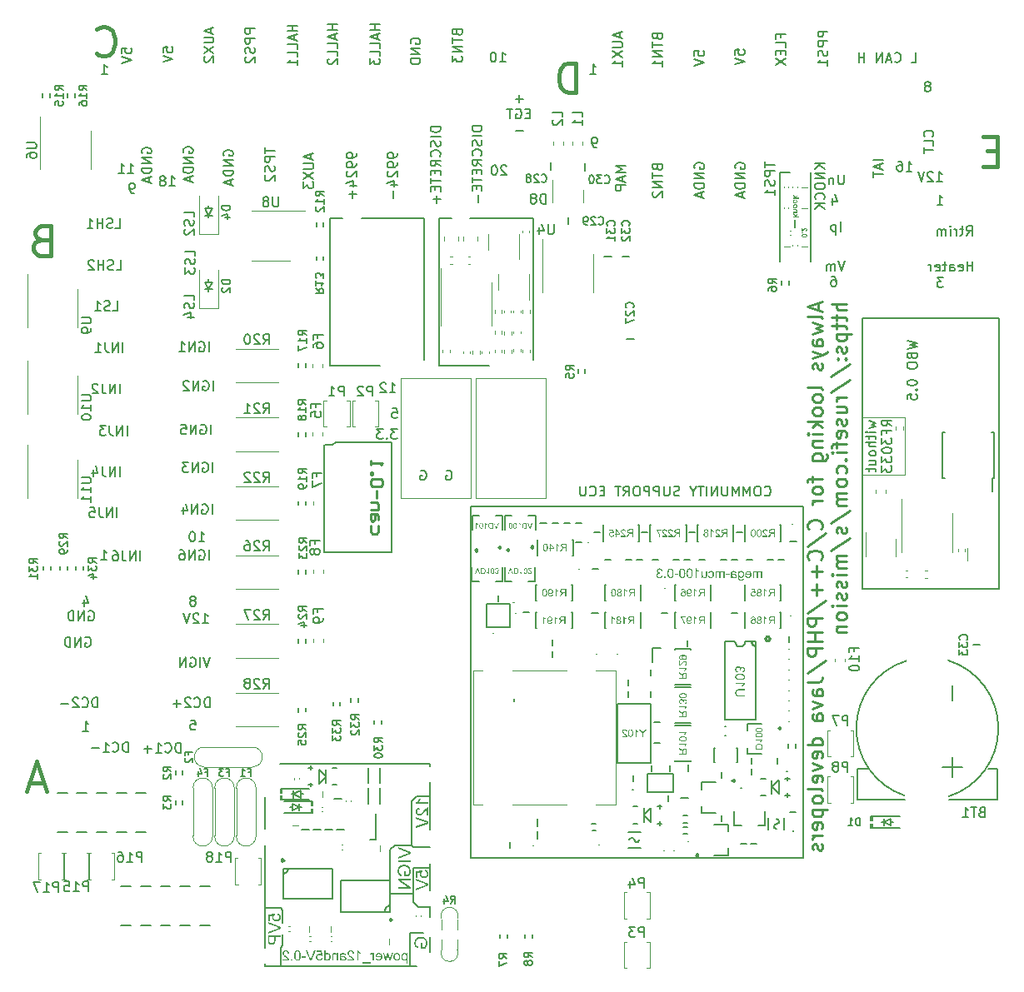
<source format=gbo>
G75*
G70*
%OFA0B0*%
%FSLAX25Y25*%
%IPPOS*%
%LPD*%
%AMOC8*
5,1,8,0,0,1.08239X$1,22.5*
%
%ADD10C,0.00787*%
%ADD100C,0.00394*%
%ADD132C,0.01000*%
%ADD229C,0.00300*%
%ADD79C,0.00591*%
%ADD80C,0.00472*%
%ADD84C,0.01772*%
%ADD85C,0.00669*%
%ADD86C,0.00984*%
%ADD87C,0.00500*%
%ADD89C,0.00800*%
%ADD92C,0.00390*%
X0000000Y0000000D02*
%LPD*%
G01*
D79*
X0155718Y0374456D02*
X0155531Y0374831D01*
X0155531Y0374831D02*
X0155531Y0375394D01*
X0155531Y0375394D02*
X0155718Y0375956D01*
X0155718Y0375956D02*
X0156093Y0376331D01*
X0156093Y0376331D02*
X0156468Y0376519D01*
X0156468Y0376519D02*
X0157218Y0376706D01*
X0157218Y0376706D02*
X0157780Y0376706D01*
X0157780Y0376706D02*
X0158530Y0376519D01*
X0158530Y0376519D02*
X0158905Y0376331D01*
X0158905Y0376331D02*
X0159280Y0375956D01*
X0159280Y0375956D02*
X0159468Y0375394D01*
X0159468Y0375394D02*
X0159468Y0375019D01*
X0159468Y0375019D02*
X0159280Y0374456D01*
X0159280Y0374456D02*
X0159093Y0374269D01*
X0159093Y0374269D02*
X0157780Y0374269D01*
X0157780Y0374269D02*
X0157780Y0375019D01*
X0159468Y0372582D02*
X0155531Y0372582D01*
X0155531Y0372582D02*
X0159468Y0370332D01*
X0159468Y0370332D02*
X0155531Y0370332D01*
X0159468Y0368457D02*
X0155531Y0368457D01*
X0155531Y0368457D02*
X0155531Y0367520D01*
X0155531Y0367520D02*
X0155718Y0366957D01*
X0155718Y0366957D02*
X0156093Y0366582D01*
X0156093Y0366582D02*
X0156468Y0366395D01*
X0156468Y0366395D02*
X0157218Y0366207D01*
X0157218Y0366207D02*
X0157780Y0366207D01*
X0157780Y0366207D02*
X0158530Y0366395D01*
X0158530Y0366395D02*
X0158905Y0366582D01*
X0158905Y0366582D02*
X0159280Y0366957D01*
X0159280Y0366957D02*
X0159468Y0367520D01*
X0159468Y0367520D02*
X0159468Y0368457D01*
X0025441Y0136801D02*
X0025816Y0136989D01*
X0025816Y0136989D02*
X0026378Y0136989D01*
X0026378Y0136989D02*
X0026940Y0136801D01*
X0026940Y0136801D02*
X0027315Y0136426D01*
X0027315Y0136426D02*
X0027503Y0136052D01*
X0027503Y0136052D02*
X0027690Y0135302D01*
X0027690Y0135302D02*
X0027690Y0134739D01*
X0027690Y0134739D02*
X0027503Y0133989D01*
X0027503Y0133989D02*
X0027315Y0133614D01*
X0027315Y0133614D02*
X0026940Y0133239D01*
X0026940Y0133239D02*
X0026378Y0133052D01*
X0026378Y0133052D02*
X0026003Y0133052D01*
X0026003Y0133052D02*
X0025441Y0133239D01*
X0025441Y0133239D02*
X0025253Y0133427D01*
X0025253Y0133427D02*
X0025253Y0134739D01*
X0025253Y0134739D02*
X0026003Y0134739D01*
X0023566Y0133052D02*
X0023566Y0136989D01*
X0023566Y0136989D02*
X0021316Y0133052D01*
X0021316Y0133052D02*
X0021316Y0136989D01*
X0019441Y0133052D02*
X0019441Y0136989D01*
X0019441Y0136989D02*
X0018504Y0136989D01*
X0018504Y0136989D02*
X0017942Y0136801D01*
X0017942Y0136801D02*
X0017567Y0136426D01*
X0017567Y0136426D02*
X0017379Y0136052D01*
X0017379Y0136052D02*
X0017192Y0135302D01*
X0017192Y0135302D02*
X0017192Y0134739D01*
X0017192Y0134739D02*
X0017379Y0133989D01*
X0017379Y0133989D02*
X0017567Y0133614D01*
X0017567Y0133614D02*
X0017942Y0133239D01*
X0017942Y0133239D02*
X0018504Y0133052D01*
X0018504Y0133052D02*
X0019441Y0133052D01*
X0059018Y0317501D02*
X0061267Y0317501D01*
X0060142Y0317501D02*
X0060142Y0321438D01*
X0060142Y0321438D02*
X0060517Y0320875D01*
X0060517Y0320875D02*
X0060892Y0320500D01*
X0060892Y0320500D02*
X0061267Y0320313D01*
X0056768Y0319750D02*
X0057143Y0319938D01*
X0057143Y0319938D02*
X0057330Y0320125D01*
X0057330Y0320125D02*
X0057518Y0320500D01*
X0057518Y0320500D02*
X0057518Y0320688D01*
X0057518Y0320688D02*
X0057330Y0321063D01*
X0057330Y0321063D02*
X0057143Y0321250D01*
X0057143Y0321250D02*
X0056768Y0321438D01*
X0056768Y0321438D02*
X0056018Y0321438D01*
X0056018Y0321438D02*
X0055643Y0321250D01*
X0055643Y0321250D02*
X0055456Y0321063D01*
X0055456Y0321063D02*
X0055268Y0320688D01*
X0055268Y0320688D02*
X0055268Y0320500D01*
X0055268Y0320500D02*
X0055456Y0320125D01*
X0055456Y0320125D02*
X0055643Y0319938D01*
X0055643Y0319938D02*
X0056018Y0319750D01*
X0056018Y0319750D02*
X0056768Y0319750D01*
X0056768Y0319750D02*
X0057143Y0319563D01*
X0057143Y0319563D02*
X0057330Y0319375D01*
X0057330Y0319375D02*
X0057518Y0319001D01*
X0057518Y0319001D02*
X0057518Y0318251D01*
X0057518Y0318251D02*
X0057330Y0317876D01*
X0057330Y0317876D02*
X0057143Y0317688D01*
X0057143Y0317688D02*
X0056768Y0317501D01*
X0056768Y0317501D02*
X0056018Y0317501D01*
X0056018Y0317501D02*
X0055643Y0317688D01*
X0055643Y0317688D02*
X0055456Y0317876D01*
X0055456Y0317876D02*
X0055268Y0318251D01*
X0055268Y0318251D02*
X0055268Y0319001D01*
X0055268Y0319001D02*
X0055456Y0319375D01*
X0055456Y0319375D02*
X0055643Y0319563D01*
X0055643Y0319563D02*
X0056018Y0319750D01*
X0143326Y0382087D02*
X0139389Y0382087D01*
X0141264Y0382087D02*
X0141264Y0379837D01*
X0143326Y0379837D02*
X0139389Y0379837D01*
X0142201Y0378150D02*
X0142201Y0376275D01*
X0143326Y0378525D02*
X0139389Y0377212D01*
X0139389Y0377212D02*
X0143326Y0375900D01*
X0143326Y0372713D02*
X0143326Y0374588D01*
X0143326Y0374588D02*
X0139389Y0374588D01*
X0143326Y0369526D02*
X0143326Y0371400D01*
X0143326Y0371400D02*
X0139389Y0371400D01*
X0139389Y0368588D02*
X0139389Y0366151D01*
X0139389Y0366151D02*
X0140889Y0367463D01*
X0140889Y0367463D02*
X0140889Y0366901D01*
X0140889Y0366901D02*
X0141076Y0366526D01*
X0141076Y0366526D02*
X0141264Y0366339D01*
X0141264Y0366339D02*
X0141639Y0366151D01*
X0141639Y0366151D02*
X0142576Y0366151D01*
X0142576Y0366151D02*
X0142951Y0366339D01*
X0142951Y0366339D02*
X0143139Y0366526D01*
X0143139Y0366526D02*
X0143326Y0366901D01*
X0143326Y0366901D02*
X0143326Y0368026D01*
X0143326Y0368026D02*
X0143139Y0368401D01*
X0143139Y0368401D02*
X0142951Y0368588D01*
X0067567Y0103721D02*
X0069441Y0103721D01*
X0069441Y0103721D02*
X0069629Y0101846D01*
X0069629Y0101846D02*
X0069441Y0102034D01*
X0069441Y0102034D02*
X0069066Y0102221D01*
X0069066Y0102221D02*
X0068129Y0102221D01*
X0068129Y0102221D02*
X0067754Y0102034D01*
X0067754Y0102034D02*
X0067567Y0101846D01*
X0067567Y0101846D02*
X0067379Y0101471D01*
X0067379Y0101471D02*
X0067379Y0100534D01*
X0067379Y0100534D02*
X0067567Y0100159D01*
X0067567Y0100159D02*
X0067754Y0099972D01*
X0067754Y0099972D02*
X0068129Y0099784D01*
X0068129Y0099784D02*
X0069066Y0099784D01*
X0069066Y0099784D02*
X0069441Y0099972D01*
X0069441Y0099972D02*
X0069629Y0100159D01*
X0075225Y0108839D02*
X0075225Y0112776D01*
X0075225Y0112776D02*
X0074288Y0112776D01*
X0074288Y0112776D02*
X0073725Y0112589D01*
X0073725Y0112589D02*
X0073350Y0112214D01*
X0073350Y0112214D02*
X0073163Y0111839D01*
X0073163Y0111839D02*
X0072975Y0111089D01*
X0072975Y0111089D02*
X0072975Y0110527D01*
X0072975Y0110527D02*
X0073163Y0109777D01*
X0073163Y0109777D02*
X0073350Y0109402D01*
X0073350Y0109402D02*
X0073725Y0109027D01*
X0073725Y0109027D02*
X0074288Y0108839D01*
X0074288Y0108839D02*
X0075225Y0108839D01*
X0069038Y0109214D02*
X0069226Y0109027D01*
X0069226Y0109027D02*
X0069788Y0108839D01*
X0069788Y0108839D02*
X0070163Y0108839D01*
X0070163Y0108839D02*
X0070726Y0109027D01*
X0070726Y0109027D02*
X0071100Y0109402D01*
X0071100Y0109402D02*
X0071288Y0109777D01*
X0071288Y0109777D02*
X0071475Y0110527D01*
X0071475Y0110527D02*
X0071475Y0111089D01*
X0071475Y0111089D02*
X0071288Y0111839D01*
X0071288Y0111839D02*
X0071100Y0112214D01*
X0071100Y0112214D02*
X0070726Y0112589D01*
X0070726Y0112589D02*
X0070163Y0112776D01*
X0070163Y0112776D02*
X0069788Y0112776D01*
X0069788Y0112776D02*
X0069226Y0112589D01*
X0069226Y0112589D02*
X0069038Y0112401D01*
X0067538Y0112401D02*
X0067351Y0112589D01*
X0067351Y0112589D02*
X0066976Y0112776D01*
X0066976Y0112776D02*
X0066039Y0112776D01*
X0066039Y0112776D02*
X0065664Y0112589D01*
X0065664Y0112589D02*
X0065476Y0112401D01*
X0065476Y0112401D02*
X0065289Y0112026D01*
X0065289Y0112026D02*
X0065289Y0111651D01*
X0065289Y0111651D02*
X0065476Y0111089D01*
X0065476Y0111089D02*
X0067726Y0108839D01*
X0067726Y0108839D02*
X0065289Y0108839D01*
X0063601Y0110339D02*
X0060602Y0110339D01*
X0062102Y0108839D02*
X0062102Y0111839D01*
X0039295Y0234430D02*
X0039295Y0238367D01*
X0037420Y0234430D02*
X0037420Y0238367D01*
X0037420Y0238367D02*
X0035171Y0234430D01*
X0035171Y0234430D02*
X0035171Y0238367D01*
X0032171Y0238367D02*
X0032171Y0235555D01*
X0032171Y0235555D02*
X0032358Y0234992D01*
X0032358Y0234992D02*
X0032733Y0234617D01*
X0032733Y0234617D02*
X0033296Y0234430D01*
X0033296Y0234430D02*
X0033671Y0234430D01*
X0030484Y0237992D02*
X0030296Y0238179D01*
X0030296Y0238179D02*
X0029921Y0238367D01*
X0029921Y0238367D02*
X0028984Y0238367D01*
X0028984Y0238367D02*
X0028609Y0238179D01*
X0028609Y0238179D02*
X0028421Y0237992D01*
X0028421Y0237992D02*
X0028234Y0237617D01*
X0028234Y0237617D02*
X0028234Y0237242D01*
X0028234Y0237242D02*
X0028421Y0236680D01*
X0028421Y0236680D02*
X0030671Y0234430D01*
X0030671Y0234430D02*
X0028234Y0234430D01*
X0167539Y0341185D02*
X0163602Y0341185D01*
X0163602Y0341185D02*
X0163602Y0340247D01*
X0163602Y0340247D02*
X0163789Y0339685D01*
X0163789Y0339685D02*
X0164164Y0339310D01*
X0164164Y0339310D02*
X0164539Y0339123D01*
X0164539Y0339123D02*
X0165289Y0338935D01*
X0165289Y0338935D02*
X0165851Y0338935D01*
X0165851Y0338935D02*
X0166601Y0339123D01*
X0166601Y0339123D02*
X0166976Y0339310D01*
X0166976Y0339310D02*
X0167351Y0339685D01*
X0167351Y0339685D02*
X0167539Y0340247D01*
X0167539Y0340247D02*
X0167539Y0341185D01*
X0167539Y0337248D02*
X0163602Y0337248D01*
X0167351Y0335561D02*
X0167539Y0334998D01*
X0167539Y0334998D02*
X0167539Y0334061D01*
X0167539Y0334061D02*
X0167351Y0333686D01*
X0167351Y0333686D02*
X0167164Y0333498D01*
X0167164Y0333498D02*
X0166789Y0333311D01*
X0166789Y0333311D02*
X0166414Y0333311D01*
X0166414Y0333311D02*
X0166039Y0333498D01*
X0166039Y0333498D02*
X0165851Y0333686D01*
X0165851Y0333686D02*
X0165664Y0334061D01*
X0165664Y0334061D02*
X0165476Y0334811D01*
X0165476Y0334811D02*
X0165289Y0335186D01*
X0165289Y0335186D02*
X0165101Y0335373D01*
X0165101Y0335373D02*
X0164727Y0335561D01*
X0164727Y0335561D02*
X0164352Y0335561D01*
X0164352Y0335561D02*
X0163977Y0335373D01*
X0163977Y0335373D02*
X0163789Y0335186D01*
X0163789Y0335186D02*
X0163602Y0334811D01*
X0163602Y0334811D02*
X0163602Y0333873D01*
X0163602Y0333873D02*
X0163789Y0333311D01*
X0167164Y0329374D02*
X0167351Y0329561D01*
X0167351Y0329561D02*
X0167539Y0330124D01*
X0167539Y0330124D02*
X0167539Y0330499D01*
X0167539Y0330499D02*
X0167351Y0331061D01*
X0167351Y0331061D02*
X0166976Y0331436D01*
X0166976Y0331436D02*
X0166601Y0331624D01*
X0166601Y0331624D02*
X0165851Y0331811D01*
X0165851Y0331811D02*
X0165289Y0331811D01*
X0165289Y0331811D02*
X0164539Y0331624D01*
X0164539Y0331624D02*
X0164164Y0331436D01*
X0164164Y0331436D02*
X0163789Y0331061D01*
X0163789Y0331061D02*
X0163602Y0330499D01*
X0163602Y0330499D02*
X0163602Y0330124D01*
X0163602Y0330124D02*
X0163789Y0329561D01*
X0163789Y0329561D02*
X0163977Y0329374D01*
X0167539Y0325437D02*
X0165664Y0326749D01*
X0167539Y0327687D02*
X0163602Y0327687D01*
X0163602Y0327687D02*
X0163602Y0326187D01*
X0163602Y0326187D02*
X0163789Y0325812D01*
X0163789Y0325812D02*
X0163977Y0325624D01*
X0163977Y0325624D02*
X0164352Y0325437D01*
X0164352Y0325437D02*
X0164914Y0325437D01*
X0164914Y0325437D02*
X0165289Y0325624D01*
X0165289Y0325624D02*
X0165476Y0325812D01*
X0165476Y0325812D02*
X0165664Y0326187D01*
X0165664Y0326187D02*
X0165664Y0327687D01*
X0165476Y0323750D02*
X0165476Y0322437D01*
X0167539Y0321875D02*
X0167539Y0323750D01*
X0167539Y0323750D02*
X0163602Y0323750D01*
X0163602Y0323750D02*
X0163602Y0321875D01*
X0163602Y0320750D02*
X0163602Y0318500D01*
X0167539Y0319625D02*
X0163602Y0319625D01*
X0165476Y0317188D02*
X0165476Y0315876D01*
X0167539Y0315313D02*
X0167539Y0317188D01*
X0167539Y0317188D02*
X0163602Y0317188D01*
X0163602Y0317188D02*
X0163602Y0315313D01*
X0166039Y0313626D02*
X0166039Y0310626D01*
X0167539Y0312126D02*
X0164539Y0312126D01*
X0324053Y0281280D02*
X0324803Y0281280D01*
X0324803Y0281280D02*
X0325178Y0281093D01*
X0325178Y0281093D02*
X0325366Y0280905D01*
X0325366Y0280905D02*
X0325741Y0280343D01*
X0325741Y0280343D02*
X0325928Y0279593D01*
X0325928Y0279593D02*
X0325928Y0278093D01*
X0325928Y0278093D02*
X0325741Y0277718D01*
X0325741Y0277718D02*
X0325553Y0277531D01*
X0325553Y0277531D02*
X0325178Y0277343D01*
X0325178Y0277343D02*
X0324428Y0277343D01*
X0324428Y0277343D02*
X0324053Y0277531D01*
X0324053Y0277531D02*
X0323866Y0277718D01*
X0323866Y0277718D02*
X0323678Y0278093D01*
X0323678Y0278093D02*
X0323678Y0279031D01*
X0323678Y0279031D02*
X0323866Y0279405D01*
X0323866Y0279405D02*
X0324053Y0279593D01*
X0324053Y0279593D02*
X0324428Y0279780D01*
X0324428Y0279780D02*
X0325178Y0279780D01*
X0325178Y0279780D02*
X0325553Y0279593D01*
X0325553Y0279593D02*
X0325741Y0279405D01*
X0325741Y0279405D02*
X0325928Y0279031D01*
X0039980Y0370632D02*
X0039980Y0372507D01*
X0039980Y0372507D02*
X0041854Y0372694D01*
X0041854Y0372694D02*
X0041667Y0372507D01*
X0041667Y0372507D02*
X0041479Y0372132D01*
X0041479Y0372132D02*
X0041479Y0371194D01*
X0041479Y0371194D02*
X0041667Y0370819D01*
X0041667Y0370819D02*
X0041854Y0370632D01*
X0041854Y0370632D02*
X0042229Y0370444D01*
X0042229Y0370444D02*
X0043167Y0370444D01*
X0043167Y0370444D02*
X0043542Y0370632D01*
X0043542Y0370632D02*
X0043729Y0370819D01*
X0043729Y0370819D02*
X0043917Y0371194D01*
X0043917Y0371194D02*
X0043917Y0372132D01*
X0043917Y0372132D02*
X0043729Y0372507D01*
X0043729Y0372507D02*
X0043542Y0372694D01*
X0039980Y0369319D02*
X0043917Y0368007D01*
X0043917Y0368007D02*
X0039980Y0366695D01*
X0150187Y0220257D02*
X0147750Y0220257D01*
X0147750Y0220257D02*
X0149063Y0218757D01*
X0149063Y0218757D02*
X0148500Y0218757D01*
X0148500Y0218757D02*
X0148125Y0218569D01*
X0148125Y0218569D02*
X0147938Y0218382D01*
X0147938Y0218382D02*
X0147750Y0218007D01*
X0147750Y0218007D02*
X0147750Y0217070D01*
X0147750Y0217070D02*
X0147938Y0216695D01*
X0147938Y0216695D02*
X0148125Y0216507D01*
X0148125Y0216507D02*
X0148500Y0216320D01*
X0148500Y0216320D02*
X0149625Y0216320D01*
X0149625Y0216320D02*
X0150000Y0216507D01*
X0150000Y0216507D02*
X0150187Y0216695D01*
X0146063Y0216695D02*
X0145876Y0216507D01*
X0145876Y0216507D02*
X0146063Y0216320D01*
X0146063Y0216320D02*
X0146250Y0216507D01*
X0146250Y0216507D02*
X0146063Y0216695D01*
X0146063Y0216695D02*
X0146063Y0216320D01*
X0144563Y0220257D02*
X0142126Y0220257D01*
X0142126Y0220257D02*
X0143438Y0218757D01*
X0143438Y0218757D02*
X0142876Y0218757D01*
X0142876Y0218757D02*
X0142501Y0218569D01*
X0142501Y0218569D02*
X0142313Y0218382D01*
X0142313Y0218382D02*
X0142126Y0218007D01*
X0142126Y0218007D02*
X0142126Y0217070D01*
X0142126Y0217070D02*
X0142313Y0216695D01*
X0142313Y0216695D02*
X0142501Y0216507D01*
X0142501Y0216507D02*
X0142876Y0216320D01*
X0142876Y0216320D02*
X0144001Y0216320D01*
X0144001Y0216320D02*
X0144376Y0216507D01*
X0144376Y0216507D02*
X0144563Y0216695D01*
X0070871Y0175199D02*
X0073121Y0175199D01*
X0071996Y0175199D02*
X0071996Y0179136D01*
X0071996Y0179136D02*
X0072371Y0178574D01*
X0072371Y0178574D02*
X0072746Y0178199D01*
X0072746Y0178199D02*
X0073121Y0178011D01*
X0068434Y0179136D02*
X0068059Y0179136D01*
X0068059Y0179136D02*
X0067684Y0178949D01*
X0067684Y0178949D02*
X0067496Y0178761D01*
X0067496Y0178761D02*
X0067309Y0178386D01*
X0067309Y0178386D02*
X0067121Y0177636D01*
X0067121Y0177636D02*
X0067121Y0176699D01*
X0067121Y0176699D02*
X0067309Y0175949D01*
X0067309Y0175949D02*
X0067496Y0175574D01*
X0067496Y0175574D02*
X0067684Y0175387D01*
X0067684Y0175387D02*
X0068059Y0175199D01*
X0068059Y0175199D02*
X0068434Y0175199D01*
X0068434Y0175199D02*
X0068809Y0175387D01*
X0068809Y0175387D02*
X0068996Y0175574D01*
X0068996Y0175574D02*
X0069184Y0175949D01*
X0069184Y0175949D02*
X0069371Y0176699D01*
X0069371Y0176699D02*
X0069371Y0177636D01*
X0069371Y0177636D02*
X0069184Y0178386D01*
X0069184Y0178386D02*
X0068996Y0178761D01*
X0068996Y0178761D02*
X0068809Y0178949D01*
X0068809Y0178949D02*
X0068434Y0179136D01*
X0026819Y0147234D02*
X0027193Y0147422D01*
X0027193Y0147422D02*
X0027756Y0147422D01*
X0027756Y0147422D02*
X0028318Y0147234D01*
X0028318Y0147234D02*
X0028693Y0146860D01*
X0028693Y0146860D02*
X0028881Y0146485D01*
X0028881Y0146485D02*
X0029068Y0145735D01*
X0029068Y0145735D02*
X0029068Y0145172D01*
X0029068Y0145172D02*
X0028881Y0144422D01*
X0028881Y0144422D02*
X0028693Y0144047D01*
X0028693Y0144047D02*
X0028318Y0143672D01*
X0028318Y0143672D02*
X0027756Y0143485D01*
X0027756Y0143485D02*
X0027381Y0143485D01*
X0027381Y0143485D02*
X0026819Y0143672D01*
X0026819Y0143672D02*
X0026631Y0143860D01*
X0026631Y0143860D02*
X0026631Y0145172D01*
X0026631Y0145172D02*
X0027381Y0145172D01*
X0024944Y0143485D02*
X0024944Y0147422D01*
X0024944Y0147422D02*
X0022694Y0143485D01*
X0022694Y0143485D02*
X0022694Y0147422D01*
X0020819Y0143485D02*
X0020819Y0147422D01*
X0020819Y0147422D02*
X0019882Y0147422D01*
X0019882Y0147422D02*
X0019319Y0147234D01*
X0019319Y0147234D02*
X0018945Y0146860D01*
X0018945Y0146860D02*
X0018757Y0146485D01*
X0018757Y0146485D02*
X0018570Y0145735D01*
X0018570Y0145735D02*
X0018570Y0145172D01*
X0018570Y0145172D02*
X0018757Y0144422D01*
X0018757Y0144422D02*
X0018945Y0144047D01*
X0018945Y0144047D02*
X0019319Y0143672D01*
X0019319Y0143672D02*
X0019882Y0143485D01*
X0019882Y0143485D02*
X0020819Y0143485D01*
X0068917Y0271822D02*
X0068917Y0273697D01*
X0068917Y0273697D02*
X0064980Y0273697D01*
X0068729Y0270697D02*
X0068917Y0270135D01*
X0068917Y0270135D02*
X0068917Y0269198D01*
X0068917Y0269198D02*
X0068729Y0268823D01*
X0068729Y0268823D02*
X0068542Y0268635D01*
X0068542Y0268635D02*
X0068167Y0268448D01*
X0068167Y0268448D02*
X0067792Y0268448D01*
X0067792Y0268448D02*
X0067417Y0268635D01*
X0067417Y0268635D02*
X0067229Y0268823D01*
X0067229Y0268823D02*
X0067042Y0269198D01*
X0067042Y0269198D02*
X0066854Y0269948D01*
X0066854Y0269948D02*
X0066667Y0270322D01*
X0066667Y0270322D02*
X0066479Y0270510D01*
X0066479Y0270510D02*
X0066104Y0270697D01*
X0066104Y0270697D02*
X0065730Y0270697D01*
X0065730Y0270697D02*
X0065355Y0270510D01*
X0065355Y0270510D02*
X0065167Y0270322D01*
X0065167Y0270322D02*
X0064980Y0269948D01*
X0064980Y0269948D02*
X0064980Y0269010D01*
X0064980Y0269010D02*
X0065167Y0268448D01*
X0066292Y0265073D02*
X0068917Y0265073D01*
X0064792Y0266010D02*
X0067604Y0266948D01*
X0067604Y0266948D02*
X0067604Y0264511D01*
X0254256Y0377203D02*
X0254443Y0376640D01*
X0254443Y0376640D02*
X0254631Y0376453D01*
X0254631Y0376453D02*
X0255006Y0376265D01*
X0255006Y0376265D02*
X0255568Y0376265D01*
X0255568Y0376265D02*
X0255943Y0376453D01*
X0255943Y0376453D02*
X0256131Y0376640D01*
X0256131Y0376640D02*
X0256318Y0377015D01*
X0256318Y0377015D02*
X0256318Y0378515D01*
X0256318Y0378515D02*
X0252381Y0378515D01*
X0252381Y0378515D02*
X0252381Y0377203D01*
X0252381Y0377203D02*
X0252569Y0376828D01*
X0252569Y0376828D02*
X0252756Y0376640D01*
X0252756Y0376640D02*
X0253131Y0376453D01*
X0253131Y0376453D02*
X0253506Y0376453D01*
X0253506Y0376453D02*
X0253881Y0376640D01*
X0253881Y0376640D02*
X0254068Y0376828D01*
X0254068Y0376828D02*
X0254256Y0377203D01*
X0254256Y0377203D02*
X0254256Y0378515D01*
X0252381Y0375141D02*
X0252381Y0372891D01*
X0256318Y0374016D02*
X0252381Y0374016D01*
X0256318Y0371579D02*
X0252381Y0371579D01*
X0252381Y0371579D02*
X0256318Y0369329D01*
X0256318Y0369329D02*
X0252381Y0369329D01*
X0256318Y0365392D02*
X0256318Y0367642D01*
X0256318Y0366517D02*
X0252381Y0366517D01*
X0252381Y0366517D02*
X0252944Y0366892D01*
X0252944Y0366892D02*
X0253319Y0367267D01*
X0253319Y0367267D02*
X0253506Y0367642D01*
X0044844Y0314745D02*
X0044094Y0314745D01*
X0044094Y0314745D02*
X0043720Y0314932D01*
X0043720Y0314932D02*
X0043532Y0315120D01*
X0043532Y0315120D02*
X0043157Y0315682D01*
X0043157Y0315682D02*
X0042970Y0316432D01*
X0042970Y0316432D02*
X0042970Y0317932D01*
X0042970Y0317932D02*
X0043157Y0318307D01*
X0043157Y0318307D02*
X0043345Y0318494D01*
X0043345Y0318494D02*
X0043720Y0318682D01*
X0043720Y0318682D02*
X0044469Y0318682D01*
X0044469Y0318682D02*
X0044844Y0318494D01*
X0044844Y0318494D02*
X0045032Y0318307D01*
X0045032Y0318307D02*
X0045219Y0317932D01*
X0045219Y0317932D02*
X0045219Y0316995D01*
X0045219Y0316995D02*
X0045032Y0316620D01*
X0045032Y0316620D02*
X0044844Y0316432D01*
X0044844Y0316432D02*
X0044469Y0316245D01*
X0044469Y0316245D02*
X0043720Y0316245D01*
X0043720Y0316245D02*
X0043345Y0316432D01*
X0043345Y0316432D02*
X0043157Y0316620D01*
X0043157Y0316620D02*
X0042970Y0316995D01*
X0150176Y0330504D02*
X0150176Y0329754D01*
X0150176Y0329754D02*
X0149989Y0329379D01*
X0149989Y0329379D02*
X0149801Y0329192D01*
X0149801Y0329192D02*
X0149239Y0328817D01*
X0149239Y0328817D02*
X0148489Y0328630D01*
X0148489Y0328630D02*
X0146989Y0328630D01*
X0146989Y0328630D02*
X0146614Y0328817D01*
X0146614Y0328817D02*
X0146427Y0329004D01*
X0146427Y0329004D02*
X0146239Y0329379D01*
X0146239Y0329379D02*
X0146239Y0330129D01*
X0146239Y0330129D02*
X0146427Y0330504D01*
X0146427Y0330504D02*
X0146614Y0330692D01*
X0146614Y0330692D02*
X0146989Y0330879D01*
X0146989Y0330879D02*
X0147927Y0330879D01*
X0147927Y0330879D02*
X0148302Y0330692D01*
X0148302Y0330692D02*
X0148489Y0330504D01*
X0148489Y0330504D02*
X0148677Y0330129D01*
X0148677Y0330129D02*
X0148677Y0329379D01*
X0148677Y0329379D02*
X0148489Y0329004D01*
X0148489Y0329004D02*
X0148302Y0328817D01*
X0148302Y0328817D02*
X0147927Y0328630D01*
X0150176Y0326755D02*
X0150176Y0326005D01*
X0150176Y0326005D02*
X0149989Y0325630D01*
X0149989Y0325630D02*
X0149801Y0325442D01*
X0149801Y0325442D02*
X0149239Y0325067D01*
X0149239Y0325067D02*
X0148489Y0324880D01*
X0148489Y0324880D02*
X0146989Y0324880D01*
X0146989Y0324880D02*
X0146614Y0325067D01*
X0146614Y0325067D02*
X0146427Y0325255D01*
X0146427Y0325255D02*
X0146239Y0325630D01*
X0146239Y0325630D02*
X0146239Y0326380D01*
X0146239Y0326380D02*
X0146427Y0326755D01*
X0146427Y0326755D02*
X0146614Y0326942D01*
X0146614Y0326942D02*
X0146989Y0327130D01*
X0146989Y0327130D02*
X0147927Y0327130D01*
X0147927Y0327130D02*
X0148302Y0326942D01*
X0148302Y0326942D02*
X0148489Y0326755D01*
X0148489Y0326755D02*
X0148677Y0326380D01*
X0148677Y0326380D02*
X0148677Y0325630D01*
X0148677Y0325630D02*
X0148489Y0325255D01*
X0148489Y0325255D02*
X0148302Y0325067D01*
X0148302Y0325067D02*
X0147927Y0324880D01*
X0146614Y0323380D02*
X0146427Y0323193D01*
X0146427Y0323193D02*
X0146239Y0322818D01*
X0146239Y0322818D02*
X0146239Y0321880D01*
X0146239Y0321880D02*
X0146427Y0321505D01*
X0146427Y0321505D02*
X0146614Y0321318D01*
X0146614Y0321318D02*
X0146989Y0321130D01*
X0146989Y0321130D02*
X0147364Y0321130D01*
X0147364Y0321130D02*
X0147927Y0321318D01*
X0147927Y0321318D02*
X0150176Y0323568D01*
X0150176Y0323568D02*
X0150176Y0321130D01*
X0147552Y0317756D02*
X0150176Y0317756D01*
X0146052Y0318693D02*
X0148864Y0319631D01*
X0148864Y0319631D02*
X0148864Y0317193D01*
X0148677Y0315694D02*
X0148677Y0312694D01*
X0042482Y0322619D02*
X0044732Y0322619D01*
X0043607Y0322619D02*
X0043607Y0326556D01*
X0043607Y0326556D02*
X0043982Y0325993D01*
X0043982Y0325993D02*
X0044357Y0325618D01*
X0044357Y0325618D02*
X0044732Y0325431D01*
X0038733Y0322619D02*
X0040982Y0322619D01*
X0039858Y0322619D02*
X0039858Y0326556D01*
X0039858Y0326556D02*
X0040232Y0325993D01*
X0040232Y0325993D02*
X0040607Y0325618D01*
X0040607Y0325618D02*
X0040982Y0325431D01*
X0110255Y0381693D02*
X0106318Y0381693D01*
X0108193Y0381693D02*
X0108193Y0379443D01*
X0110255Y0379443D02*
X0106318Y0379443D01*
X0109130Y0377756D02*
X0109130Y0375881D01*
X0110255Y0378131D02*
X0106318Y0376819D01*
X0106318Y0376819D02*
X0110255Y0375506D01*
X0110255Y0372319D02*
X0110255Y0374194D01*
X0110255Y0374194D02*
X0106318Y0374194D01*
X0110255Y0369132D02*
X0110255Y0371007D01*
X0110255Y0371007D02*
X0106318Y0371007D01*
X0110255Y0365757D02*
X0110255Y0368007D01*
X0110255Y0366882D02*
X0106318Y0366882D01*
X0106318Y0366882D02*
X0106881Y0367257D01*
X0106881Y0367257D02*
X0107256Y0367632D01*
X0107256Y0367632D02*
X0107443Y0368007D01*
X0024841Y0152015D02*
X0024841Y0149390D01*
X0025778Y0153515D02*
X0026715Y0150703D01*
X0026715Y0150703D02*
X0024278Y0150703D01*
D84*
X0007621Y0295894D02*
X0005934Y0295331D01*
X0005934Y0295331D02*
X0005371Y0294769D01*
X0005371Y0294769D02*
X0004809Y0293644D01*
X0004809Y0293644D02*
X0004809Y0291957D01*
X0004809Y0291957D02*
X0005371Y0290832D01*
X0005371Y0290832D02*
X0005934Y0290269D01*
X0005934Y0290269D02*
X0007058Y0289707D01*
X0007058Y0289707D02*
X0011558Y0289707D01*
X0011558Y0289707D02*
X0011558Y0301518D01*
X0011558Y0301518D02*
X0007621Y0301518D01*
X0007621Y0301518D02*
X0006496Y0300955D01*
X0006496Y0300955D02*
X0005934Y0300393D01*
X0005934Y0300393D02*
X0005371Y0299268D01*
X0005371Y0299268D02*
X0005371Y0298143D01*
X0005371Y0298143D02*
X0005934Y0297018D01*
X0005934Y0297018D02*
X0006496Y0296456D01*
X0006496Y0296456D02*
X0007621Y0295894D01*
X0007621Y0295894D02*
X0011558Y0295894D01*
D79*
X0380474Y0283446D02*
X0380474Y0287383D01*
X0380474Y0285508D02*
X0378225Y0285508D01*
X0378225Y0283446D02*
X0378225Y0287383D01*
X0374850Y0283633D02*
X0375225Y0283446D01*
X0375225Y0283446D02*
X0375975Y0283446D01*
X0375975Y0283446D02*
X0376350Y0283633D01*
X0376350Y0283633D02*
X0376537Y0284008D01*
X0376537Y0284008D02*
X0376537Y0285508D01*
X0376537Y0285508D02*
X0376350Y0285883D01*
X0376350Y0285883D02*
X0375975Y0286070D01*
X0375975Y0286070D02*
X0375225Y0286070D01*
X0375225Y0286070D02*
X0374850Y0285883D01*
X0374850Y0285883D02*
X0374663Y0285508D01*
X0374663Y0285508D02*
X0374663Y0285133D01*
X0374663Y0285133D02*
X0376537Y0284758D01*
X0371288Y0283446D02*
X0371288Y0285508D01*
X0371288Y0285508D02*
X0371475Y0285883D01*
X0371475Y0285883D02*
X0371850Y0286070D01*
X0371850Y0286070D02*
X0372600Y0286070D01*
X0372600Y0286070D02*
X0372975Y0285883D01*
X0371288Y0283633D02*
X0371663Y0283446D01*
X0371663Y0283446D02*
X0372600Y0283446D01*
X0372600Y0283446D02*
X0372975Y0283633D01*
X0372975Y0283633D02*
X0373163Y0284008D01*
X0373163Y0284008D02*
X0373163Y0284383D01*
X0373163Y0284383D02*
X0372975Y0284758D01*
X0372975Y0284758D02*
X0372600Y0284945D01*
X0372600Y0284945D02*
X0371663Y0284945D01*
X0371663Y0284945D02*
X0371288Y0285133D01*
X0369976Y0286070D02*
X0368476Y0286070D01*
X0369413Y0287383D02*
X0369413Y0284008D01*
X0369413Y0284008D02*
X0369226Y0283633D01*
X0369226Y0283633D02*
X0368851Y0283446D01*
X0368851Y0283446D02*
X0368476Y0283446D01*
X0365664Y0283633D02*
X0366039Y0283446D01*
X0366039Y0283446D02*
X0366789Y0283446D01*
X0366789Y0283446D02*
X0367163Y0283633D01*
X0367163Y0283633D02*
X0367351Y0284008D01*
X0367351Y0284008D02*
X0367351Y0285508D01*
X0367351Y0285508D02*
X0367163Y0285883D01*
X0367163Y0285883D02*
X0366789Y0286070D01*
X0366789Y0286070D02*
X0366039Y0286070D01*
X0366039Y0286070D02*
X0365664Y0285883D01*
X0365664Y0285883D02*
X0365476Y0285508D01*
X0365476Y0285508D02*
X0365476Y0285133D01*
X0365476Y0285133D02*
X0367351Y0284758D01*
X0363789Y0283446D02*
X0363789Y0286070D01*
X0363789Y0285320D02*
X0363601Y0285695D01*
X0363601Y0285695D02*
X0363414Y0285883D01*
X0363414Y0285883D02*
X0363039Y0286070D01*
X0363039Y0286070D02*
X0362664Y0286070D01*
X0368635Y0280887D02*
X0366198Y0280887D01*
X0366198Y0280887D02*
X0367510Y0279387D01*
X0367510Y0279387D02*
X0366948Y0279387D01*
X0366948Y0279387D02*
X0366573Y0279199D01*
X0366573Y0279199D02*
X0366385Y0279012D01*
X0366385Y0279012D02*
X0366198Y0278637D01*
X0366198Y0278637D02*
X0366198Y0277699D01*
X0366198Y0277699D02*
X0366385Y0277324D01*
X0366385Y0277324D02*
X0366573Y0277137D01*
X0366573Y0277137D02*
X0366948Y0276950D01*
X0366948Y0276950D02*
X0368073Y0276950D01*
X0368073Y0276950D02*
X0368448Y0277137D01*
X0368448Y0277137D02*
X0368635Y0277324D01*
X0069310Y0289539D02*
X0069310Y0291414D01*
X0069310Y0291414D02*
X0065373Y0291414D01*
X0069123Y0288414D02*
X0069310Y0287852D01*
X0069310Y0287852D02*
X0069310Y0286914D01*
X0069310Y0286914D02*
X0069123Y0286539D01*
X0069123Y0286539D02*
X0068935Y0286352D01*
X0068935Y0286352D02*
X0068560Y0286164D01*
X0068560Y0286164D02*
X0068185Y0286164D01*
X0068185Y0286164D02*
X0067810Y0286352D01*
X0067810Y0286352D02*
X0067623Y0286539D01*
X0067623Y0286539D02*
X0067436Y0286914D01*
X0067436Y0286914D02*
X0067248Y0287664D01*
X0067248Y0287664D02*
X0067061Y0288039D01*
X0067061Y0288039D02*
X0066873Y0288226D01*
X0066873Y0288226D02*
X0066498Y0288414D01*
X0066498Y0288414D02*
X0066123Y0288414D01*
X0066123Y0288414D02*
X0065748Y0288226D01*
X0065748Y0288226D02*
X0065561Y0288039D01*
X0065561Y0288039D02*
X0065373Y0287664D01*
X0065373Y0287664D02*
X0065373Y0286727D01*
X0065373Y0286727D02*
X0065561Y0286164D01*
X0065373Y0284852D02*
X0065373Y0282415D01*
X0065373Y0282415D02*
X0066873Y0283727D01*
X0066873Y0283727D02*
X0066873Y0283165D01*
X0066873Y0283165D02*
X0067061Y0282790D01*
X0067061Y0282790D02*
X0067248Y0282602D01*
X0067248Y0282602D02*
X0067623Y0282415D01*
X0067623Y0282415D02*
X0068560Y0282415D01*
X0068560Y0282415D02*
X0068935Y0282602D01*
X0068935Y0282602D02*
X0069123Y0282790D01*
X0069123Y0282790D02*
X0069310Y0283165D01*
X0069310Y0283165D02*
X0069310Y0284289D01*
X0069310Y0284289D02*
X0069123Y0284664D01*
X0069123Y0284664D02*
X0068935Y0284852D01*
X0285255Y0370041D02*
X0285255Y0371916D01*
X0285255Y0371916D02*
X0287130Y0372103D01*
X0287130Y0372103D02*
X0286942Y0371916D01*
X0286942Y0371916D02*
X0286755Y0371541D01*
X0286755Y0371541D02*
X0286755Y0370604D01*
X0286755Y0370604D02*
X0286942Y0370229D01*
X0286942Y0370229D02*
X0287130Y0370041D01*
X0287130Y0370041D02*
X0287505Y0369854D01*
X0287505Y0369854D02*
X0288442Y0369854D01*
X0288442Y0369854D02*
X0288817Y0370041D01*
X0288817Y0370041D02*
X0289005Y0370229D01*
X0289005Y0370229D02*
X0289192Y0370604D01*
X0289192Y0370604D02*
X0289192Y0371541D01*
X0289192Y0371541D02*
X0289005Y0371916D01*
X0289005Y0371916D02*
X0288817Y0372103D01*
X0285255Y0368729D02*
X0289192Y0367417D01*
X0289192Y0367417D02*
X0285255Y0366104D01*
D86*
X0318681Y0270669D02*
X0318681Y0267856D01*
X0320368Y0271231D02*
X0314462Y0269262D01*
X0314462Y0269262D02*
X0320368Y0267294D01*
X0320368Y0264482D02*
X0320087Y0265044D01*
X0320087Y0265044D02*
X0319524Y0265325D01*
X0319524Y0265325D02*
X0314462Y0265325D01*
X0316431Y0262795D02*
X0320368Y0261670D01*
X0320368Y0261670D02*
X0317556Y0260545D01*
X0317556Y0260545D02*
X0320368Y0259420D01*
X0320368Y0259420D02*
X0316431Y0258295D01*
X0320368Y0253514D02*
X0317275Y0253514D01*
X0317275Y0253514D02*
X0316712Y0253796D01*
X0316712Y0253796D02*
X0316431Y0254358D01*
X0316431Y0254358D02*
X0316431Y0255483D01*
X0316431Y0255483D02*
X0316712Y0256045D01*
X0320087Y0253514D02*
X0320368Y0254077D01*
X0320368Y0254077D02*
X0320368Y0255483D01*
X0320368Y0255483D02*
X0320087Y0256045D01*
X0320087Y0256045D02*
X0319524Y0256327D01*
X0319524Y0256327D02*
X0318962Y0256327D01*
X0318962Y0256327D02*
X0318399Y0256045D01*
X0318399Y0256045D02*
X0318118Y0255483D01*
X0318118Y0255483D02*
X0318118Y0254077D01*
X0318118Y0254077D02*
X0317837Y0253514D01*
X0316431Y0251265D02*
X0320368Y0249859D01*
X0316431Y0248453D02*
X0320368Y0249859D01*
X0320368Y0249859D02*
X0321774Y0250421D01*
X0321774Y0250421D02*
X0322055Y0250702D01*
X0322055Y0250702D02*
X0322336Y0251265D01*
X0320087Y0246484D02*
X0320368Y0245922D01*
X0320368Y0245922D02*
X0320368Y0244797D01*
X0320368Y0244797D02*
X0320087Y0244234D01*
X0320087Y0244234D02*
X0319524Y0243953D01*
X0319524Y0243953D02*
X0319243Y0243953D01*
X0319243Y0243953D02*
X0318681Y0244234D01*
X0318681Y0244234D02*
X0318399Y0244797D01*
X0318399Y0244797D02*
X0318399Y0245640D01*
X0318399Y0245640D02*
X0318118Y0246203D01*
X0318118Y0246203D02*
X0317556Y0246484D01*
X0317556Y0246484D02*
X0317275Y0246484D01*
X0317275Y0246484D02*
X0316712Y0246203D01*
X0316712Y0246203D02*
X0316431Y0245640D01*
X0316431Y0245640D02*
X0316431Y0244797D01*
X0316431Y0244797D02*
X0316712Y0244234D01*
X0320368Y0236079D02*
X0320087Y0236642D01*
X0320087Y0236642D02*
X0319524Y0236923D01*
X0319524Y0236923D02*
X0314462Y0236923D01*
X0320368Y0232986D02*
X0320087Y0233548D01*
X0320087Y0233548D02*
X0319806Y0233829D01*
X0319806Y0233829D02*
X0319243Y0234111D01*
X0319243Y0234111D02*
X0317556Y0234111D01*
X0317556Y0234111D02*
X0316993Y0233829D01*
X0316993Y0233829D02*
X0316712Y0233548D01*
X0316712Y0233548D02*
X0316431Y0232986D01*
X0316431Y0232986D02*
X0316431Y0232142D01*
X0316431Y0232142D02*
X0316712Y0231580D01*
X0316712Y0231580D02*
X0316993Y0231298D01*
X0316993Y0231298D02*
X0317556Y0231017D01*
X0317556Y0231017D02*
X0319243Y0231017D01*
X0319243Y0231017D02*
X0319806Y0231298D01*
X0319806Y0231298D02*
X0320087Y0231580D01*
X0320087Y0231580D02*
X0320368Y0232142D01*
X0320368Y0232142D02*
X0320368Y0232986D01*
X0320368Y0227643D02*
X0320087Y0228205D01*
X0320087Y0228205D02*
X0319806Y0228486D01*
X0319806Y0228486D02*
X0319243Y0228768D01*
X0319243Y0228768D02*
X0317556Y0228768D01*
X0317556Y0228768D02*
X0316993Y0228486D01*
X0316993Y0228486D02*
X0316712Y0228205D01*
X0316712Y0228205D02*
X0316431Y0227643D01*
X0316431Y0227643D02*
X0316431Y0226799D01*
X0316431Y0226799D02*
X0316712Y0226237D01*
X0316712Y0226237D02*
X0316993Y0225955D01*
X0316993Y0225955D02*
X0317556Y0225674D01*
X0317556Y0225674D02*
X0319243Y0225674D01*
X0319243Y0225674D02*
X0319806Y0225955D01*
X0319806Y0225955D02*
X0320087Y0226237D01*
X0320087Y0226237D02*
X0320368Y0226799D01*
X0320368Y0226799D02*
X0320368Y0227643D01*
X0320368Y0223143D02*
X0314462Y0223143D01*
X0318118Y0222581D02*
X0320368Y0220894D01*
X0316431Y0220894D02*
X0318681Y0223143D01*
X0320368Y0218363D02*
X0316431Y0218363D01*
X0314462Y0218363D02*
X0314744Y0218644D01*
X0314744Y0218644D02*
X0315025Y0218363D01*
X0315025Y0218363D02*
X0314744Y0218081D01*
X0314744Y0218081D02*
X0314462Y0218363D01*
X0314462Y0218363D02*
X0315025Y0218363D01*
X0316431Y0215550D02*
X0320368Y0215550D01*
X0316993Y0215550D02*
X0316712Y0215269D01*
X0316712Y0215269D02*
X0316431Y0214707D01*
X0316431Y0214707D02*
X0316431Y0213863D01*
X0316431Y0213863D02*
X0316712Y0213301D01*
X0316712Y0213301D02*
X0317275Y0213020D01*
X0317275Y0213020D02*
X0320368Y0213020D01*
X0316431Y0207676D02*
X0321212Y0207676D01*
X0321212Y0207676D02*
X0321774Y0207958D01*
X0321774Y0207958D02*
X0322055Y0208239D01*
X0322055Y0208239D02*
X0322336Y0208801D01*
X0322336Y0208801D02*
X0322336Y0209645D01*
X0322336Y0209645D02*
X0322055Y0210207D01*
X0320087Y0207676D02*
X0320368Y0208239D01*
X0320368Y0208239D02*
X0320368Y0209364D01*
X0320368Y0209364D02*
X0320087Y0209926D01*
X0320087Y0209926D02*
X0319806Y0210207D01*
X0319806Y0210207D02*
X0319243Y0210489D01*
X0319243Y0210489D02*
X0317556Y0210489D01*
X0317556Y0210489D02*
X0316993Y0210207D01*
X0316993Y0210207D02*
X0316712Y0209926D01*
X0316712Y0209926D02*
X0316431Y0209364D01*
X0316431Y0209364D02*
X0316431Y0208239D01*
X0316431Y0208239D02*
X0316712Y0207676D01*
X0316431Y0201208D02*
X0316431Y0198959D01*
X0320368Y0200365D02*
X0315306Y0200365D01*
X0315306Y0200365D02*
X0314744Y0200084D01*
X0314744Y0200084D02*
X0314462Y0199521D01*
X0314462Y0199521D02*
X0314462Y0198959D01*
X0320368Y0196147D02*
X0320087Y0196709D01*
X0320087Y0196709D02*
X0319806Y0196990D01*
X0319806Y0196990D02*
X0319243Y0197271D01*
X0319243Y0197271D02*
X0317556Y0197271D01*
X0317556Y0197271D02*
X0316993Y0196990D01*
X0316993Y0196990D02*
X0316712Y0196709D01*
X0316712Y0196709D02*
X0316431Y0196147D01*
X0316431Y0196147D02*
X0316431Y0195303D01*
X0316431Y0195303D02*
X0316712Y0194741D01*
X0316712Y0194741D02*
X0316993Y0194459D01*
X0316993Y0194459D02*
X0317556Y0194178D01*
X0317556Y0194178D02*
X0319243Y0194178D01*
X0319243Y0194178D02*
X0319806Y0194459D01*
X0319806Y0194459D02*
X0320087Y0194741D01*
X0320087Y0194741D02*
X0320368Y0195303D01*
X0320368Y0195303D02*
X0320368Y0196147D01*
X0320368Y0191647D02*
X0316431Y0191647D01*
X0317556Y0191647D02*
X0316993Y0191366D01*
X0316993Y0191366D02*
X0316712Y0191085D01*
X0316712Y0191085D02*
X0316431Y0190522D01*
X0316431Y0190522D02*
X0316431Y0189960D01*
X0319806Y0180117D02*
X0320087Y0180399D01*
X0320087Y0180399D02*
X0320368Y0181242D01*
X0320368Y0181242D02*
X0320368Y0181805D01*
X0320368Y0181805D02*
X0320087Y0182648D01*
X0320087Y0182648D02*
X0319524Y0183211D01*
X0319524Y0183211D02*
X0318962Y0183492D01*
X0318962Y0183492D02*
X0317837Y0183773D01*
X0317837Y0183773D02*
X0316993Y0183773D01*
X0316993Y0183773D02*
X0315869Y0183492D01*
X0315869Y0183492D02*
X0315306Y0183211D01*
X0315306Y0183211D02*
X0314744Y0182648D01*
X0314744Y0182648D02*
X0314462Y0181805D01*
X0314462Y0181805D02*
X0314462Y0181242D01*
X0314462Y0181242D02*
X0314744Y0180399D01*
X0314744Y0180399D02*
X0315025Y0180117D01*
X0314181Y0173368D02*
X0321774Y0178430D01*
X0319806Y0168025D02*
X0320087Y0168306D01*
X0320087Y0168306D02*
X0320368Y0169150D01*
X0320368Y0169150D02*
X0320368Y0169712D01*
X0320368Y0169712D02*
X0320087Y0170556D01*
X0320087Y0170556D02*
X0319524Y0171118D01*
X0319524Y0171118D02*
X0318962Y0171400D01*
X0318962Y0171400D02*
X0317837Y0171681D01*
X0317837Y0171681D02*
X0316993Y0171681D01*
X0316993Y0171681D02*
X0315869Y0171400D01*
X0315869Y0171400D02*
X0315306Y0171118D01*
X0315306Y0171118D02*
X0314744Y0170556D01*
X0314744Y0170556D02*
X0314462Y0169712D01*
X0314462Y0169712D02*
X0314462Y0169150D01*
X0314462Y0169150D02*
X0314744Y0168306D01*
X0314744Y0168306D02*
X0315025Y0168025D01*
X0318118Y0165494D02*
X0318118Y0160995D01*
X0320368Y0163244D02*
X0315869Y0163244D01*
X0318118Y0158183D02*
X0318118Y0153683D01*
X0320368Y0155933D02*
X0315869Y0155933D01*
X0314181Y0146653D02*
X0321774Y0151715D01*
X0320368Y0144684D02*
X0314462Y0144684D01*
X0314462Y0144684D02*
X0314462Y0142435D01*
X0314462Y0142435D02*
X0314744Y0141872D01*
X0314744Y0141872D02*
X0315025Y0141591D01*
X0315025Y0141591D02*
X0315587Y0141310D01*
X0315587Y0141310D02*
X0316431Y0141310D01*
X0316431Y0141310D02*
X0316993Y0141591D01*
X0316993Y0141591D02*
X0317275Y0141872D01*
X0317275Y0141872D02*
X0317556Y0142435D01*
X0317556Y0142435D02*
X0317556Y0144684D01*
X0320368Y0138779D02*
X0314462Y0138779D01*
X0317275Y0138779D02*
X0317275Y0135404D01*
X0320368Y0135404D02*
X0314462Y0135404D01*
X0320368Y0132592D02*
X0314462Y0132592D01*
X0314462Y0132592D02*
X0314462Y0130342D01*
X0314462Y0130342D02*
X0314744Y0129780D01*
X0314744Y0129780D02*
X0315025Y0129499D01*
X0315025Y0129499D02*
X0315587Y0129217D01*
X0315587Y0129217D02*
X0316431Y0129217D01*
X0316431Y0129217D02*
X0316993Y0129499D01*
X0316993Y0129499D02*
X0317275Y0129780D01*
X0317275Y0129780D02*
X0317556Y0130342D01*
X0317556Y0130342D02*
X0317556Y0132592D01*
X0314181Y0122468D02*
X0321774Y0127530D01*
X0314462Y0118813D02*
X0318681Y0118813D01*
X0318681Y0118813D02*
X0319524Y0119094D01*
X0319524Y0119094D02*
X0320087Y0119656D01*
X0320087Y0119656D02*
X0320368Y0120500D01*
X0320368Y0120500D02*
X0320368Y0121062D01*
X0320368Y0113469D02*
X0317275Y0113469D01*
X0317275Y0113469D02*
X0316712Y0113751D01*
X0316712Y0113751D02*
X0316431Y0114313D01*
X0316431Y0114313D02*
X0316431Y0115438D01*
X0316431Y0115438D02*
X0316712Y0116000D01*
X0320087Y0113469D02*
X0320368Y0114032D01*
X0320368Y0114032D02*
X0320368Y0115438D01*
X0320368Y0115438D02*
X0320087Y0116000D01*
X0320087Y0116000D02*
X0319524Y0116282D01*
X0319524Y0116282D02*
X0318962Y0116282D01*
X0318962Y0116282D02*
X0318399Y0116000D01*
X0318399Y0116000D02*
X0318118Y0115438D01*
X0318118Y0115438D02*
X0318118Y0114032D01*
X0318118Y0114032D02*
X0317837Y0113469D01*
X0316431Y0111220D02*
X0320368Y0109814D01*
X0320368Y0109814D02*
X0316431Y0108408D01*
X0320368Y0103627D02*
X0317275Y0103627D01*
X0317275Y0103627D02*
X0316712Y0103908D01*
X0316712Y0103908D02*
X0316431Y0104471D01*
X0316431Y0104471D02*
X0316431Y0105595D01*
X0316431Y0105595D02*
X0316712Y0106158D01*
X0320087Y0103627D02*
X0320368Y0104189D01*
X0320368Y0104189D02*
X0320368Y0105595D01*
X0320368Y0105595D02*
X0320087Y0106158D01*
X0320087Y0106158D02*
X0319524Y0106439D01*
X0319524Y0106439D02*
X0318962Y0106439D01*
X0318962Y0106439D02*
X0318399Y0106158D01*
X0318399Y0106158D02*
X0318118Y0105595D01*
X0318118Y0105595D02*
X0318118Y0104189D01*
X0318118Y0104189D02*
X0317837Y0103627D01*
X0320368Y0093784D02*
X0314462Y0093784D01*
X0320087Y0093784D02*
X0320368Y0094347D01*
X0320368Y0094347D02*
X0320368Y0095472D01*
X0320368Y0095472D02*
X0320087Y0096034D01*
X0320087Y0096034D02*
X0319806Y0096315D01*
X0319806Y0096315D02*
X0319243Y0096597D01*
X0319243Y0096597D02*
X0317556Y0096597D01*
X0317556Y0096597D02*
X0316993Y0096315D01*
X0316993Y0096315D02*
X0316712Y0096034D01*
X0316712Y0096034D02*
X0316431Y0095472D01*
X0316431Y0095472D02*
X0316431Y0094347D01*
X0316431Y0094347D02*
X0316712Y0093784D01*
X0320087Y0088723D02*
X0320368Y0089285D01*
X0320368Y0089285D02*
X0320368Y0090410D01*
X0320368Y0090410D02*
X0320087Y0090972D01*
X0320087Y0090972D02*
X0319524Y0091253D01*
X0319524Y0091253D02*
X0317275Y0091253D01*
X0317275Y0091253D02*
X0316712Y0090972D01*
X0316712Y0090972D02*
X0316431Y0090410D01*
X0316431Y0090410D02*
X0316431Y0089285D01*
X0316431Y0089285D02*
X0316712Y0088723D01*
X0316712Y0088723D02*
X0317275Y0088441D01*
X0317275Y0088441D02*
X0317837Y0088441D01*
X0317837Y0088441D02*
X0318399Y0091253D01*
X0316431Y0086473D02*
X0320368Y0085067D01*
X0320368Y0085067D02*
X0316431Y0083661D01*
X0320087Y0079161D02*
X0320368Y0079724D01*
X0320368Y0079724D02*
X0320368Y0080849D01*
X0320368Y0080849D02*
X0320087Y0081411D01*
X0320087Y0081411D02*
X0319524Y0081692D01*
X0319524Y0081692D02*
X0317275Y0081692D01*
X0317275Y0081692D02*
X0316712Y0081411D01*
X0316712Y0081411D02*
X0316431Y0080849D01*
X0316431Y0080849D02*
X0316431Y0079724D01*
X0316431Y0079724D02*
X0316712Y0079161D01*
X0316712Y0079161D02*
X0317275Y0078880D01*
X0317275Y0078880D02*
X0317837Y0078880D01*
X0317837Y0078880D02*
X0318399Y0081692D01*
X0320368Y0075505D02*
X0320087Y0076068D01*
X0320087Y0076068D02*
X0319524Y0076349D01*
X0319524Y0076349D02*
X0314462Y0076349D01*
X0320368Y0072412D02*
X0320087Y0072975D01*
X0320087Y0072975D02*
X0319806Y0073256D01*
X0319806Y0073256D02*
X0319243Y0073537D01*
X0319243Y0073537D02*
X0317556Y0073537D01*
X0317556Y0073537D02*
X0316993Y0073256D01*
X0316993Y0073256D02*
X0316712Y0072975D01*
X0316712Y0072975D02*
X0316431Y0072412D01*
X0316431Y0072412D02*
X0316431Y0071568D01*
X0316431Y0071568D02*
X0316712Y0071006D01*
X0316712Y0071006D02*
X0316993Y0070725D01*
X0316993Y0070725D02*
X0317556Y0070444D01*
X0317556Y0070444D02*
X0319243Y0070444D01*
X0319243Y0070444D02*
X0319806Y0070725D01*
X0319806Y0070725D02*
X0320087Y0071006D01*
X0320087Y0071006D02*
X0320368Y0071568D01*
X0320368Y0071568D02*
X0320368Y0072412D01*
X0316431Y0067913D02*
X0322336Y0067913D01*
X0316712Y0067913D02*
X0316431Y0067350D01*
X0316431Y0067350D02*
X0316431Y0066225D01*
X0316431Y0066225D02*
X0316712Y0065663D01*
X0316712Y0065663D02*
X0316993Y0065382D01*
X0316993Y0065382D02*
X0317556Y0065100D01*
X0317556Y0065100D02*
X0319243Y0065100D01*
X0319243Y0065100D02*
X0319806Y0065382D01*
X0319806Y0065382D02*
X0320087Y0065663D01*
X0320087Y0065663D02*
X0320368Y0066225D01*
X0320368Y0066225D02*
X0320368Y0067350D01*
X0320368Y0067350D02*
X0320087Y0067913D01*
X0320087Y0060320D02*
X0320368Y0060882D01*
X0320368Y0060882D02*
X0320368Y0062007D01*
X0320368Y0062007D02*
X0320087Y0062570D01*
X0320087Y0062570D02*
X0319524Y0062851D01*
X0319524Y0062851D02*
X0317275Y0062851D01*
X0317275Y0062851D02*
X0316712Y0062570D01*
X0316712Y0062570D02*
X0316431Y0062007D01*
X0316431Y0062007D02*
X0316431Y0060882D01*
X0316431Y0060882D02*
X0316712Y0060320D01*
X0316712Y0060320D02*
X0317275Y0060039D01*
X0317275Y0060039D02*
X0317837Y0060039D01*
X0317837Y0060039D02*
X0318399Y0062851D01*
X0320368Y0057508D02*
X0316431Y0057508D01*
X0317556Y0057508D02*
X0316993Y0057226D01*
X0316993Y0057226D02*
X0316712Y0056945D01*
X0316712Y0056945D02*
X0316431Y0056383D01*
X0316431Y0056383D02*
X0316431Y0055820D01*
X0320087Y0054133D02*
X0320368Y0053571D01*
X0320368Y0053571D02*
X0320368Y0052446D01*
X0320368Y0052446D02*
X0320087Y0051883D01*
X0320087Y0051883D02*
X0319524Y0051602D01*
X0319524Y0051602D02*
X0319243Y0051602D01*
X0319243Y0051602D02*
X0318681Y0051883D01*
X0318681Y0051883D02*
X0318399Y0052446D01*
X0318399Y0052446D02*
X0318399Y0053289D01*
X0318399Y0053289D02*
X0318118Y0053852D01*
X0318118Y0053852D02*
X0317556Y0054133D01*
X0317556Y0054133D02*
X0317275Y0054133D01*
X0317275Y0054133D02*
X0316712Y0053852D01*
X0316712Y0053852D02*
X0316431Y0053289D01*
X0316431Y0053289D02*
X0316431Y0052446D01*
X0316431Y0052446D02*
X0316712Y0051883D01*
X0329876Y0270387D02*
X0323970Y0270387D01*
X0329876Y0267856D02*
X0326782Y0267856D01*
X0326782Y0267856D02*
X0326220Y0268138D01*
X0326220Y0268138D02*
X0325939Y0268700D01*
X0325939Y0268700D02*
X0325939Y0269544D01*
X0325939Y0269544D02*
X0326220Y0270106D01*
X0326220Y0270106D02*
X0326501Y0270387D01*
X0325939Y0265888D02*
X0325939Y0263638D01*
X0323970Y0265044D02*
X0329032Y0265044D01*
X0329032Y0265044D02*
X0329594Y0264763D01*
X0329594Y0264763D02*
X0329876Y0264201D01*
X0329876Y0264201D02*
X0329876Y0263638D01*
X0325939Y0262513D02*
X0325939Y0260264D01*
X0323970Y0261670D02*
X0329032Y0261670D01*
X0329032Y0261670D02*
X0329594Y0261388D01*
X0329594Y0261388D02*
X0329876Y0260826D01*
X0329876Y0260826D02*
X0329876Y0260264D01*
X0325939Y0258295D02*
X0331844Y0258295D01*
X0326220Y0258295D02*
X0325939Y0257733D01*
X0325939Y0257733D02*
X0325939Y0256608D01*
X0325939Y0256608D02*
X0326220Y0256045D01*
X0326220Y0256045D02*
X0326501Y0255764D01*
X0326501Y0255764D02*
X0327063Y0255483D01*
X0327063Y0255483D02*
X0328751Y0255483D01*
X0328751Y0255483D02*
X0329313Y0255764D01*
X0329313Y0255764D02*
X0329594Y0256045D01*
X0329594Y0256045D02*
X0329876Y0256608D01*
X0329876Y0256608D02*
X0329876Y0257733D01*
X0329876Y0257733D02*
X0329594Y0258295D01*
X0329594Y0253233D02*
X0329876Y0252671D01*
X0329876Y0252671D02*
X0329876Y0251546D01*
X0329876Y0251546D02*
X0329594Y0250984D01*
X0329594Y0250984D02*
X0329032Y0250702D01*
X0329032Y0250702D02*
X0328751Y0250702D01*
X0328751Y0250702D02*
X0328188Y0250984D01*
X0328188Y0250984D02*
X0327907Y0251546D01*
X0327907Y0251546D02*
X0327907Y0252390D01*
X0327907Y0252390D02*
X0327626Y0252952D01*
X0327626Y0252952D02*
X0327063Y0253233D01*
X0327063Y0253233D02*
X0326782Y0253233D01*
X0326782Y0253233D02*
X0326220Y0252952D01*
X0326220Y0252952D02*
X0325939Y0252390D01*
X0325939Y0252390D02*
X0325939Y0251546D01*
X0325939Y0251546D02*
X0326220Y0250984D01*
X0329313Y0248171D02*
X0329594Y0247890D01*
X0329594Y0247890D02*
X0329876Y0248171D01*
X0329876Y0248171D02*
X0329594Y0248453D01*
X0329594Y0248453D02*
X0329313Y0248171D01*
X0329313Y0248171D02*
X0329876Y0248171D01*
X0326220Y0248171D02*
X0326501Y0247890D01*
X0326501Y0247890D02*
X0326782Y0248171D01*
X0326782Y0248171D02*
X0326501Y0248453D01*
X0326501Y0248453D02*
X0326220Y0248171D01*
X0326220Y0248171D02*
X0326782Y0248171D01*
X0323689Y0241141D02*
X0331282Y0246203D01*
X0323689Y0234954D02*
X0331282Y0240016D01*
X0329876Y0232986D02*
X0325939Y0232986D01*
X0327063Y0232986D02*
X0326501Y0232705D01*
X0326501Y0232705D02*
X0326220Y0232423D01*
X0326220Y0232423D02*
X0325939Y0231861D01*
X0325939Y0231861D02*
X0325939Y0231298D01*
X0325939Y0226799D02*
X0329876Y0226799D01*
X0325939Y0229330D02*
X0329032Y0229330D01*
X0329032Y0229330D02*
X0329594Y0229049D01*
X0329594Y0229049D02*
X0329876Y0228486D01*
X0329876Y0228486D02*
X0329876Y0227643D01*
X0329876Y0227643D02*
X0329594Y0227080D01*
X0329594Y0227080D02*
X0329313Y0226799D01*
X0329594Y0224268D02*
X0329876Y0223706D01*
X0329876Y0223706D02*
X0329876Y0222581D01*
X0329876Y0222581D02*
X0329594Y0222018D01*
X0329594Y0222018D02*
X0329032Y0221737D01*
X0329032Y0221737D02*
X0328751Y0221737D01*
X0328751Y0221737D02*
X0328188Y0222018D01*
X0328188Y0222018D02*
X0327907Y0222581D01*
X0327907Y0222581D02*
X0327907Y0223424D01*
X0327907Y0223424D02*
X0327626Y0223987D01*
X0327626Y0223987D02*
X0327063Y0224268D01*
X0327063Y0224268D02*
X0326782Y0224268D01*
X0326782Y0224268D02*
X0326220Y0223987D01*
X0326220Y0223987D02*
X0325939Y0223424D01*
X0325939Y0223424D02*
X0325939Y0222581D01*
X0325939Y0222581D02*
X0326220Y0222018D01*
X0329594Y0216957D02*
X0329876Y0217519D01*
X0329876Y0217519D02*
X0329876Y0218644D01*
X0329876Y0218644D02*
X0329594Y0219206D01*
X0329594Y0219206D02*
X0329032Y0219487D01*
X0329032Y0219487D02*
X0326782Y0219487D01*
X0326782Y0219487D02*
X0326220Y0219206D01*
X0326220Y0219206D02*
X0325939Y0218644D01*
X0325939Y0218644D02*
X0325939Y0217519D01*
X0325939Y0217519D02*
X0326220Y0216957D01*
X0326220Y0216957D02*
X0326782Y0216675D01*
X0326782Y0216675D02*
X0327345Y0216675D01*
X0327345Y0216675D02*
X0327907Y0219487D01*
X0325939Y0214988D02*
X0325939Y0212738D01*
X0329876Y0214144D02*
X0324814Y0214144D01*
X0324814Y0214144D02*
X0324251Y0213863D01*
X0324251Y0213863D02*
X0323970Y0213301D01*
X0323970Y0213301D02*
X0323970Y0212738D01*
X0329876Y0210770D02*
X0325939Y0210770D01*
X0323970Y0210770D02*
X0324251Y0211051D01*
X0324251Y0211051D02*
X0324532Y0210770D01*
X0324532Y0210770D02*
X0324251Y0210489D01*
X0324251Y0210489D02*
X0323970Y0210770D01*
X0323970Y0210770D02*
X0324532Y0210770D01*
X0329313Y0207958D02*
X0329594Y0207676D01*
X0329594Y0207676D02*
X0329876Y0207958D01*
X0329876Y0207958D02*
X0329594Y0208239D01*
X0329594Y0208239D02*
X0329313Y0207958D01*
X0329313Y0207958D02*
X0329876Y0207958D01*
X0329594Y0202615D02*
X0329876Y0203177D01*
X0329876Y0203177D02*
X0329876Y0204302D01*
X0329876Y0204302D02*
X0329594Y0204864D01*
X0329594Y0204864D02*
X0329313Y0205145D01*
X0329313Y0205145D02*
X0328751Y0205427D01*
X0328751Y0205427D02*
X0327063Y0205427D01*
X0327063Y0205427D02*
X0326501Y0205145D01*
X0326501Y0205145D02*
X0326220Y0204864D01*
X0326220Y0204864D02*
X0325939Y0204302D01*
X0325939Y0204302D02*
X0325939Y0203177D01*
X0325939Y0203177D02*
X0326220Y0202615D01*
X0329876Y0199240D02*
X0329594Y0199802D01*
X0329594Y0199802D02*
X0329313Y0200084D01*
X0329313Y0200084D02*
X0328751Y0200365D01*
X0328751Y0200365D02*
X0327063Y0200365D01*
X0327063Y0200365D02*
X0326501Y0200084D01*
X0326501Y0200084D02*
X0326220Y0199802D01*
X0326220Y0199802D02*
X0325939Y0199240D01*
X0325939Y0199240D02*
X0325939Y0198396D01*
X0325939Y0198396D02*
X0326220Y0197834D01*
X0326220Y0197834D02*
X0326501Y0197553D01*
X0326501Y0197553D02*
X0327063Y0197271D01*
X0327063Y0197271D02*
X0328751Y0197271D01*
X0328751Y0197271D02*
X0329313Y0197553D01*
X0329313Y0197553D02*
X0329594Y0197834D01*
X0329594Y0197834D02*
X0329876Y0198396D01*
X0329876Y0198396D02*
X0329876Y0199240D01*
X0329876Y0194741D02*
X0325939Y0194741D01*
X0326501Y0194741D02*
X0326220Y0194459D01*
X0326220Y0194459D02*
X0325939Y0193897D01*
X0325939Y0193897D02*
X0325939Y0193053D01*
X0325939Y0193053D02*
X0326220Y0192491D01*
X0326220Y0192491D02*
X0326782Y0192210D01*
X0326782Y0192210D02*
X0329876Y0192210D01*
X0326782Y0192210D02*
X0326220Y0191928D01*
X0326220Y0191928D02*
X0325939Y0191366D01*
X0325939Y0191366D02*
X0325939Y0190522D01*
X0325939Y0190522D02*
X0326220Y0189960D01*
X0326220Y0189960D02*
X0326782Y0189679D01*
X0326782Y0189679D02*
X0329876Y0189679D01*
X0323689Y0182648D02*
X0331282Y0187710D01*
X0329594Y0180961D02*
X0329876Y0180399D01*
X0329876Y0180399D02*
X0329876Y0179274D01*
X0329876Y0179274D02*
X0329594Y0178711D01*
X0329594Y0178711D02*
X0329032Y0178430D01*
X0329032Y0178430D02*
X0328751Y0178430D01*
X0328751Y0178430D02*
X0328188Y0178711D01*
X0328188Y0178711D02*
X0327907Y0179274D01*
X0327907Y0179274D02*
X0327907Y0180117D01*
X0327907Y0180117D02*
X0327626Y0180680D01*
X0327626Y0180680D02*
X0327063Y0180961D01*
X0327063Y0180961D02*
X0326782Y0180961D01*
X0326782Y0180961D02*
X0326220Y0180680D01*
X0326220Y0180680D02*
X0325939Y0180117D01*
X0325939Y0180117D02*
X0325939Y0179274D01*
X0325939Y0179274D02*
X0326220Y0178711D01*
X0323689Y0171681D02*
X0331282Y0176743D01*
X0329876Y0169712D02*
X0325939Y0169712D01*
X0326501Y0169712D02*
X0326220Y0169431D01*
X0326220Y0169431D02*
X0325939Y0168869D01*
X0325939Y0168869D02*
X0325939Y0168025D01*
X0325939Y0168025D02*
X0326220Y0167463D01*
X0326220Y0167463D02*
X0326782Y0167181D01*
X0326782Y0167181D02*
X0329876Y0167181D01*
X0326782Y0167181D02*
X0326220Y0166900D01*
X0326220Y0166900D02*
X0325939Y0166338D01*
X0325939Y0166338D02*
X0325939Y0165494D01*
X0325939Y0165494D02*
X0326220Y0164932D01*
X0326220Y0164932D02*
X0326782Y0164651D01*
X0326782Y0164651D02*
X0329876Y0164651D01*
X0329876Y0161838D02*
X0325939Y0161838D01*
X0323970Y0161838D02*
X0324251Y0162120D01*
X0324251Y0162120D02*
X0324532Y0161838D01*
X0324532Y0161838D02*
X0324251Y0161557D01*
X0324251Y0161557D02*
X0323970Y0161838D01*
X0323970Y0161838D02*
X0324532Y0161838D01*
X0329594Y0159307D02*
X0329876Y0158745D01*
X0329876Y0158745D02*
X0329876Y0157620D01*
X0329876Y0157620D02*
X0329594Y0157058D01*
X0329594Y0157058D02*
X0329032Y0156777D01*
X0329032Y0156777D02*
X0328751Y0156777D01*
X0328751Y0156777D02*
X0328188Y0157058D01*
X0328188Y0157058D02*
X0327907Y0157620D01*
X0327907Y0157620D02*
X0327907Y0158464D01*
X0327907Y0158464D02*
X0327626Y0159026D01*
X0327626Y0159026D02*
X0327063Y0159307D01*
X0327063Y0159307D02*
X0326782Y0159307D01*
X0326782Y0159307D02*
X0326220Y0159026D01*
X0326220Y0159026D02*
X0325939Y0158464D01*
X0325939Y0158464D02*
X0325939Y0157620D01*
X0325939Y0157620D02*
X0326220Y0157058D01*
X0329594Y0154527D02*
X0329876Y0153964D01*
X0329876Y0153964D02*
X0329876Y0152840D01*
X0329876Y0152840D02*
X0329594Y0152277D01*
X0329594Y0152277D02*
X0329032Y0151996D01*
X0329032Y0151996D02*
X0328751Y0151996D01*
X0328751Y0151996D02*
X0328188Y0152277D01*
X0328188Y0152277D02*
X0327907Y0152840D01*
X0327907Y0152840D02*
X0327907Y0153683D01*
X0327907Y0153683D02*
X0327626Y0154246D01*
X0327626Y0154246D02*
X0327063Y0154527D01*
X0327063Y0154527D02*
X0326782Y0154527D01*
X0326782Y0154527D02*
X0326220Y0154246D01*
X0326220Y0154246D02*
X0325939Y0153683D01*
X0325939Y0153683D02*
X0325939Y0152840D01*
X0325939Y0152840D02*
X0326220Y0152277D01*
X0329876Y0149465D02*
X0325939Y0149465D01*
X0323970Y0149465D02*
X0324251Y0149746D01*
X0324251Y0149746D02*
X0324532Y0149465D01*
X0324532Y0149465D02*
X0324251Y0149184D01*
X0324251Y0149184D02*
X0323970Y0149465D01*
X0323970Y0149465D02*
X0324532Y0149465D01*
X0329876Y0145809D02*
X0329594Y0146372D01*
X0329594Y0146372D02*
X0329313Y0146653D01*
X0329313Y0146653D02*
X0328751Y0146934D01*
X0328751Y0146934D02*
X0327063Y0146934D01*
X0327063Y0146934D02*
X0326501Y0146653D01*
X0326501Y0146653D02*
X0326220Y0146372D01*
X0326220Y0146372D02*
X0325939Y0145809D01*
X0325939Y0145809D02*
X0325939Y0144966D01*
X0325939Y0144966D02*
X0326220Y0144403D01*
X0326220Y0144403D02*
X0326501Y0144122D01*
X0326501Y0144122D02*
X0327063Y0143841D01*
X0327063Y0143841D02*
X0328751Y0143841D01*
X0328751Y0143841D02*
X0329313Y0144122D01*
X0329313Y0144122D02*
X0329594Y0144403D01*
X0329594Y0144403D02*
X0329876Y0144966D01*
X0329876Y0144966D02*
X0329876Y0145809D01*
X0325939Y0141310D02*
X0329876Y0141310D01*
X0326501Y0141310D02*
X0326220Y0141028D01*
X0326220Y0141028D02*
X0325939Y0140466D01*
X0325939Y0140466D02*
X0325939Y0139622D01*
X0325939Y0139622D02*
X0326220Y0139060D01*
X0326220Y0139060D02*
X0326782Y0138779D01*
X0326782Y0138779D02*
X0329876Y0138779D01*
D79*
X0362777Y0357546D02*
X0363151Y0357733D01*
X0363151Y0357733D02*
X0363339Y0357921D01*
X0363339Y0357921D02*
X0363526Y0358296D01*
X0363526Y0358296D02*
X0363526Y0358483D01*
X0363526Y0358483D02*
X0363339Y0358858D01*
X0363339Y0358858D02*
X0363151Y0359046D01*
X0363151Y0359046D02*
X0362777Y0359233D01*
X0362777Y0359233D02*
X0362027Y0359233D01*
X0362027Y0359233D02*
X0361652Y0359046D01*
X0361652Y0359046D02*
X0361464Y0358858D01*
X0361464Y0358858D02*
X0361277Y0358483D01*
X0361277Y0358483D02*
X0361277Y0358296D01*
X0361277Y0358296D02*
X0361464Y0357921D01*
X0361464Y0357921D02*
X0361652Y0357733D01*
X0361652Y0357733D02*
X0362027Y0357546D01*
X0362027Y0357546D02*
X0362777Y0357546D01*
X0362777Y0357546D02*
X0363151Y0357358D01*
X0363151Y0357358D02*
X0363339Y0357171D01*
X0363339Y0357171D02*
X0363526Y0356796D01*
X0363526Y0356796D02*
X0363526Y0356046D01*
X0363526Y0356046D02*
X0363339Y0355671D01*
X0363339Y0355671D02*
X0363151Y0355483D01*
X0363151Y0355483D02*
X0362777Y0355296D01*
X0362777Y0355296D02*
X0362027Y0355296D01*
X0362027Y0355296D02*
X0361652Y0355483D01*
X0361652Y0355483D02*
X0361464Y0355671D01*
X0361464Y0355671D02*
X0361277Y0356046D01*
X0361277Y0356046D02*
X0361277Y0356796D01*
X0361277Y0356796D02*
X0361464Y0357171D01*
X0361464Y0357171D02*
X0361652Y0357358D01*
X0361652Y0357358D02*
X0362027Y0357546D01*
D84*
X0008718Y0078711D02*
X0003093Y0078711D01*
X0009843Y0075337D02*
X0005906Y0087148D01*
X0005906Y0087148D02*
X0001968Y0075337D01*
D79*
X0184113Y0341460D02*
X0180176Y0341460D01*
X0180176Y0341460D02*
X0180176Y0340523D01*
X0180176Y0340523D02*
X0180364Y0339961D01*
X0180364Y0339961D02*
X0180739Y0339586D01*
X0180739Y0339586D02*
X0181114Y0339398D01*
X0181114Y0339398D02*
X0181864Y0339211D01*
X0181864Y0339211D02*
X0182426Y0339211D01*
X0182426Y0339211D02*
X0183176Y0339398D01*
X0183176Y0339398D02*
X0183551Y0339586D01*
X0183551Y0339586D02*
X0183926Y0339961D01*
X0183926Y0339961D02*
X0184113Y0340523D01*
X0184113Y0340523D02*
X0184113Y0341460D01*
X0184113Y0337523D02*
X0180176Y0337523D01*
X0183926Y0335836D02*
X0184113Y0335274D01*
X0184113Y0335274D02*
X0184113Y0334336D01*
X0184113Y0334336D02*
X0183926Y0333961D01*
X0183926Y0333961D02*
X0183739Y0333774D01*
X0183739Y0333774D02*
X0183364Y0333586D01*
X0183364Y0333586D02*
X0182989Y0333586D01*
X0182989Y0333586D02*
X0182614Y0333774D01*
X0182614Y0333774D02*
X0182426Y0333961D01*
X0182426Y0333961D02*
X0182239Y0334336D01*
X0182239Y0334336D02*
X0182051Y0335086D01*
X0182051Y0335086D02*
X0181864Y0335461D01*
X0181864Y0335461D02*
X0181676Y0335649D01*
X0181676Y0335649D02*
X0181301Y0335836D01*
X0181301Y0335836D02*
X0180926Y0335836D01*
X0180926Y0335836D02*
X0180551Y0335649D01*
X0180551Y0335649D02*
X0180364Y0335461D01*
X0180364Y0335461D02*
X0180176Y0335086D01*
X0180176Y0335086D02*
X0180176Y0334149D01*
X0180176Y0334149D02*
X0180364Y0333586D01*
X0183739Y0329649D02*
X0183926Y0329837D01*
X0183926Y0329837D02*
X0184113Y0330399D01*
X0184113Y0330399D02*
X0184113Y0330774D01*
X0184113Y0330774D02*
X0183926Y0331337D01*
X0183926Y0331337D02*
X0183551Y0331712D01*
X0183551Y0331712D02*
X0183176Y0331899D01*
X0183176Y0331899D02*
X0182426Y0332087D01*
X0182426Y0332087D02*
X0181864Y0332087D01*
X0181864Y0332087D02*
X0181114Y0331899D01*
X0181114Y0331899D02*
X0180739Y0331712D01*
X0180739Y0331712D02*
X0180364Y0331337D01*
X0180364Y0331337D02*
X0180176Y0330774D01*
X0180176Y0330774D02*
X0180176Y0330399D01*
X0180176Y0330399D02*
X0180364Y0329837D01*
X0180364Y0329837D02*
X0180551Y0329649D01*
X0184113Y0325712D02*
X0182239Y0327025D01*
X0184113Y0327962D02*
X0180176Y0327962D01*
X0180176Y0327962D02*
X0180176Y0326462D01*
X0180176Y0326462D02*
X0180364Y0326087D01*
X0180364Y0326087D02*
X0180551Y0325900D01*
X0180551Y0325900D02*
X0180926Y0325712D01*
X0180926Y0325712D02*
X0181489Y0325712D01*
X0181489Y0325712D02*
X0181864Y0325900D01*
X0181864Y0325900D02*
X0182051Y0326087D01*
X0182051Y0326087D02*
X0182239Y0326462D01*
X0182239Y0326462D02*
X0182239Y0327962D01*
X0182051Y0324025D02*
X0182051Y0322713D01*
X0184113Y0322150D02*
X0184113Y0324025D01*
X0184113Y0324025D02*
X0180176Y0324025D01*
X0180176Y0324025D02*
X0180176Y0322150D01*
X0180176Y0321025D02*
X0180176Y0318776D01*
X0184113Y0319901D02*
X0180176Y0319901D01*
X0182051Y0317463D02*
X0182051Y0316151D01*
X0184113Y0315589D02*
X0184113Y0317463D01*
X0184113Y0317463D02*
X0180176Y0317463D01*
X0180176Y0317463D02*
X0180176Y0315589D01*
X0182614Y0313901D02*
X0182614Y0310902D01*
X0355821Y0366910D02*
X0357696Y0366910D01*
X0357696Y0366910D02*
X0357696Y0370847D01*
X0349259Y0367285D02*
X0349447Y0367098D01*
X0349447Y0367098D02*
X0350009Y0366910D01*
X0350009Y0366910D02*
X0350384Y0366910D01*
X0350384Y0366910D02*
X0350947Y0367098D01*
X0350947Y0367098D02*
X0351322Y0367473D01*
X0351322Y0367473D02*
X0351509Y0367848D01*
X0351509Y0367848D02*
X0351697Y0368597D01*
X0351697Y0368597D02*
X0351697Y0369160D01*
X0351697Y0369160D02*
X0351509Y0369910D01*
X0351509Y0369910D02*
X0351322Y0370285D01*
X0351322Y0370285D02*
X0350947Y0370660D01*
X0350947Y0370660D02*
X0350384Y0370847D01*
X0350384Y0370847D02*
X0350009Y0370847D01*
X0350009Y0370847D02*
X0349447Y0370660D01*
X0349447Y0370660D02*
X0349259Y0370472D01*
X0347760Y0368035D02*
X0345885Y0368035D01*
X0348135Y0366910D02*
X0346822Y0370847D01*
X0346822Y0370847D02*
X0345510Y0366910D01*
X0344198Y0366910D02*
X0344198Y0370847D01*
X0344198Y0370847D02*
X0341948Y0366910D01*
X0341948Y0366910D02*
X0341948Y0370847D01*
X0337073Y0366910D02*
X0337073Y0370847D01*
X0337073Y0368972D02*
X0334824Y0368972D01*
X0334824Y0366910D02*
X0334824Y0370847D01*
X0064773Y0330868D02*
X0064586Y0331243D01*
X0064586Y0331243D02*
X0064586Y0331805D01*
X0064586Y0331805D02*
X0064773Y0332368D01*
X0064773Y0332368D02*
X0065148Y0332743D01*
X0065148Y0332743D02*
X0065523Y0332930D01*
X0065523Y0332930D02*
X0066273Y0333118D01*
X0066273Y0333118D02*
X0066836Y0333118D01*
X0066836Y0333118D02*
X0067586Y0332930D01*
X0067586Y0332930D02*
X0067960Y0332743D01*
X0067960Y0332743D02*
X0068335Y0332368D01*
X0068335Y0332368D02*
X0068523Y0331805D01*
X0068523Y0331805D02*
X0068523Y0331430D01*
X0068523Y0331430D02*
X0068335Y0330868D01*
X0068335Y0330868D02*
X0068148Y0330681D01*
X0068148Y0330681D02*
X0066836Y0330681D01*
X0066836Y0330681D02*
X0066836Y0331430D01*
X0068523Y0328993D02*
X0064586Y0328993D01*
X0064586Y0328993D02*
X0068523Y0326744D01*
X0068523Y0326744D02*
X0064586Y0326744D01*
X0068523Y0324869D02*
X0064586Y0324869D01*
X0064586Y0324869D02*
X0064586Y0323931D01*
X0064586Y0323931D02*
X0064773Y0323369D01*
X0064773Y0323369D02*
X0065148Y0322994D01*
X0065148Y0322994D02*
X0065523Y0322807D01*
X0065523Y0322807D02*
X0066273Y0322619D01*
X0066273Y0322619D02*
X0066836Y0322619D01*
X0066836Y0322619D02*
X0067586Y0322807D01*
X0067586Y0322807D02*
X0067960Y0322994D01*
X0067960Y0322994D02*
X0068335Y0323369D01*
X0068335Y0323369D02*
X0068523Y0323931D01*
X0068523Y0323931D02*
X0068523Y0324869D01*
X0067398Y0321119D02*
X0067398Y0319244D01*
X0068523Y0321494D02*
X0064586Y0320182D01*
X0064586Y0320182D02*
X0068523Y0318870D01*
X0353900Y0323406D02*
X0356149Y0323406D01*
X0355024Y0323406D02*
X0355024Y0327343D01*
X0355024Y0327343D02*
X0355399Y0326781D01*
X0355399Y0326781D02*
X0355774Y0326406D01*
X0355774Y0326406D02*
X0356149Y0326218D01*
X0350525Y0327343D02*
X0351275Y0327343D01*
X0351275Y0327343D02*
X0351650Y0327156D01*
X0351650Y0327156D02*
X0351837Y0326968D01*
X0351837Y0326968D02*
X0352212Y0326406D01*
X0352212Y0326406D02*
X0352400Y0325656D01*
X0352400Y0325656D02*
X0352400Y0324156D01*
X0352400Y0324156D02*
X0352212Y0323781D01*
X0352212Y0323781D02*
X0352025Y0323594D01*
X0352025Y0323594D02*
X0351650Y0323406D01*
X0351650Y0323406D02*
X0350900Y0323406D01*
X0350900Y0323406D02*
X0350525Y0323594D01*
X0350525Y0323594D02*
X0350337Y0323781D01*
X0350337Y0323781D02*
X0350150Y0324156D01*
X0350150Y0324156D02*
X0350150Y0325094D01*
X0350150Y0325094D02*
X0350337Y0325468D01*
X0350337Y0325468D02*
X0350525Y0325656D01*
X0350525Y0325656D02*
X0350900Y0325843D01*
X0350900Y0325843D02*
X0351650Y0325843D01*
X0351650Y0325843D02*
X0352025Y0325656D01*
X0352025Y0325656D02*
X0352212Y0325468D01*
X0352212Y0325468D02*
X0352400Y0325094D01*
X0239248Y0378796D02*
X0239248Y0376922D01*
X0240373Y0379171D02*
X0236436Y0377859D01*
X0236436Y0377859D02*
X0240373Y0376547D01*
X0236436Y0375234D02*
X0239623Y0375234D01*
X0239623Y0375234D02*
X0239998Y0375047D01*
X0239998Y0375047D02*
X0240186Y0374859D01*
X0240186Y0374859D02*
X0240373Y0374484D01*
X0240373Y0374484D02*
X0240373Y0373735D01*
X0240373Y0373735D02*
X0240186Y0373360D01*
X0240186Y0373360D02*
X0239998Y0373172D01*
X0239998Y0373172D02*
X0239623Y0372985D01*
X0239623Y0372985D02*
X0236436Y0372985D01*
X0236436Y0371485D02*
X0240373Y0368860D01*
X0236436Y0368860D02*
X0240373Y0371485D01*
X0240373Y0365298D02*
X0240373Y0367548D01*
X0240373Y0366423D02*
X0236436Y0366423D01*
X0236436Y0366423D02*
X0236999Y0366798D01*
X0236999Y0366798D02*
X0237374Y0367173D01*
X0237374Y0367173D02*
X0237561Y0367548D01*
X0227418Y0362383D02*
X0229668Y0362383D01*
X0228543Y0362383D02*
X0228543Y0366320D01*
X0228543Y0366320D02*
X0228918Y0365757D01*
X0228918Y0365757D02*
X0229293Y0365382D01*
X0229293Y0365382D02*
X0229668Y0365195D01*
X0133838Y0330465D02*
X0133838Y0329715D01*
X0133838Y0329715D02*
X0133650Y0329340D01*
X0133650Y0329340D02*
X0133463Y0329153D01*
X0133463Y0329153D02*
X0132900Y0328778D01*
X0132900Y0328778D02*
X0132151Y0328590D01*
X0132151Y0328590D02*
X0130651Y0328590D01*
X0130651Y0328590D02*
X0130276Y0328778D01*
X0130276Y0328778D02*
X0130088Y0328965D01*
X0130088Y0328965D02*
X0129901Y0329340D01*
X0129901Y0329340D02*
X0129901Y0330090D01*
X0129901Y0330090D02*
X0130088Y0330465D01*
X0130088Y0330465D02*
X0130276Y0330652D01*
X0130276Y0330652D02*
X0130651Y0330840D01*
X0130651Y0330840D02*
X0131588Y0330840D01*
X0131588Y0330840D02*
X0131963Y0330652D01*
X0131963Y0330652D02*
X0132151Y0330465D01*
X0132151Y0330465D02*
X0132338Y0330090D01*
X0132338Y0330090D02*
X0132338Y0329340D01*
X0132338Y0329340D02*
X0132151Y0328965D01*
X0132151Y0328965D02*
X0131963Y0328778D01*
X0131963Y0328778D02*
X0131588Y0328590D01*
X0133838Y0326715D02*
X0133838Y0325966D01*
X0133838Y0325966D02*
X0133650Y0325591D01*
X0133650Y0325591D02*
X0133463Y0325403D01*
X0133463Y0325403D02*
X0132900Y0325028D01*
X0132900Y0325028D02*
X0132151Y0324841D01*
X0132151Y0324841D02*
X0130651Y0324841D01*
X0130651Y0324841D02*
X0130276Y0325028D01*
X0130276Y0325028D02*
X0130088Y0325216D01*
X0130088Y0325216D02*
X0129901Y0325591D01*
X0129901Y0325591D02*
X0129901Y0326340D01*
X0129901Y0326340D02*
X0130088Y0326715D01*
X0130088Y0326715D02*
X0130276Y0326903D01*
X0130276Y0326903D02*
X0130651Y0327090D01*
X0130651Y0327090D02*
X0131588Y0327090D01*
X0131588Y0327090D02*
X0131963Y0326903D01*
X0131963Y0326903D02*
X0132151Y0326715D01*
X0132151Y0326715D02*
X0132338Y0326340D01*
X0132338Y0326340D02*
X0132338Y0325591D01*
X0132338Y0325591D02*
X0132151Y0325216D01*
X0132151Y0325216D02*
X0131963Y0325028D01*
X0131963Y0325028D02*
X0131588Y0324841D01*
X0130276Y0323341D02*
X0130088Y0323153D01*
X0130088Y0323153D02*
X0129901Y0322778D01*
X0129901Y0322778D02*
X0129901Y0321841D01*
X0129901Y0321841D02*
X0130088Y0321466D01*
X0130088Y0321466D02*
X0130276Y0321279D01*
X0130276Y0321279D02*
X0130651Y0321091D01*
X0130651Y0321091D02*
X0131026Y0321091D01*
X0131026Y0321091D02*
X0131588Y0321279D01*
X0131588Y0321279D02*
X0133838Y0323528D01*
X0133838Y0323528D02*
X0133838Y0321091D01*
X0131213Y0317717D02*
X0133838Y0317717D01*
X0129713Y0318654D02*
X0132526Y0319591D01*
X0132526Y0319591D02*
X0132526Y0317154D01*
X0132338Y0315654D02*
X0132338Y0312655D01*
X0133838Y0314154D02*
X0130838Y0314154D01*
X0377915Y0297619D02*
X0379228Y0299494D01*
X0380165Y0297619D02*
X0380165Y0301556D01*
X0380165Y0301556D02*
X0378665Y0301556D01*
X0378665Y0301556D02*
X0378290Y0301368D01*
X0378290Y0301368D02*
X0378103Y0301181D01*
X0378103Y0301181D02*
X0377915Y0300806D01*
X0377915Y0300806D02*
X0377915Y0300243D01*
X0377915Y0300243D02*
X0378103Y0299869D01*
X0378103Y0299869D02*
X0378290Y0299681D01*
X0378290Y0299681D02*
X0378665Y0299494D01*
X0378665Y0299494D02*
X0380165Y0299494D01*
X0376790Y0300243D02*
X0375291Y0300243D01*
X0376228Y0301556D02*
X0376228Y0298181D01*
X0376228Y0298181D02*
X0376040Y0297806D01*
X0376040Y0297806D02*
X0375666Y0297619D01*
X0375666Y0297619D02*
X0375291Y0297619D01*
X0373978Y0297619D02*
X0373978Y0300243D01*
X0373978Y0299494D02*
X0373791Y0299869D01*
X0373791Y0299869D02*
X0373603Y0300056D01*
X0373603Y0300056D02*
X0373228Y0300243D01*
X0373228Y0300243D02*
X0372853Y0300243D01*
X0371541Y0297619D02*
X0371541Y0300243D01*
X0371541Y0301556D02*
X0371729Y0301368D01*
X0371729Y0301368D02*
X0371541Y0301181D01*
X0371541Y0301181D02*
X0371354Y0301368D01*
X0371354Y0301368D02*
X0371541Y0301556D01*
X0371541Y0301556D02*
X0371541Y0301181D01*
X0369666Y0297619D02*
X0369666Y0300243D01*
X0369666Y0299869D02*
X0369479Y0300056D01*
X0369479Y0300056D02*
X0369104Y0300243D01*
X0369104Y0300243D02*
X0368541Y0300243D01*
X0368541Y0300243D02*
X0368166Y0300056D01*
X0368166Y0300056D02*
X0367979Y0299681D01*
X0367979Y0299681D02*
X0367979Y0297619D01*
X0367979Y0299681D02*
X0367792Y0300056D01*
X0367792Y0300056D02*
X0367417Y0300243D01*
X0367417Y0300243D02*
X0366854Y0300243D01*
X0366854Y0300243D02*
X0366479Y0300056D01*
X0366479Y0300056D02*
X0366292Y0299681D01*
X0366292Y0299681D02*
X0366292Y0297619D01*
X0075666Y0380568D02*
X0075666Y0378693D01*
X0076791Y0380943D02*
X0072854Y0379631D01*
X0072854Y0379631D02*
X0076791Y0378318D01*
X0072854Y0377006D02*
X0076041Y0377006D01*
X0076041Y0377006D02*
X0076416Y0376819D01*
X0076416Y0376819D02*
X0076603Y0376631D01*
X0076603Y0376631D02*
X0076791Y0376256D01*
X0076791Y0376256D02*
X0076791Y0375506D01*
X0076791Y0375506D02*
X0076603Y0375131D01*
X0076603Y0375131D02*
X0076416Y0374944D01*
X0076416Y0374944D02*
X0076041Y0374756D01*
X0076041Y0374756D02*
X0072854Y0374756D01*
X0072854Y0373256D02*
X0076791Y0370632D01*
X0072854Y0370632D02*
X0076791Y0373256D01*
X0073229Y0369319D02*
X0073041Y0369132D01*
X0073041Y0369132D02*
X0072854Y0368757D01*
X0072854Y0368757D02*
X0072854Y0367820D01*
X0072854Y0367820D02*
X0073041Y0367445D01*
X0073041Y0367445D02*
X0073229Y0367257D01*
X0073229Y0367257D02*
X0073604Y0367070D01*
X0073604Y0367070D02*
X0073978Y0367070D01*
X0073978Y0367070D02*
X0074541Y0367257D01*
X0074541Y0367257D02*
X0076791Y0369507D01*
X0076791Y0369507D02*
X0076791Y0367070D01*
X0063611Y0090729D02*
X0063611Y0094666D01*
X0063611Y0094666D02*
X0062673Y0094666D01*
X0062673Y0094666D02*
X0062111Y0094479D01*
X0062111Y0094479D02*
X0061736Y0094104D01*
X0061736Y0094104D02*
X0061549Y0093729D01*
X0061549Y0093729D02*
X0061361Y0092979D01*
X0061361Y0092979D02*
X0061361Y0092416D01*
X0061361Y0092416D02*
X0061549Y0091666D01*
X0061549Y0091666D02*
X0061736Y0091291D01*
X0061736Y0091291D02*
X0062111Y0090917D01*
X0062111Y0090917D02*
X0062673Y0090729D01*
X0062673Y0090729D02*
X0063611Y0090729D01*
X0057424Y0091104D02*
X0057612Y0090917D01*
X0057612Y0090917D02*
X0058174Y0090729D01*
X0058174Y0090729D02*
X0058549Y0090729D01*
X0058549Y0090729D02*
X0059111Y0090917D01*
X0059111Y0090917D02*
X0059486Y0091291D01*
X0059486Y0091291D02*
X0059674Y0091666D01*
X0059674Y0091666D02*
X0059861Y0092416D01*
X0059861Y0092416D02*
X0059861Y0092979D01*
X0059861Y0092979D02*
X0059674Y0093729D01*
X0059674Y0093729D02*
X0059486Y0094104D01*
X0059486Y0094104D02*
X0059111Y0094479D01*
X0059111Y0094479D02*
X0058549Y0094666D01*
X0058549Y0094666D02*
X0058174Y0094666D01*
X0058174Y0094666D02*
X0057612Y0094479D01*
X0057612Y0094479D02*
X0057424Y0094291D01*
X0053675Y0090729D02*
X0055924Y0090729D01*
X0054799Y0090729D02*
X0054799Y0094666D01*
X0054799Y0094666D02*
X0055174Y0094104D01*
X0055174Y0094104D02*
X0055549Y0093729D01*
X0055549Y0093729D02*
X0055924Y0093541D01*
X0051987Y0092229D02*
X0048988Y0092229D01*
X0050487Y0090729D02*
X0050487Y0093729D01*
X0097263Y0332827D02*
X0097263Y0330577D01*
X0101200Y0331702D02*
X0097263Y0331702D01*
X0101200Y0329265D02*
X0097263Y0329265D01*
X0097263Y0329265D02*
X0097263Y0327765D01*
X0097263Y0327765D02*
X0097451Y0327390D01*
X0097451Y0327390D02*
X0097638Y0327203D01*
X0097638Y0327203D02*
X0098013Y0327015D01*
X0098013Y0327015D02*
X0098575Y0327015D01*
X0098575Y0327015D02*
X0098950Y0327203D01*
X0098950Y0327203D02*
X0099138Y0327390D01*
X0099138Y0327390D02*
X0099325Y0327765D01*
X0099325Y0327765D02*
X0099325Y0329265D01*
X0101013Y0325516D02*
X0101200Y0324953D01*
X0101200Y0324953D02*
X0101200Y0324016D01*
X0101200Y0324016D02*
X0101013Y0323641D01*
X0101013Y0323641D02*
X0100825Y0323453D01*
X0100825Y0323453D02*
X0100450Y0323266D01*
X0100450Y0323266D02*
X0100075Y0323266D01*
X0100075Y0323266D02*
X0099700Y0323453D01*
X0099700Y0323453D02*
X0099513Y0323641D01*
X0099513Y0323641D02*
X0099325Y0324016D01*
X0099325Y0324016D02*
X0099138Y0324766D01*
X0099138Y0324766D02*
X0098950Y0325141D01*
X0098950Y0325141D02*
X0098763Y0325328D01*
X0098763Y0325328D02*
X0098388Y0325516D01*
X0098388Y0325516D02*
X0098013Y0325516D01*
X0098013Y0325516D02*
X0097638Y0325328D01*
X0097638Y0325328D02*
X0097451Y0325141D01*
X0097451Y0325141D02*
X0097263Y0324766D01*
X0097263Y0324766D02*
X0097263Y0323828D01*
X0097263Y0323828D02*
X0097451Y0323266D01*
X0097638Y0321766D02*
X0097451Y0321579D01*
X0097451Y0321579D02*
X0097263Y0321204D01*
X0097263Y0321204D02*
X0097263Y0320266D01*
X0097263Y0320266D02*
X0097451Y0319891D01*
X0097451Y0319891D02*
X0097638Y0319704D01*
X0097638Y0319704D02*
X0098013Y0319516D01*
X0098013Y0319516D02*
X0098388Y0319516D01*
X0098388Y0319516D02*
X0098950Y0319704D01*
X0098950Y0319704D02*
X0101200Y0321954D01*
X0101200Y0321954D02*
X0101200Y0319516D01*
X0075000Y0167894D02*
X0075000Y0171831D01*
X0071063Y0171644D02*
X0071438Y0171831D01*
X0071438Y0171831D02*
X0072000Y0171831D01*
X0072000Y0171831D02*
X0072563Y0171644D01*
X0072563Y0171644D02*
X0072938Y0171269D01*
X0072938Y0171269D02*
X0073125Y0170894D01*
X0073125Y0170894D02*
X0073313Y0170144D01*
X0073313Y0170144D02*
X0073313Y0169582D01*
X0073313Y0169582D02*
X0073125Y0168832D01*
X0073125Y0168832D02*
X0072938Y0168457D01*
X0072938Y0168457D02*
X0072563Y0168082D01*
X0072563Y0168082D02*
X0072000Y0167894D01*
X0072000Y0167894D02*
X0071625Y0167894D01*
X0071625Y0167894D02*
X0071063Y0168082D01*
X0071063Y0168082D02*
X0070876Y0168269D01*
X0070876Y0168269D02*
X0070876Y0169582D01*
X0070876Y0169582D02*
X0071625Y0169582D01*
X0069188Y0167894D02*
X0069188Y0171831D01*
X0069188Y0171831D02*
X0066939Y0167894D01*
X0066939Y0167894D02*
X0066939Y0171831D01*
X0063376Y0171831D02*
X0064126Y0171831D01*
X0064126Y0171831D02*
X0064501Y0171644D01*
X0064501Y0171644D02*
X0064689Y0171456D01*
X0064689Y0171456D02*
X0065064Y0170894D01*
X0065064Y0170894D02*
X0065251Y0170144D01*
X0065251Y0170144D02*
X0065251Y0168644D01*
X0065251Y0168644D02*
X0065064Y0168269D01*
X0065064Y0168269D02*
X0064876Y0168082D01*
X0064876Y0168082D02*
X0064501Y0167894D01*
X0064501Y0167894D02*
X0063751Y0167894D01*
X0063751Y0167894D02*
X0063376Y0168082D01*
X0063376Y0168082D02*
X0063189Y0168269D01*
X0063189Y0168269D02*
X0063002Y0168644D01*
X0063002Y0168644D02*
X0063002Y0169582D01*
X0063002Y0169582D02*
X0063189Y0169957D01*
X0063189Y0169957D02*
X0063376Y0170144D01*
X0063376Y0170144D02*
X0063751Y0170332D01*
X0063751Y0170332D02*
X0064501Y0170332D01*
X0064501Y0170332D02*
X0064876Y0170144D01*
X0064876Y0170144D02*
X0065064Y0169957D01*
X0065064Y0169957D02*
X0065251Y0169582D01*
X0072319Y0142501D02*
X0074569Y0142501D01*
X0073444Y0142501D02*
X0073444Y0146438D01*
X0073444Y0146438D02*
X0073819Y0145875D01*
X0073819Y0145875D02*
X0074194Y0145500D01*
X0074194Y0145500D02*
X0074569Y0145313D01*
X0070819Y0146063D02*
X0070632Y0146250D01*
X0070632Y0146250D02*
X0070257Y0146438D01*
X0070257Y0146438D02*
X0069319Y0146438D01*
X0069319Y0146438D02*
X0068945Y0146250D01*
X0068945Y0146250D02*
X0068757Y0146063D01*
X0068757Y0146063D02*
X0068570Y0145688D01*
X0068570Y0145688D02*
X0068570Y0145313D01*
X0068570Y0145313D02*
X0068757Y0144750D01*
X0068757Y0144750D02*
X0071007Y0142501D01*
X0071007Y0142501D02*
X0068570Y0142501D01*
X0067445Y0146438D02*
X0066132Y0142501D01*
X0066132Y0142501D02*
X0064820Y0146438D01*
X0148275Y0228524D02*
X0150150Y0228524D01*
X0150150Y0228524D02*
X0150337Y0226650D01*
X0150337Y0226650D02*
X0150150Y0226837D01*
X0150150Y0226837D02*
X0149775Y0227025D01*
X0149775Y0227025D02*
X0148838Y0227025D01*
X0148838Y0227025D02*
X0148463Y0226837D01*
X0148463Y0226837D02*
X0148275Y0226650D01*
X0148275Y0226650D02*
X0148088Y0226275D01*
X0148088Y0226275D02*
X0148088Y0225337D01*
X0148088Y0225337D02*
X0148275Y0224962D01*
X0148275Y0224962D02*
X0148463Y0224775D01*
X0148463Y0224775D02*
X0148838Y0224587D01*
X0148838Y0224587D02*
X0149775Y0224587D01*
X0149775Y0224587D02*
X0150150Y0224775D01*
X0150150Y0224775D02*
X0150337Y0224962D01*
X0229884Y0333052D02*
X0229134Y0333052D01*
X0229134Y0333052D02*
X0228759Y0333239D01*
X0228759Y0333239D02*
X0228571Y0333427D01*
X0228571Y0333427D02*
X0228196Y0333989D01*
X0228196Y0333989D02*
X0228009Y0334739D01*
X0228009Y0334739D02*
X0228009Y0336239D01*
X0228009Y0336239D02*
X0228196Y0336614D01*
X0228196Y0336614D02*
X0228384Y0336801D01*
X0228384Y0336801D02*
X0228759Y0336989D01*
X0228759Y0336989D02*
X0229509Y0336989D01*
X0229509Y0336989D02*
X0229884Y0336801D01*
X0229884Y0336801D02*
X0230071Y0336614D01*
X0230071Y0336614D02*
X0230259Y0336239D01*
X0230259Y0336239D02*
X0230259Y0335302D01*
X0230259Y0335302D02*
X0230071Y0334927D01*
X0230071Y0334927D02*
X0229884Y0334739D01*
X0229884Y0334739D02*
X0229509Y0334552D01*
X0229509Y0334552D02*
X0228759Y0334552D01*
X0228759Y0334552D02*
X0228384Y0334739D01*
X0228384Y0334739D02*
X0228196Y0334927D01*
X0228196Y0334927D02*
X0228009Y0335302D01*
X0193945Y0325393D02*
X0193757Y0325581D01*
X0193757Y0325581D02*
X0193382Y0325768D01*
X0193382Y0325768D02*
X0192445Y0325768D01*
X0192445Y0325768D02*
X0192070Y0325581D01*
X0192070Y0325581D02*
X0191882Y0325393D01*
X0191882Y0325393D02*
X0191695Y0325019D01*
X0191695Y0325019D02*
X0191695Y0324644D01*
X0191695Y0324644D02*
X0191882Y0324081D01*
X0191882Y0324081D02*
X0194132Y0321831D01*
X0194132Y0321831D02*
X0191695Y0321831D01*
X0189258Y0325768D02*
X0188883Y0325768D01*
X0188883Y0325768D02*
X0188508Y0325581D01*
X0188508Y0325581D02*
X0188320Y0325393D01*
X0188320Y0325393D02*
X0188133Y0325019D01*
X0188133Y0325019D02*
X0187945Y0324269D01*
X0187945Y0324269D02*
X0187945Y0323331D01*
X0187945Y0323331D02*
X0188133Y0322581D01*
X0188133Y0322581D02*
X0188320Y0322206D01*
X0188320Y0322206D02*
X0188508Y0322019D01*
X0188508Y0322019D02*
X0188883Y0321831D01*
X0188883Y0321831D02*
X0189258Y0321831D01*
X0189258Y0321831D02*
X0189633Y0322019D01*
X0189633Y0322019D02*
X0189820Y0322206D01*
X0189820Y0322206D02*
X0190007Y0322581D01*
X0190007Y0322581D02*
X0190195Y0323331D01*
X0190195Y0323331D02*
X0190195Y0324269D01*
X0190195Y0324269D02*
X0190007Y0325019D01*
X0190007Y0325019D02*
X0189820Y0325393D01*
X0189820Y0325393D02*
X0189633Y0325581D01*
X0189633Y0325581D02*
X0189258Y0325768D01*
X0329331Y0287579D02*
X0328018Y0283642D01*
X0328018Y0283642D02*
X0326706Y0287579D01*
X0325394Y0283642D02*
X0325394Y0286267D01*
X0325394Y0285892D02*
X0325206Y0286080D01*
X0325206Y0286080D02*
X0324831Y0286267D01*
X0324831Y0286267D02*
X0324269Y0286267D01*
X0324269Y0286267D02*
X0323894Y0286080D01*
X0323894Y0286080D02*
X0323706Y0285705D01*
X0323706Y0285705D02*
X0323706Y0283642D01*
X0323706Y0285705D02*
X0323519Y0286080D01*
X0323519Y0286080D02*
X0323144Y0286267D01*
X0323144Y0286267D02*
X0322582Y0286267D01*
X0322582Y0286267D02*
X0322207Y0286080D01*
X0322207Y0286080D02*
X0322019Y0285705D01*
X0322019Y0285705D02*
X0322019Y0283642D01*
X0269301Y0324569D02*
X0269113Y0324944D01*
X0269113Y0324944D02*
X0269113Y0325506D01*
X0269113Y0325506D02*
X0269301Y0326069D01*
X0269301Y0326069D02*
X0269676Y0326444D01*
X0269676Y0326444D02*
X0270051Y0326631D01*
X0270051Y0326631D02*
X0270801Y0326819D01*
X0270801Y0326819D02*
X0271363Y0326819D01*
X0271363Y0326819D02*
X0272113Y0326631D01*
X0272113Y0326631D02*
X0272488Y0326444D01*
X0272488Y0326444D02*
X0272863Y0326069D01*
X0272863Y0326069D02*
X0273050Y0325506D01*
X0273050Y0325506D02*
X0273050Y0325131D01*
X0273050Y0325131D02*
X0272863Y0324569D01*
X0272863Y0324569D02*
X0272676Y0324381D01*
X0272676Y0324381D02*
X0271363Y0324381D01*
X0271363Y0324381D02*
X0271363Y0325131D01*
X0273050Y0322694D02*
X0269113Y0322694D01*
X0269113Y0322694D02*
X0273050Y0320444D01*
X0273050Y0320444D02*
X0269113Y0320444D01*
X0273050Y0318570D02*
X0269113Y0318570D01*
X0269113Y0318570D02*
X0269113Y0317632D01*
X0269113Y0317632D02*
X0269301Y0317070D01*
X0269301Y0317070D02*
X0269676Y0316695D01*
X0269676Y0316695D02*
X0270051Y0316507D01*
X0270051Y0316507D02*
X0270801Y0316320D01*
X0270801Y0316320D02*
X0271363Y0316320D01*
X0271363Y0316320D02*
X0272113Y0316507D01*
X0272113Y0316507D02*
X0272488Y0316695D01*
X0272488Y0316695D02*
X0272863Y0317070D01*
X0272863Y0317070D02*
X0273050Y0317632D01*
X0273050Y0317632D02*
X0273050Y0318570D01*
X0271926Y0314820D02*
X0271926Y0312945D01*
X0273050Y0315195D02*
X0269113Y0313883D01*
X0269113Y0313883D02*
X0273050Y0312570D01*
X0030343Y0108839D02*
X0030343Y0112776D01*
X0030343Y0112776D02*
X0029406Y0112776D01*
X0029406Y0112776D02*
X0028843Y0112589D01*
X0028843Y0112589D02*
X0028468Y0112214D01*
X0028468Y0112214D02*
X0028281Y0111839D01*
X0028281Y0111839D02*
X0028093Y0111089D01*
X0028093Y0111089D02*
X0028093Y0110527D01*
X0028093Y0110527D02*
X0028281Y0109777D01*
X0028281Y0109777D02*
X0028468Y0109402D01*
X0028468Y0109402D02*
X0028843Y0109027D01*
X0028843Y0109027D02*
X0029406Y0108839D01*
X0029406Y0108839D02*
X0030343Y0108839D01*
X0024156Y0109214D02*
X0024344Y0109027D01*
X0024344Y0109027D02*
X0024906Y0108839D01*
X0024906Y0108839D02*
X0025281Y0108839D01*
X0025281Y0108839D02*
X0025844Y0109027D01*
X0025844Y0109027D02*
X0026219Y0109402D01*
X0026219Y0109402D02*
X0026406Y0109777D01*
X0026406Y0109777D02*
X0026594Y0110527D01*
X0026594Y0110527D02*
X0026594Y0111089D01*
X0026594Y0111089D02*
X0026406Y0111839D01*
X0026406Y0111839D02*
X0026219Y0112214D01*
X0026219Y0112214D02*
X0025844Y0112589D01*
X0025844Y0112589D02*
X0025281Y0112776D01*
X0025281Y0112776D02*
X0024906Y0112776D01*
X0024906Y0112776D02*
X0024344Y0112589D01*
X0024344Y0112589D02*
X0024156Y0112401D01*
X0022657Y0112401D02*
X0022469Y0112589D01*
X0022469Y0112589D02*
X0022094Y0112776D01*
X0022094Y0112776D02*
X0021157Y0112776D01*
X0021157Y0112776D02*
X0020782Y0112589D01*
X0020782Y0112589D02*
X0020594Y0112401D01*
X0020594Y0112401D02*
X0020407Y0112026D01*
X0020407Y0112026D02*
X0020407Y0111651D01*
X0020407Y0111651D02*
X0020594Y0111089D01*
X0020594Y0111089D02*
X0022844Y0108839D01*
X0022844Y0108839D02*
X0020407Y0108839D01*
X0018720Y0110339D02*
X0015720Y0110339D01*
X0024466Y0099390D02*
X0026715Y0099390D01*
X0025591Y0099390D02*
X0025591Y0103327D01*
X0025591Y0103327D02*
X0025966Y0102765D01*
X0025966Y0102765D02*
X0026340Y0102390D01*
X0026340Y0102390D02*
X0026715Y0102203D01*
X0297263Y0327118D02*
X0297263Y0324869D01*
X0301200Y0325994D02*
X0297263Y0325994D01*
X0301200Y0323556D02*
X0297263Y0323556D01*
X0297263Y0323556D02*
X0297263Y0322057D01*
X0297263Y0322057D02*
X0297451Y0321682D01*
X0297451Y0321682D02*
X0297638Y0321494D01*
X0297638Y0321494D02*
X0298013Y0321307D01*
X0298013Y0321307D02*
X0298575Y0321307D01*
X0298575Y0321307D02*
X0298950Y0321494D01*
X0298950Y0321494D02*
X0299138Y0321682D01*
X0299138Y0321682D02*
X0299325Y0322057D01*
X0299325Y0322057D02*
X0299325Y0323556D01*
X0301013Y0319807D02*
X0301200Y0319244D01*
X0301200Y0319244D02*
X0301200Y0318307D01*
X0301200Y0318307D02*
X0301013Y0317932D01*
X0301013Y0317932D02*
X0300825Y0317745D01*
X0300825Y0317745D02*
X0300450Y0317557D01*
X0300450Y0317557D02*
X0300075Y0317557D01*
X0300075Y0317557D02*
X0299700Y0317745D01*
X0299700Y0317745D02*
X0299513Y0317932D01*
X0299513Y0317932D02*
X0299325Y0318307D01*
X0299325Y0318307D02*
X0299138Y0319057D01*
X0299138Y0319057D02*
X0298950Y0319432D01*
X0298950Y0319432D02*
X0298763Y0319619D01*
X0298763Y0319619D02*
X0298388Y0319807D01*
X0298388Y0319807D02*
X0298013Y0319807D01*
X0298013Y0319807D02*
X0297638Y0319619D01*
X0297638Y0319619D02*
X0297451Y0319432D01*
X0297451Y0319432D02*
X0297263Y0319057D01*
X0297263Y0319057D02*
X0297263Y0318120D01*
X0297263Y0318120D02*
X0297451Y0317557D01*
X0301200Y0313808D02*
X0301200Y0316057D01*
X0301200Y0314933D02*
X0297263Y0314933D01*
X0297263Y0314933D02*
X0297825Y0315307D01*
X0297825Y0315307D02*
X0298200Y0315682D01*
X0298200Y0315682D02*
X0298388Y0316057D01*
X0174138Y0378975D02*
X0174325Y0378412D01*
X0174325Y0378412D02*
X0174513Y0378225D01*
X0174513Y0378225D02*
X0174888Y0378037D01*
X0174888Y0378037D02*
X0175450Y0378037D01*
X0175450Y0378037D02*
X0175825Y0378225D01*
X0175825Y0378225D02*
X0176013Y0378412D01*
X0176013Y0378412D02*
X0176200Y0378787D01*
X0176200Y0378787D02*
X0176200Y0380287D01*
X0176200Y0380287D02*
X0172263Y0380287D01*
X0172263Y0380287D02*
X0172263Y0378975D01*
X0172263Y0378975D02*
X0172451Y0378600D01*
X0172451Y0378600D02*
X0172638Y0378412D01*
X0172638Y0378412D02*
X0173013Y0378225D01*
X0173013Y0378225D02*
X0173388Y0378225D01*
X0173388Y0378225D02*
X0173763Y0378412D01*
X0173763Y0378412D02*
X0173950Y0378600D01*
X0173950Y0378600D02*
X0174138Y0378975D01*
X0174138Y0378975D02*
X0174138Y0380287D01*
X0172263Y0376912D02*
X0172263Y0374663D01*
X0176200Y0375787D02*
X0172263Y0375787D01*
X0176200Y0373350D02*
X0172263Y0373350D01*
X0172263Y0373350D02*
X0176200Y0371100D01*
X0176200Y0371100D02*
X0172263Y0371100D01*
X0172263Y0369601D02*
X0172263Y0367163D01*
X0172263Y0367163D02*
X0173763Y0368476D01*
X0173763Y0368476D02*
X0173763Y0367913D01*
X0173763Y0367913D02*
X0173950Y0367538D01*
X0173950Y0367538D02*
X0174138Y0367351D01*
X0174138Y0367351D02*
X0174513Y0367163D01*
X0174513Y0367163D02*
X0175450Y0367163D01*
X0175450Y0367163D02*
X0175825Y0367351D01*
X0175825Y0367351D02*
X0176013Y0367538D01*
X0176013Y0367538D02*
X0176200Y0367913D01*
X0176200Y0367913D02*
X0176200Y0369038D01*
X0176200Y0369038D02*
X0176013Y0369413D01*
X0176013Y0369413D02*
X0175825Y0369601D01*
D84*
X0390326Y0331524D02*
X0386389Y0331524D01*
X0384702Y0325337D02*
X0390326Y0325337D01*
X0390326Y0325337D02*
X0390326Y0337148D01*
X0390326Y0337148D02*
X0384702Y0337148D01*
D79*
X0147207Y0234824D02*
X0149456Y0234824D01*
X0148331Y0234824D02*
X0148331Y0238761D01*
X0148331Y0238761D02*
X0148706Y0238198D01*
X0148706Y0238198D02*
X0149081Y0237823D01*
X0149081Y0237823D02*
X0149456Y0237636D01*
X0145707Y0238386D02*
X0145519Y0238573D01*
X0145519Y0238573D02*
X0145144Y0238761D01*
X0145144Y0238761D02*
X0144207Y0238761D01*
X0144207Y0238761D02*
X0143832Y0238573D01*
X0143832Y0238573D02*
X0143645Y0238386D01*
X0143645Y0238386D02*
X0143457Y0238011D01*
X0143457Y0238011D02*
X0143457Y0237636D01*
X0143457Y0237636D02*
X0143645Y0237073D01*
X0143645Y0237073D02*
X0145894Y0234824D01*
X0145894Y0234824D02*
X0143457Y0234824D01*
X0040476Y0250965D02*
X0040476Y0254902D01*
X0038601Y0250965D02*
X0038601Y0254902D01*
X0038601Y0254902D02*
X0036352Y0250965D01*
X0036352Y0250965D02*
X0036352Y0254902D01*
X0033352Y0254902D02*
X0033352Y0252090D01*
X0033352Y0252090D02*
X0033540Y0251528D01*
X0033540Y0251528D02*
X0033915Y0251153D01*
X0033915Y0251153D02*
X0034477Y0250965D01*
X0034477Y0250965D02*
X0034852Y0250965D01*
X0029415Y0250965D02*
X0031665Y0250965D01*
X0030540Y0250965D02*
X0030540Y0254902D01*
X0030540Y0254902D02*
X0030915Y0254340D01*
X0030915Y0254340D02*
X0031290Y0253965D01*
X0031290Y0253965D02*
X0031665Y0253777D01*
X0241554Y0325637D02*
X0237617Y0325637D01*
X0237617Y0325637D02*
X0240430Y0324325D01*
X0240430Y0324325D02*
X0237617Y0323013D01*
X0237617Y0323013D02*
X0241554Y0323013D01*
X0240430Y0321325D02*
X0240430Y0319451D01*
X0241554Y0321700D02*
X0237617Y0320388D01*
X0237617Y0320388D02*
X0241554Y0319076D01*
X0241554Y0317763D02*
X0237617Y0317763D01*
X0237617Y0317763D02*
X0237617Y0316264D01*
X0237617Y0316264D02*
X0237805Y0315889D01*
X0237805Y0315889D02*
X0237992Y0315701D01*
X0237992Y0315701D02*
X0238367Y0315514D01*
X0238367Y0315514D02*
X0238930Y0315514D01*
X0238930Y0315514D02*
X0239305Y0315701D01*
X0239305Y0315701D02*
X0239492Y0315889D01*
X0239492Y0315889D02*
X0239680Y0316264D01*
X0239680Y0316264D02*
X0239680Y0317763D01*
X0038114Y0184824D02*
X0038114Y0188761D01*
X0036239Y0184824D02*
X0036239Y0188761D01*
X0036239Y0188761D02*
X0033990Y0184824D01*
X0033990Y0184824D02*
X0033990Y0188761D01*
X0030990Y0188761D02*
X0030990Y0185948D01*
X0030990Y0185948D02*
X0031177Y0185386D01*
X0031177Y0185386D02*
X0031552Y0185011D01*
X0031552Y0185011D02*
X0032115Y0184824D01*
X0032115Y0184824D02*
X0032490Y0184824D01*
X0027240Y0188761D02*
X0029115Y0188761D01*
X0029115Y0188761D02*
X0029303Y0186886D01*
X0029303Y0186886D02*
X0029115Y0187073D01*
X0029115Y0187073D02*
X0028740Y0187261D01*
X0028740Y0187261D02*
X0027803Y0187261D01*
X0027803Y0187261D02*
X0027428Y0187073D01*
X0027428Y0187073D02*
X0027240Y0186886D01*
X0027240Y0186886D02*
X0027053Y0186511D01*
X0027053Y0186511D02*
X0027053Y0185573D01*
X0027053Y0185573D02*
X0027240Y0185199D01*
X0027240Y0185199D02*
X0027428Y0185011D01*
X0027428Y0185011D02*
X0027803Y0184824D01*
X0027803Y0184824D02*
X0028740Y0184824D01*
X0028740Y0184824D02*
X0029115Y0185011D01*
X0029115Y0185011D02*
X0029303Y0185199D01*
X0366198Y0310020D02*
X0368448Y0310020D01*
X0367323Y0310020D02*
X0367323Y0313957D01*
X0367323Y0313957D02*
X0367698Y0313395D01*
X0367698Y0313395D02*
X0368073Y0313020D01*
X0368073Y0313020D02*
X0368448Y0312833D01*
X0076378Y0202934D02*
X0076378Y0206871D01*
X0072441Y0206683D02*
X0072816Y0206871D01*
X0072816Y0206871D02*
X0073378Y0206871D01*
X0073378Y0206871D02*
X0073941Y0206683D01*
X0073941Y0206683D02*
X0074316Y0206308D01*
X0074316Y0206308D02*
X0074503Y0205933D01*
X0074503Y0205933D02*
X0074691Y0205184D01*
X0074691Y0205184D02*
X0074691Y0204621D01*
X0074691Y0204621D02*
X0074503Y0203871D01*
X0074503Y0203871D02*
X0074316Y0203496D01*
X0074316Y0203496D02*
X0073941Y0203121D01*
X0073941Y0203121D02*
X0073378Y0202934D01*
X0073378Y0202934D02*
X0073003Y0202934D01*
X0073003Y0202934D02*
X0072441Y0203121D01*
X0072441Y0203121D02*
X0072253Y0203309D01*
X0072253Y0203309D02*
X0072253Y0204621D01*
X0072253Y0204621D02*
X0073003Y0204621D01*
X0070566Y0202934D02*
X0070566Y0206871D01*
X0070566Y0206871D02*
X0068316Y0202934D01*
X0068316Y0202934D02*
X0068316Y0206871D01*
X0066817Y0206871D02*
X0064379Y0206871D01*
X0064379Y0206871D02*
X0065692Y0205371D01*
X0065692Y0205371D02*
X0065129Y0205371D01*
X0065129Y0205371D02*
X0064754Y0205184D01*
X0064754Y0205184D02*
X0064567Y0204996D01*
X0064567Y0204996D02*
X0064379Y0204621D01*
X0064379Y0204621D02*
X0064379Y0203684D01*
X0064379Y0203684D02*
X0064567Y0203309D01*
X0064567Y0203309D02*
X0064754Y0203121D01*
X0064754Y0203121D02*
X0065129Y0202934D01*
X0065129Y0202934D02*
X0066254Y0202934D01*
X0066254Y0202934D02*
X0066629Y0203121D01*
X0066629Y0203121D02*
X0066817Y0203309D01*
X0327568Y0299390D02*
X0327568Y0303327D01*
X0325694Y0302015D02*
X0325694Y0298078D01*
X0325694Y0301828D02*
X0325319Y0302015D01*
X0325319Y0302015D02*
X0324569Y0302015D01*
X0324569Y0302015D02*
X0324194Y0301828D01*
X0324194Y0301828D02*
X0324006Y0301640D01*
X0324006Y0301640D02*
X0323819Y0301265D01*
X0323819Y0301265D02*
X0323819Y0300140D01*
X0323819Y0300140D02*
X0324006Y0299765D01*
X0324006Y0299765D02*
X0324194Y0299578D01*
X0324194Y0299578D02*
X0324569Y0299390D01*
X0324569Y0299390D02*
X0325319Y0299390D01*
X0325319Y0299390D02*
X0325694Y0299578D01*
X0366020Y0319272D02*
X0368270Y0319272D01*
X0367145Y0319272D02*
X0367145Y0323209D01*
X0367145Y0323209D02*
X0367520Y0322647D01*
X0367520Y0322647D02*
X0367895Y0322272D01*
X0367895Y0322272D02*
X0368270Y0322085D01*
X0364520Y0322834D02*
X0364333Y0323022D01*
X0364333Y0323022D02*
X0363958Y0323209D01*
X0363958Y0323209D02*
X0363020Y0323209D01*
X0363020Y0323209D02*
X0362645Y0323022D01*
X0362645Y0323022D02*
X0362458Y0322834D01*
X0362458Y0322834D02*
X0362270Y0322459D01*
X0362270Y0322459D02*
X0362270Y0322085D01*
X0362270Y0322085D02*
X0362458Y0321522D01*
X0362458Y0321522D02*
X0364708Y0319272D01*
X0364708Y0319272D02*
X0362270Y0319272D01*
X0361145Y0323209D02*
X0359833Y0319272D01*
X0359833Y0319272D02*
X0358521Y0323209D01*
X0076575Y0235611D02*
X0076575Y0239548D01*
X0072638Y0239360D02*
X0073013Y0239548D01*
X0073013Y0239548D02*
X0073575Y0239548D01*
X0073575Y0239548D02*
X0074138Y0239360D01*
X0074138Y0239360D02*
X0074513Y0238986D01*
X0074513Y0238986D02*
X0074700Y0238611D01*
X0074700Y0238611D02*
X0074888Y0237861D01*
X0074888Y0237861D02*
X0074888Y0237298D01*
X0074888Y0237298D02*
X0074700Y0236548D01*
X0074700Y0236548D02*
X0074513Y0236173D01*
X0074513Y0236173D02*
X0074138Y0235798D01*
X0074138Y0235798D02*
X0073575Y0235611D01*
X0073575Y0235611D02*
X0073200Y0235611D01*
X0073200Y0235611D02*
X0072638Y0235798D01*
X0072638Y0235798D02*
X0072450Y0235986D01*
X0072450Y0235986D02*
X0072450Y0237298D01*
X0072450Y0237298D02*
X0073200Y0237298D01*
X0070763Y0235611D02*
X0070763Y0239548D01*
X0070763Y0239548D02*
X0068513Y0235611D01*
X0068513Y0235611D02*
X0068513Y0239548D01*
X0066826Y0239173D02*
X0066639Y0239360D01*
X0066639Y0239360D02*
X0066264Y0239548D01*
X0066264Y0239548D02*
X0065326Y0239548D01*
X0065326Y0239548D02*
X0064951Y0239360D01*
X0064951Y0239360D02*
X0064764Y0239173D01*
X0064764Y0239173D02*
X0064576Y0238798D01*
X0064576Y0238798D02*
X0064576Y0238423D01*
X0064576Y0238423D02*
X0064764Y0237861D01*
X0064764Y0237861D02*
X0067013Y0235611D01*
X0067013Y0235611D02*
X0064576Y0235611D01*
X0169835Y0203534D02*
X0170210Y0203721D01*
X0170210Y0203721D02*
X0170772Y0203721D01*
X0170772Y0203721D02*
X0171335Y0203534D01*
X0171335Y0203534D02*
X0171710Y0203159D01*
X0171710Y0203159D02*
X0171897Y0202784D01*
X0171897Y0202784D02*
X0172085Y0202034D01*
X0172085Y0202034D02*
X0172085Y0201471D01*
X0172085Y0201471D02*
X0171897Y0200722D01*
X0171897Y0200722D02*
X0171710Y0200347D01*
X0171710Y0200347D02*
X0171335Y0199972D01*
X0171335Y0199972D02*
X0170772Y0199784D01*
X0170772Y0199784D02*
X0170397Y0199784D01*
X0170397Y0199784D02*
X0169835Y0199972D01*
X0169835Y0199972D02*
X0169648Y0200159D01*
X0169648Y0200159D02*
X0169648Y0201471D01*
X0169648Y0201471D02*
X0170397Y0201471D01*
X0056515Y0371026D02*
X0056515Y0372900D01*
X0056515Y0372900D02*
X0058390Y0373088D01*
X0058390Y0373088D02*
X0058202Y0372900D01*
X0058202Y0372900D02*
X0058015Y0372525D01*
X0058015Y0372525D02*
X0058015Y0371588D01*
X0058015Y0371588D02*
X0058202Y0371213D01*
X0058202Y0371213D02*
X0058390Y0371026D01*
X0058390Y0371026D02*
X0058765Y0370838D01*
X0058765Y0370838D02*
X0059702Y0370838D01*
X0059702Y0370838D02*
X0060077Y0371026D01*
X0060077Y0371026D02*
X0060265Y0371213D01*
X0060265Y0371213D02*
X0060452Y0371588D01*
X0060452Y0371588D02*
X0060452Y0372525D01*
X0060452Y0372525D02*
X0060265Y0372900D01*
X0060265Y0372900D02*
X0060077Y0373088D01*
X0056515Y0369713D02*
X0060452Y0368401D01*
X0060452Y0368401D02*
X0056515Y0367088D01*
X0344507Y0327990D02*
X0340570Y0327990D01*
X0343382Y0326303D02*
X0343382Y0324428D01*
X0344507Y0326678D02*
X0340570Y0325366D01*
X0340570Y0325366D02*
X0344507Y0324053D01*
X0340570Y0323303D02*
X0340570Y0321054D01*
X0344507Y0322178D02*
X0340570Y0322178D01*
X0269113Y0369648D02*
X0269113Y0371522D01*
X0269113Y0371522D02*
X0270988Y0371710D01*
X0270988Y0371710D02*
X0270801Y0371522D01*
X0270801Y0371522D02*
X0270613Y0371147D01*
X0270613Y0371147D02*
X0270613Y0370210D01*
X0270613Y0370210D02*
X0270801Y0369835D01*
X0270801Y0369835D02*
X0270988Y0369648D01*
X0270988Y0369648D02*
X0271363Y0369460D01*
X0271363Y0369460D02*
X0272301Y0369460D01*
X0272301Y0369460D02*
X0272676Y0369648D01*
X0272676Y0369648D02*
X0272863Y0369835D01*
X0272863Y0369835D02*
X0273050Y0370210D01*
X0273050Y0370210D02*
X0273050Y0371147D01*
X0273050Y0371147D02*
X0272863Y0371522D01*
X0272863Y0371522D02*
X0272676Y0371710D01*
X0269113Y0368335D02*
X0273050Y0367023D01*
X0273050Y0367023D02*
X0269113Y0365711D01*
X0037861Y0283839D02*
X0039736Y0283839D01*
X0039736Y0283839D02*
X0039736Y0287776D01*
X0036736Y0284027D02*
X0036174Y0283839D01*
X0036174Y0283839D02*
X0035236Y0283839D01*
X0035236Y0283839D02*
X0034861Y0284027D01*
X0034861Y0284027D02*
X0034674Y0284214D01*
X0034674Y0284214D02*
X0034486Y0284589D01*
X0034486Y0284589D02*
X0034486Y0284964D01*
X0034486Y0284964D02*
X0034674Y0285339D01*
X0034674Y0285339D02*
X0034861Y0285527D01*
X0034861Y0285527D02*
X0035236Y0285714D01*
X0035236Y0285714D02*
X0035986Y0285902D01*
X0035986Y0285902D02*
X0036361Y0286089D01*
X0036361Y0286089D02*
X0036549Y0286276D01*
X0036549Y0286276D02*
X0036736Y0286651D01*
X0036736Y0286651D02*
X0036736Y0287026D01*
X0036736Y0287026D02*
X0036549Y0287401D01*
X0036549Y0287401D02*
X0036361Y0287589D01*
X0036361Y0287589D02*
X0035986Y0287776D01*
X0035986Y0287776D02*
X0035049Y0287776D01*
X0035049Y0287776D02*
X0034486Y0287589D01*
X0032799Y0283839D02*
X0032799Y0287776D01*
X0032799Y0285902D02*
X0030549Y0285902D01*
X0030549Y0283839D02*
X0030549Y0287776D01*
X0028862Y0287401D02*
X0028675Y0287589D01*
X0028675Y0287589D02*
X0028300Y0287776D01*
X0028300Y0287776D02*
X0027362Y0287776D01*
X0027362Y0287776D02*
X0026987Y0287589D01*
X0026987Y0287589D02*
X0026800Y0287401D01*
X0026800Y0287401D02*
X0026612Y0287026D01*
X0026612Y0287026D02*
X0026612Y0286651D01*
X0026612Y0286651D02*
X0026800Y0286089D01*
X0026800Y0286089D02*
X0029049Y0283839D01*
X0029049Y0283839D02*
X0026612Y0283839D01*
X0068879Y0151640D02*
X0069254Y0151828D01*
X0069254Y0151828D02*
X0069441Y0152015D01*
X0069441Y0152015D02*
X0069629Y0152390D01*
X0069629Y0152390D02*
X0069629Y0152578D01*
X0069629Y0152578D02*
X0069441Y0152953D01*
X0069441Y0152953D02*
X0069254Y0153140D01*
X0069254Y0153140D02*
X0068879Y0153327D01*
X0068879Y0153327D02*
X0068129Y0153327D01*
X0068129Y0153327D02*
X0067754Y0153140D01*
X0067754Y0153140D02*
X0067567Y0152953D01*
X0067567Y0152953D02*
X0067379Y0152578D01*
X0067379Y0152578D02*
X0067379Y0152390D01*
X0067379Y0152390D02*
X0067567Y0152015D01*
X0067567Y0152015D02*
X0067754Y0151828D01*
X0067754Y0151828D02*
X0068129Y0151640D01*
X0068129Y0151640D02*
X0068879Y0151640D01*
X0068879Y0151640D02*
X0069254Y0151453D01*
X0069254Y0151453D02*
X0069441Y0151265D01*
X0069441Y0151265D02*
X0069629Y0150890D01*
X0069629Y0150890D02*
X0069629Y0150140D01*
X0069629Y0150140D02*
X0069441Y0149765D01*
X0069441Y0149765D02*
X0069254Y0149578D01*
X0069254Y0149578D02*
X0068879Y0149390D01*
X0068879Y0149390D02*
X0068129Y0149390D01*
X0068129Y0149390D02*
X0067754Y0149578D01*
X0067754Y0149578D02*
X0067567Y0149765D01*
X0067567Y0149765D02*
X0067379Y0150140D01*
X0067379Y0150140D02*
X0067379Y0150890D01*
X0067379Y0150890D02*
X0067567Y0151265D01*
X0067567Y0151265D02*
X0067754Y0151453D01*
X0067754Y0151453D02*
X0068129Y0151640D01*
X0159599Y0203534D02*
X0159974Y0203721D01*
X0159974Y0203721D02*
X0160536Y0203721D01*
X0160536Y0203721D02*
X0161099Y0203534D01*
X0161099Y0203534D02*
X0161474Y0203159D01*
X0161474Y0203159D02*
X0161661Y0202784D01*
X0161661Y0202784D02*
X0161849Y0202034D01*
X0161849Y0202034D02*
X0161849Y0201471D01*
X0161849Y0201471D02*
X0161661Y0200722D01*
X0161661Y0200722D02*
X0161474Y0200347D01*
X0161474Y0200347D02*
X0161099Y0199972D01*
X0161099Y0199972D02*
X0160536Y0199784D01*
X0160536Y0199784D02*
X0160161Y0199784D01*
X0160161Y0199784D02*
X0159599Y0199972D01*
X0159599Y0199972D02*
X0159411Y0200159D01*
X0159411Y0200159D02*
X0159411Y0201471D01*
X0159411Y0201471D02*
X0160161Y0201471D01*
X0328890Y0322028D02*
X0328890Y0318841D01*
X0328890Y0318841D02*
X0328703Y0318466D01*
X0328703Y0318466D02*
X0328515Y0318279D01*
X0328515Y0318279D02*
X0328140Y0318091D01*
X0328140Y0318091D02*
X0327390Y0318091D01*
X0327390Y0318091D02*
X0327015Y0318279D01*
X0327015Y0318279D02*
X0326828Y0318466D01*
X0326828Y0318466D02*
X0326640Y0318841D01*
X0326640Y0318841D02*
X0326640Y0322028D01*
X0324766Y0320716D02*
X0324766Y0318091D01*
X0324766Y0320341D02*
X0324578Y0320528D01*
X0324578Y0320528D02*
X0324203Y0320716D01*
X0324203Y0320716D02*
X0323641Y0320716D01*
X0323641Y0320716D02*
X0323266Y0320528D01*
X0323266Y0320528D02*
X0323078Y0320154D01*
X0323078Y0320154D02*
X0323078Y0318091D01*
X0364408Y0337308D02*
X0364595Y0337495D01*
X0364595Y0337495D02*
X0364783Y0338058D01*
X0364783Y0338058D02*
X0364783Y0338433D01*
X0364783Y0338433D02*
X0364595Y0338995D01*
X0364595Y0338995D02*
X0364220Y0339370D01*
X0364220Y0339370D02*
X0363845Y0339558D01*
X0363845Y0339558D02*
X0363095Y0339745D01*
X0363095Y0339745D02*
X0362533Y0339745D01*
X0362533Y0339745D02*
X0361783Y0339558D01*
X0361783Y0339558D02*
X0361408Y0339370D01*
X0361408Y0339370D02*
X0361033Y0338995D01*
X0361033Y0338995D02*
X0360846Y0338433D01*
X0360846Y0338433D02*
X0360846Y0338058D01*
X0360846Y0338058D02*
X0361033Y0337495D01*
X0361033Y0337495D02*
X0361221Y0337308D01*
X0364783Y0333746D02*
X0364783Y0335621D01*
X0364783Y0335621D02*
X0360846Y0335621D01*
X0360846Y0332996D02*
X0360846Y0330746D01*
X0364783Y0331871D02*
X0360846Y0331871D01*
X0047366Y0167501D02*
X0047366Y0171438D01*
X0045491Y0167501D02*
X0045491Y0171438D01*
X0045491Y0171438D02*
X0043241Y0167501D01*
X0043241Y0167501D02*
X0043241Y0171438D01*
X0040242Y0171438D02*
X0040242Y0168626D01*
X0040242Y0168626D02*
X0040429Y0168063D01*
X0040429Y0168063D02*
X0040804Y0167688D01*
X0040804Y0167688D02*
X0041367Y0167501D01*
X0041367Y0167501D02*
X0041742Y0167501D01*
X0036680Y0171438D02*
X0037430Y0171438D01*
X0037430Y0171438D02*
X0037805Y0171250D01*
X0037805Y0171250D02*
X0037992Y0171063D01*
X0037992Y0171063D02*
X0038367Y0170500D01*
X0038367Y0170500D02*
X0038555Y0169750D01*
X0038555Y0169750D02*
X0038555Y0168251D01*
X0038555Y0168251D02*
X0038367Y0167876D01*
X0038367Y0167876D02*
X0038180Y0167688D01*
X0038180Y0167688D02*
X0037805Y0167501D01*
X0037805Y0167501D02*
X0037055Y0167501D01*
X0037055Y0167501D02*
X0036680Y0167688D01*
X0036680Y0167688D02*
X0036492Y0167876D01*
X0036492Y0167876D02*
X0036305Y0168251D01*
X0036305Y0168251D02*
X0036305Y0169188D01*
X0036305Y0169188D02*
X0036492Y0169563D01*
X0036492Y0169563D02*
X0036680Y0169750D01*
X0036680Y0169750D02*
X0037055Y0169938D01*
X0037055Y0169938D02*
X0037805Y0169938D01*
X0037805Y0169938D02*
X0038180Y0169750D01*
X0038180Y0169750D02*
X0038367Y0169563D01*
X0038367Y0169563D02*
X0038555Y0169188D01*
X0031946Y0362186D02*
X0034196Y0362186D01*
X0033071Y0362186D02*
X0033071Y0366123D01*
X0033071Y0366123D02*
X0033446Y0365560D01*
X0033446Y0365560D02*
X0033821Y0365185D01*
X0033821Y0365185D02*
X0034196Y0364998D01*
X0075375Y0128918D02*
X0074063Y0124981D01*
X0074063Y0124981D02*
X0072750Y0128918D01*
X0071438Y0124981D02*
X0071438Y0128918D01*
X0067501Y0128731D02*
X0067876Y0128918D01*
X0067876Y0128918D02*
X0068438Y0128918D01*
X0068438Y0128918D02*
X0069001Y0128731D01*
X0069001Y0128731D02*
X0069376Y0128356D01*
X0069376Y0128356D02*
X0069563Y0127981D01*
X0069563Y0127981D02*
X0069751Y0127231D01*
X0069751Y0127231D02*
X0069751Y0126668D01*
X0069751Y0126668D02*
X0069563Y0125918D01*
X0069563Y0125918D02*
X0069376Y0125543D01*
X0069376Y0125543D02*
X0069001Y0125169D01*
X0069001Y0125169D02*
X0068438Y0124981D01*
X0068438Y0124981D02*
X0068063Y0124981D01*
X0068063Y0124981D02*
X0067501Y0125169D01*
X0067501Y0125169D02*
X0067313Y0125356D01*
X0067313Y0125356D02*
X0067313Y0126668D01*
X0067313Y0126668D02*
X0068063Y0126668D01*
X0065626Y0124981D02*
X0065626Y0128918D01*
X0065626Y0128918D02*
X0063376Y0124981D01*
X0063376Y0124981D02*
X0063376Y0128918D01*
X0285640Y0324569D02*
X0285452Y0324944D01*
X0285452Y0324944D02*
X0285452Y0325506D01*
X0285452Y0325506D02*
X0285640Y0326069D01*
X0285640Y0326069D02*
X0286014Y0326444D01*
X0286014Y0326444D02*
X0286389Y0326631D01*
X0286389Y0326631D02*
X0287139Y0326819D01*
X0287139Y0326819D02*
X0287702Y0326819D01*
X0287702Y0326819D02*
X0288452Y0326631D01*
X0288452Y0326631D02*
X0288827Y0326444D01*
X0288827Y0326444D02*
X0289202Y0326069D01*
X0289202Y0326069D02*
X0289389Y0325506D01*
X0289389Y0325506D02*
X0289389Y0325131D01*
X0289389Y0325131D02*
X0289202Y0324569D01*
X0289202Y0324569D02*
X0289014Y0324381D01*
X0289014Y0324381D02*
X0287702Y0324381D01*
X0287702Y0324381D02*
X0287702Y0325131D01*
X0289389Y0322694D02*
X0285452Y0322694D01*
X0285452Y0322694D02*
X0289389Y0320444D01*
X0289389Y0320444D02*
X0285452Y0320444D01*
X0289389Y0318570D02*
X0285452Y0318570D01*
X0285452Y0318570D02*
X0285452Y0317632D01*
X0285452Y0317632D02*
X0285640Y0317070D01*
X0285640Y0317070D02*
X0286014Y0316695D01*
X0286014Y0316695D02*
X0286389Y0316507D01*
X0286389Y0316507D02*
X0287139Y0316320D01*
X0287139Y0316320D02*
X0287702Y0316320D01*
X0287702Y0316320D02*
X0288452Y0316507D01*
X0288452Y0316507D02*
X0288827Y0316695D01*
X0288827Y0316695D02*
X0289202Y0317070D01*
X0289202Y0317070D02*
X0289389Y0317632D01*
X0289389Y0317632D02*
X0289389Y0318570D01*
X0288264Y0314820D02*
X0288264Y0312945D01*
X0289389Y0315195D02*
X0285452Y0313883D01*
X0285452Y0313883D02*
X0289389Y0312570D01*
X0321279Y0326612D02*
X0317342Y0326612D01*
X0321279Y0324363D02*
X0319029Y0326050D01*
X0317342Y0324363D02*
X0319592Y0326612D01*
X0321279Y0322675D02*
X0317342Y0322675D01*
X0317342Y0322675D02*
X0321279Y0320426D01*
X0321279Y0320426D02*
X0317342Y0320426D01*
X0317342Y0317801D02*
X0317342Y0317051D01*
X0317342Y0317051D02*
X0317529Y0316676D01*
X0317529Y0316676D02*
X0317904Y0316301D01*
X0317904Y0316301D02*
X0318654Y0316114D01*
X0318654Y0316114D02*
X0319966Y0316114D01*
X0319966Y0316114D02*
X0320716Y0316301D01*
X0320716Y0316301D02*
X0321091Y0316676D01*
X0321091Y0316676D02*
X0321279Y0317051D01*
X0321279Y0317051D02*
X0321279Y0317801D01*
X0321279Y0317801D02*
X0321091Y0318176D01*
X0321091Y0318176D02*
X0320716Y0318551D01*
X0320716Y0318551D02*
X0319966Y0318738D01*
X0319966Y0318738D02*
X0318654Y0318738D01*
X0318654Y0318738D02*
X0317904Y0318551D01*
X0317904Y0318551D02*
X0317529Y0318176D01*
X0317529Y0318176D02*
X0317342Y0317801D01*
X0320904Y0312177D02*
X0321091Y0312364D01*
X0321091Y0312364D02*
X0321279Y0312927D01*
X0321279Y0312927D02*
X0321279Y0313301D01*
X0321279Y0313301D02*
X0321091Y0313864D01*
X0321091Y0313864D02*
X0320716Y0314239D01*
X0320716Y0314239D02*
X0320341Y0314426D01*
X0320341Y0314426D02*
X0319592Y0314614D01*
X0319592Y0314614D02*
X0319029Y0314614D01*
X0319029Y0314614D02*
X0318279Y0314426D01*
X0318279Y0314426D02*
X0317904Y0314239D01*
X0317904Y0314239D02*
X0317529Y0313864D01*
X0317529Y0313864D02*
X0317342Y0313301D01*
X0317342Y0313301D02*
X0317342Y0312927D01*
X0317342Y0312927D02*
X0317529Y0312364D01*
X0317529Y0312364D02*
X0317717Y0312177D01*
X0321279Y0310489D02*
X0317342Y0310489D01*
X0321279Y0308240D02*
X0319029Y0309927D01*
X0317342Y0308240D02*
X0319592Y0310489D01*
X0075591Y0218091D02*
X0075591Y0222028D01*
X0071654Y0221841D02*
X0072028Y0222028D01*
X0072028Y0222028D02*
X0072591Y0222028D01*
X0072591Y0222028D02*
X0073153Y0221841D01*
X0073153Y0221841D02*
X0073528Y0221466D01*
X0073528Y0221466D02*
X0073716Y0221091D01*
X0073716Y0221091D02*
X0073903Y0220341D01*
X0073903Y0220341D02*
X0073903Y0219779D01*
X0073903Y0219779D02*
X0073716Y0219029D01*
X0073716Y0219029D02*
X0073528Y0218654D01*
X0073528Y0218654D02*
X0073153Y0218279D01*
X0073153Y0218279D02*
X0072591Y0218091D01*
X0072591Y0218091D02*
X0072216Y0218091D01*
X0072216Y0218091D02*
X0071654Y0218279D01*
X0071654Y0218279D02*
X0071466Y0218466D01*
X0071466Y0218466D02*
X0071466Y0219779D01*
X0071466Y0219779D02*
X0072216Y0219779D01*
X0069779Y0218091D02*
X0069779Y0222028D01*
X0069779Y0222028D02*
X0067529Y0218091D01*
X0067529Y0218091D02*
X0067529Y0222028D01*
X0063780Y0222028D02*
X0065654Y0222028D01*
X0065654Y0222028D02*
X0065842Y0220154D01*
X0065842Y0220154D02*
X0065654Y0220341D01*
X0065654Y0220341D02*
X0065279Y0220528D01*
X0065279Y0220528D02*
X0064342Y0220528D01*
X0064342Y0220528D02*
X0063967Y0220341D01*
X0063967Y0220341D02*
X0063780Y0220154D01*
X0063780Y0220154D02*
X0063592Y0219779D01*
X0063592Y0219779D02*
X0063592Y0218841D01*
X0063592Y0218841D02*
X0063780Y0218466D01*
X0063780Y0218466D02*
X0063967Y0218279D01*
X0063967Y0218279D02*
X0064342Y0218091D01*
X0064342Y0218091D02*
X0065279Y0218091D01*
X0065279Y0218091D02*
X0065654Y0218279D01*
X0065654Y0218279D02*
X0065842Y0218466D01*
X0322460Y0379387D02*
X0318523Y0379387D01*
X0318523Y0379387D02*
X0318523Y0377887D01*
X0318523Y0377887D02*
X0318710Y0377512D01*
X0318710Y0377512D02*
X0318898Y0377325D01*
X0318898Y0377325D02*
X0319273Y0377137D01*
X0319273Y0377137D02*
X0319835Y0377137D01*
X0319835Y0377137D02*
X0320210Y0377325D01*
X0320210Y0377325D02*
X0320398Y0377512D01*
X0320398Y0377512D02*
X0320585Y0377887D01*
X0320585Y0377887D02*
X0320585Y0379387D01*
X0322460Y0375450D02*
X0318523Y0375450D01*
X0318523Y0375450D02*
X0318523Y0373950D01*
X0318523Y0373950D02*
X0318710Y0373575D01*
X0318710Y0373575D02*
X0318898Y0373388D01*
X0318898Y0373388D02*
X0319273Y0373200D01*
X0319273Y0373200D02*
X0319835Y0373200D01*
X0319835Y0373200D02*
X0320210Y0373388D01*
X0320210Y0373388D02*
X0320398Y0373575D01*
X0320398Y0373575D02*
X0320585Y0373950D01*
X0320585Y0373950D02*
X0320585Y0375450D01*
X0322272Y0371700D02*
X0322460Y0371138D01*
X0322460Y0371138D02*
X0322460Y0370201D01*
X0322460Y0370201D02*
X0322272Y0369826D01*
X0322272Y0369826D02*
X0322085Y0369638D01*
X0322085Y0369638D02*
X0321710Y0369451D01*
X0321710Y0369451D02*
X0321335Y0369451D01*
X0321335Y0369451D02*
X0320960Y0369638D01*
X0320960Y0369638D02*
X0320773Y0369826D01*
X0320773Y0369826D02*
X0320585Y0370201D01*
X0320585Y0370201D02*
X0320398Y0370951D01*
X0320398Y0370951D02*
X0320210Y0371325D01*
X0320210Y0371325D02*
X0320023Y0371513D01*
X0320023Y0371513D02*
X0319648Y0371700D01*
X0319648Y0371700D02*
X0319273Y0371700D01*
X0319273Y0371700D02*
X0318898Y0371513D01*
X0318898Y0371513D02*
X0318710Y0371325D01*
X0318710Y0371325D02*
X0318523Y0370951D01*
X0318523Y0370951D02*
X0318523Y0370013D01*
X0318523Y0370013D02*
X0318710Y0369451D01*
X0322460Y0365701D02*
X0322460Y0367951D01*
X0322460Y0366826D02*
X0318523Y0366826D01*
X0318523Y0366826D02*
X0319085Y0367201D01*
X0319085Y0367201D02*
X0319460Y0367576D01*
X0319460Y0367576D02*
X0319648Y0367951D01*
X0075000Y0251162D02*
X0075000Y0255099D01*
X0071063Y0254912D02*
X0071438Y0255099D01*
X0071438Y0255099D02*
X0072000Y0255099D01*
X0072000Y0255099D02*
X0072563Y0254912D01*
X0072563Y0254912D02*
X0072938Y0254537D01*
X0072938Y0254537D02*
X0073125Y0254162D01*
X0073125Y0254162D02*
X0073313Y0253412D01*
X0073313Y0253412D02*
X0073313Y0252849D01*
X0073313Y0252849D02*
X0073125Y0252100D01*
X0073125Y0252100D02*
X0072938Y0251725D01*
X0072938Y0251725D02*
X0072563Y0251350D01*
X0072563Y0251350D02*
X0072000Y0251162D01*
X0072000Y0251162D02*
X0071625Y0251162D01*
X0071625Y0251162D02*
X0071063Y0251350D01*
X0071063Y0251350D02*
X0070876Y0251537D01*
X0070876Y0251537D02*
X0070876Y0252849D01*
X0070876Y0252849D02*
X0071625Y0252849D01*
X0069188Y0251162D02*
X0069188Y0255099D01*
X0069188Y0255099D02*
X0066939Y0251162D01*
X0066939Y0251162D02*
X0066939Y0255099D01*
X0063002Y0251162D02*
X0065251Y0251162D01*
X0064126Y0251162D02*
X0064126Y0255099D01*
X0064126Y0255099D02*
X0064501Y0254537D01*
X0064501Y0254537D02*
X0064876Y0254162D01*
X0064876Y0254162D02*
X0065251Y0253974D01*
X0036389Y0267501D02*
X0038264Y0267501D01*
X0038264Y0267501D02*
X0038264Y0271438D01*
X0035264Y0267688D02*
X0034702Y0267501D01*
X0034702Y0267501D02*
X0033765Y0267501D01*
X0033765Y0267501D02*
X0033390Y0267688D01*
X0033390Y0267688D02*
X0033202Y0267876D01*
X0033202Y0267876D02*
X0033015Y0268251D01*
X0033015Y0268251D02*
X0033015Y0268626D01*
X0033015Y0268626D02*
X0033202Y0269001D01*
X0033202Y0269001D02*
X0033390Y0269188D01*
X0033390Y0269188D02*
X0033765Y0269375D01*
X0033765Y0269375D02*
X0034514Y0269563D01*
X0034514Y0269563D02*
X0034889Y0269750D01*
X0034889Y0269750D02*
X0035077Y0269938D01*
X0035077Y0269938D02*
X0035264Y0270313D01*
X0035264Y0270313D02*
X0035264Y0270688D01*
X0035264Y0270688D02*
X0035077Y0271063D01*
X0035077Y0271063D02*
X0034889Y0271250D01*
X0034889Y0271250D02*
X0034514Y0271438D01*
X0034514Y0271438D02*
X0033577Y0271438D01*
X0033577Y0271438D02*
X0033015Y0271250D01*
X0029265Y0267501D02*
X0031515Y0267501D01*
X0030390Y0267501D02*
X0030390Y0271438D01*
X0030390Y0271438D02*
X0030765Y0270875D01*
X0030765Y0270875D02*
X0031140Y0270500D01*
X0031140Y0270500D02*
X0031515Y0270313D01*
X0191301Y0367107D02*
X0193551Y0367107D01*
X0192426Y0367107D02*
X0192426Y0371044D01*
X0192426Y0371044D02*
X0192801Y0370482D01*
X0192801Y0370482D02*
X0193176Y0370107D01*
X0193176Y0370107D02*
X0193551Y0369919D01*
X0188864Y0371044D02*
X0188489Y0371044D01*
X0188489Y0371044D02*
X0188114Y0370857D01*
X0188114Y0370857D02*
X0187927Y0370669D01*
X0187927Y0370669D02*
X0187739Y0370294D01*
X0187739Y0370294D02*
X0187552Y0369544D01*
X0187552Y0369544D02*
X0187552Y0368607D01*
X0187552Y0368607D02*
X0187739Y0367857D01*
X0187739Y0367857D02*
X0187927Y0367482D01*
X0187927Y0367482D02*
X0188114Y0367294D01*
X0188114Y0367294D02*
X0188489Y0367107D01*
X0188489Y0367107D02*
X0188864Y0367107D01*
X0188864Y0367107D02*
X0189239Y0367294D01*
X0189239Y0367294D02*
X0189426Y0367482D01*
X0189426Y0367482D02*
X0189614Y0367857D01*
X0189614Y0367857D02*
X0189801Y0368607D01*
X0189801Y0368607D02*
X0189801Y0369544D01*
X0189801Y0369544D02*
X0189614Y0370294D01*
X0189614Y0370294D02*
X0189426Y0370669D01*
X0189426Y0370669D02*
X0189239Y0370857D01*
X0189239Y0370857D02*
X0188864Y0371044D01*
X0037467Y0300572D02*
X0039342Y0300572D01*
X0039342Y0300572D02*
X0039342Y0304509D01*
X0036342Y0300759D02*
X0035780Y0300572D01*
X0035780Y0300572D02*
X0034843Y0300572D01*
X0034843Y0300572D02*
X0034468Y0300759D01*
X0034468Y0300759D02*
X0034280Y0300947D01*
X0034280Y0300947D02*
X0034093Y0301321D01*
X0034093Y0301321D02*
X0034093Y0301696D01*
X0034093Y0301696D02*
X0034280Y0302071D01*
X0034280Y0302071D02*
X0034468Y0302259D01*
X0034468Y0302259D02*
X0034843Y0302446D01*
X0034843Y0302446D02*
X0035592Y0302634D01*
X0035592Y0302634D02*
X0035967Y0302821D01*
X0035967Y0302821D02*
X0036155Y0303009D01*
X0036155Y0303009D02*
X0036342Y0303384D01*
X0036342Y0303384D02*
X0036342Y0303759D01*
X0036342Y0303759D02*
X0036155Y0304134D01*
X0036155Y0304134D02*
X0035967Y0304321D01*
X0035967Y0304321D02*
X0035592Y0304509D01*
X0035592Y0304509D02*
X0034655Y0304509D01*
X0034655Y0304509D02*
X0034093Y0304321D01*
X0032405Y0300572D02*
X0032405Y0304509D01*
X0032405Y0302634D02*
X0030156Y0302634D01*
X0030156Y0300572D02*
X0030156Y0304509D01*
X0026219Y0300572D02*
X0028468Y0300572D01*
X0027343Y0300572D02*
X0027343Y0304509D01*
X0027343Y0304509D02*
X0027718Y0303946D01*
X0027718Y0303946D02*
X0028093Y0303571D01*
X0028093Y0303571D02*
X0028468Y0303384D01*
X0068917Y0305090D02*
X0068917Y0306965D01*
X0068917Y0306965D02*
X0064980Y0306965D01*
X0068729Y0303965D02*
X0068917Y0303403D01*
X0068917Y0303403D02*
X0068917Y0302465D01*
X0068917Y0302465D02*
X0068729Y0302090D01*
X0068729Y0302090D02*
X0068542Y0301903D01*
X0068542Y0301903D02*
X0068167Y0301715D01*
X0068167Y0301715D02*
X0067792Y0301715D01*
X0067792Y0301715D02*
X0067417Y0301903D01*
X0067417Y0301903D02*
X0067229Y0302090D01*
X0067229Y0302090D02*
X0067042Y0302465D01*
X0067042Y0302465D02*
X0066854Y0303215D01*
X0066854Y0303215D02*
X0066667Y0303590D01*
X0066667Y0303590D02*
X0066479Y0303778D01*
X0066479Y0303778D02*
X0066104Y0303965D01*
X0066104Y0303965D02*
X0065730Y0303965D01*
X0065730Y0303965D02*
X0065355Y0303778D01*
X0065355Y0303778D02*
X0065167Y0303590D01*
X0065167Y0303590D02*
X0064980Y0303215D01*
X0064980Y0303215D02*
X0064980Y0302278D01*
X0064980Y0302278D02*
X0065167Y0301715D01*
X0065355Y0300216D02*
X0065167Y0300028D01*
X0065167Y0300028D02*
X0064980Y0299653D01*
X0064980Y0299653D02*
X0064980Y0298716D01*
X0064980Y0298716D02*
X0065167Y0298341D01*
X0065167Y0298341D02*
X0065355Y0298153D01*
X0065355Y0298153D02*
X0065730Y0297966D01*
X0065730Y0297966D02*
X0066104Y0297966D01*
X0066104Y0297966D02*
X0066667Y0298153D01*
X0066667Y0298153D02*
X0068917Y0300403D01*
X0068917Y0300403D02*
X0068917Y0297966D01*
X0200516Y0352307D02*
X0197516Y0352307D01*
X0199016Y0350808D02*
X0199016Y0353807D01*
X0203328Y0346531D02*
X0202015Y0346531D01*
X0201453Y0344469D02*
X0203328Y0344469D01*
X0203328Y0344469D02*
X0203328Y0348406D01*
X0203328Y0348406D02*
X0201453Y0348406D01*
X0197703Y0348219D02*
X0198078Y0348406D01*
X0198078Y0348406D02*
X0198641Y0348406D01*
X0198641Y0348406D02*
X0199203Y0348219D01*
X0199203Y0348219D02*
X0199578Y0347844D01*
X0199578Y0347844D02*
X0199766Y0347469D01*
X0199766Y0347469D02*
X0199953Y0346719D01*
X0199953Y0346719D02*
X0199953Y0346157D01*
X0199953Y0346157D02*
X0199766Y0345407D01*
X0199766Y0345407D02*
X0199578Y0345032D01*
X0199578Y0345032D02*
X0199203Y0344657D01*
X0199203Y0344657D02*
X0198641Y0344469D01*
X0198641Y0344469D02*
X0198266Y0344469D01*
X0198266Y0344469D02*
X0197703Y0344657D01*
X0197703Y0344657D02*
X0197516Y0344844D01*
X0197516Y0344844D02*
X0197516Y0346157D01*
X0197516Y0346157D02*
X0198266Y0346157D01*
X0196391Y0348406D02*
X0194141Y0348406D01*
X0195266Y0344469D02*
X0195266Y0348406D01*
X0200516Y0339631D02*
X0197516Y0339631D01*
X0048238Y0330671D02*
X0048050Y0331046D01*
X0048050Y0331046D02*
X0048050Y0331609D01*
X0048050Y0331609D02*
X0048238Y0332171D01*
X0048238Y0332171D02*
X0048613Y0332546D01*
X0048613Y0332546D02*
X0048988Y0332733D01*
X0048988Y0332733D02*
X0049738Y0332921D01*
X0049738Y0332921D02*
X0050300Y0332921D01*
X0050300Y0332921D02*
X0051050Y0332733D01*
X0051050Y0332733D02*
X0051425Y0332546D01*
X0051425Y0332546D02*
X0051800Y0332171D01*
X0051800Y0332171D02*
X0051987Y0331609D01*
X0051987Y0331609D02*
X0051987Y0331234D01*
X0051987Y0331234D02*
X0051800Y0330671D01*
X0051800Y0330671D02*
X0051613Y0330484D01*
X0051613Y0330484D02*
X0050300Y0330484D01*
X0050300Y0330484D02*
X0050300Y0331234D01*
X0051987Y0328796D02*
X0048050Y0328796D01*
X0048050Y0328796D02*
X0051987Y0326547D01*
X0051987Y0326547D02*
X0048050Y0326547D01*
X0051987Y0324672D02*
X0048050Y0324672D01*
X0048050Y0324672D02*
X0048050Y0323735D01*
X0048050Y0323735D02*
X0048238Y0323172D01*
X0048238Y0323172D02*
X0048613Y0322797D01*
X0048613Y0322797D02*
X0048988Y0322610D01*
X0048988Y0322610D02*
X0049738Y0322422D01*
X0049738Y0322422D02*
X0050300Y0322422D01*
X0050300Y0322422D02*
X0051050Y0322610D01*
X0051050Y0322610D02*
X0051425Y0322797D01*
X0051425Y0322797D02*
X0051800Y0323172D01*
X0051800Y0323172D02*
X0051987Y0323735D01*
X0051987Y0323735D02*
X0051987Y0324672D01*
X0050863Y0320922D02*
X0050863Y0319048D01*
X0051987Y0321297D02*
X0048050Y0319985D01*
X0048050Y0319985D02*
X0051987Y0318673D01*
X0076181Y0186202D02*
X0076181Y0190139D01*
X0072244Y0189951D02*
X0072619Y0190139D01*
X0072619Y0190139D02*
X0073181Y0190139D01*
X0073181Y0190139D02*
X0073744Y0189951D01*
X0073744Y0189951D02*
X0074119Y0189576D01*
X0074119Y0189576D02*
X0074306Y0189201D01*
X0074306Y0189201D02*
X0074494Y0188451D01*
X0074494Y0188451D02*
X0074494Y0187889D01*
X0074494Y0187889D02*
X0074306Y0187139D01*
X0074306Y0187139D02*
X0074119Y0186764D01*
X0074119Y0186764D02*
X0073744Y0186389D01*
X0073744Y0186389D02*
X0073181Y0186202D01*
X0073181Y0186202D02*
X0072807Y0186202D01*
X0072807Y0186202D02*
X0072244Y0186389D01*
X0072244Y0186389D02*
X0072057Y0186576D01*
X0072057Y0186576D02*
X0072057Y0187889D01*
X0072057Y0187889D02*
X0072807Y0187889D01*
X0070369Y0186202D02*
X0070369Y0190139D01*
X0070369Y0190139D02*
X0068120Y0186202D01*
X0068120Y0186202D02*
X0068120Y0190139D01*
X0064558Y0188826D02*
X0064558Y0186202D01*
X0065495Y0190326D02*
X0066432Y0187514D01*
X0066432Y0187514D02*
X0063995Y0187514D01*
X0303665Y0376931D02*
X0303665Y0378243D01*
X0305728Y0378243D02*
X0301791Y0378243D01*
X0301791Y0378243D02*
X0301791Y0376369D01*
X0305728Y0372994D02*
X0305728Y0374869D01*
X0305728Y0374869D02*
X0301791Y0374869D01*
X0303665Y0371682D02*
X0303665Y0370369D01*
X0305728Y0369807D02*
X0305728Y0371682D01*
X0305728Y0371682D02*
X0301791Y0371682D01*
X0301791Y0371682D02*
X0301791Y0369807D01*
X0301791Y0368495D02*
X0305728Y0365870D01*
X0301791Y0365870D02*
X0305728Y0368495D01*
X0115626Y0330174D02*
X0115626Y0328300D01*
X0116751Y0330549D02*
X0112814Y0329237D01*
X0112814Y0329237D02*
X0116751Y0327925D01*
X0112814Y0326612D02*
X0116001Y0326612D01*
X0116001Y0326612D02*
X0116376Y0326425D01*
X0116376Y0326425D02*
X0116564Y0326237D01*
X0116564Y0326237D02*
X0116751Y0325862D01*
X0116751Y0325862D02*
X0116751Y0325112D01*
X0116751Y0325112D02*
X0116564Y0324738D01*
X0116564Y0324738D02*
X0116376Y0324550D01*
X0116376Y0324550D02*
X0116001Y0324363D01*
X0116001Y0324363D02*
X0112814Y0324363D01*
X0112814Y0322863D02*
X0116751Y0320238D01*
X0112814Y0320238D02*
X0116751Y0322863D01*
X0112814Y0319113D02*
X0112814Y0316676D01*
X0112814Y0316676D02*
X0114314Y0317988D01*
X0114314Y0317988D02*
X0114314Y0317426D01*
X0114314Y0317426D02*
X0114502Y0317051D01*
X0114502Y0317051D02*
X0114689Y0316864D01*
X0114689Y0316864D02*
X0115064Y0316676D01*
X0115064Y0316676D02*
X0116001Y0316676D01*
X0116001Y0316676D02*
X0116376Y0316864D01*
X0116376Y0316864D02*
X0116564Y0317051D01*
X0116564Y0317051D02*
X0116751Y0317426D01*
X0116751Y0317426D02*
X0116751Y0318551D01*
X0116751Y0318551D02*
X0116564Y0318926D01*
X0116564Y0318926D02*
X0116376Y0319113D01*
X0126397Y0382087D02*
X0122460Y0382087D01*
X0124335Y0382087D02*
X0124335Y0379837D01*
X0126397Y0379837D02*
X0122460Y0379837D01*
X0125272Y0378150D02*
X0125272Y0376275D01*
X0126397Y0378525D02*
X0122460Y0377212D01*
X0122460Y0377212D02*
X0126397Y0375900D01*
X0126397Y0372713D02*
X0126397Y0374588D01*
X0126397Y0374588D02*
X0122460Y0374588D01*
X0126397Y0369526D02*
X0126397Y0371400D01*
X0126397Y0371400D02*
X0122460Y0371400D01*
X0122835Y0368401D02*
X0122647Y0368213D01*
X0122647Y0368213D02*
X0122460Y0367838D01*
X0122460Y0367838D02*
X0122460Y0366901D01*
X0122460Y0366901D02*
X0122647Y0366526D01*
X0122647Y0366526D02*
X0122835Y0366339D01*
X0122835Y0366339D02*
X0123210Y0366151D01*
X0123210Y0366151D02*
X0123585Y0366151D01*
X0123585Y0366151D02*
X0124147Y0366339D01*
X0124147Y0366339D02*
X0126397Y0368588D01*
X0126397Y0368588D02*
X0126397Y0366151D01*
X0031749Y0167894D02*
X0033999Y0167894D01*
X0032874Y0167894D02*
X0032874Y0171831D01*
X0032874Y0171831D02*
X0033249Y0171269D01*
X0033249Y0171269D02*
X0033624Y0170894D01*
X0033624Y0170894D02*
X0033999Y0170707D01*
D84*
X0030006Y0370556D02*
X0030568Y0369994D01*
X0030568Y0369994D02*
X0032255Y0369431D01*
X0032255Y0369431D02*
X0033380Y0369431D01*
X0033380Y0369431D02*
X0035067Y0369994D01*
X0035067Y0369994D02*
X0036192Y0371119D01*
X0036192Y0371119D02*
X0036755Y0372243D01*
X0036755Y0372243D02*
X0037317Y0374493D01*
X0037317Y0374493D02*
X0037317Y0376180D01*
X0037317Y0376180D02*
X0036755Y0378430D01*
X0036755Y0378430D02*
X0036192Y0379555D01*
X0036192Y0379555D02*
X0035067Y0380680D01*
X0035067Y0380680D02*
X0033380Y0381242D01*
X0033380Y0381242D02*
X0032255Y0381242D01*
X0032255Y0381242D02*
X0030568Y0380680D01*
X0030568Y0380680D02*
X0030006Y0380117D01*
D79*
X0042548Y0090926D02*
X0042548Y0094863D01*
X0042548Y0094863D02*
X0041610Y0094863D01*
X0041610Y0094863D02*
X0041048Y0094675D01*
X0041048Y0094675D02*
X0040673Y0094300D01*
X0040673Y0094300D02*
X0040486Y0093926D01*
X0040486Y0093926D02*
X0040298Y0093176D01*
X0040298Y0093176D02*
X0040298Y0092613D01*
X0040298Y0092613D02*
X0040486Y0091863D01*
X0040486Y0091863D02*
X0040673Y0091488D01*
X0040673Y0091488D02*
X0041048Y0091113D01*
X0041048Y0091113D02*
X0041610Y0090926D01*
X0041610Y0090926D02*
X0042548Y0090926D01*
X0036361Y0091301D02*
X0036549Y0091113D01*
X0036549Y0091113D02*
X0037111Y0090926D01*
X0037111Y0090926D02*
X0037486Y0090926D01*
X0037486Y0090926D02*
X0038048Y0091113D01*
X0038048Y0091113D02*
X0038423Y0091488D01*
X0038423Y0091488D02*
X0038611Y0091863D01*
X0038611Y0091863D02*
X0038798Y0092613D01*
X0038798Y0092613D02*
X0038798Y0093176D01*
X0038798Y0093176D02*
X0038611Y0093926D01*
X0038611Y0093926D02*
X0038423Y0094300D01*
X0038423Y0094300D02*
X0038048Y0094675D01*
X0038048Y0094675D02*
X0037486Y0094863D01*
X0037486Y0094863D02*
X0037111Y0094863D01*
X0037111Y0094863D02*
X0036549Y0094675D01*
X0036549Y0094675D02*
X0036361Y0094488D01*
X0032612Y0090926D02*
X0034861Y0090926D01*
X0033736Y0090926D02*
X0033736Y0094863D01*
X0033736Y0094863D02*
X0034111Y0094300D01*
X0034111Y0094300D02*
X0034486Y0093926D01*
X0034486Y0093926D02*
X0034861Y0093738D01*
X0030924Y0092426D02*
X0027925Y0092426D01*
X0042248Y0217698D02*
X0042248Y0221635D01*
X0040373Y0217698D02*
X0040373Y0221635D01*
X0040373Y0221635D02*
X0038123Y0217698D01*
X0038123Y0217698D02*
X0038123Y0221635D01*
X0035124Y0221635D02*
X0035124Y0218822D01*
X0035124Y0218822D02*
X0035311Y0218260D01*
X0035311Y0218260D02*
X0035686Y0217885D01*
X0035686Y0217885D02*
X0036249Y0217698D01*
X0036249Y0217698D02*
X0036624Y0217698D01*
X0033624Y0221635D02*
X0031187Y0221635D01*
X0031187Y0221635D02*
X0032499Y0220135D01*
X0032499Y0220135D02*
X0031937Y0220135D01*
X0031937Y0220135D02*
X0031562Y0219947D01*
X0031562Y0219947D02*
X0031374Y0219760D01*
X0031374Y0219760D02*
X0031187Y0219385D01*
X0031187Y0219385D02*
X0031187Y0218447D01*
X0031187Y0218447D02*
X0031374Y0218073D01*
X0031374Y0218073D02*
X0031562Y0217885D01*
X0031562Y0217885D02*
X0031937Y0217698D01*
X0031937Y0217698D02*
X0033061Y0217698D01*
X0033061Y0217698D02*
X0033436Y0217885D01*
X0033436Y0217885D02*
X0033624Y0218073D01*
D84*
X0221597Y0354864D02*
X0221597Y0366675D01*
X0221597Y0366675D02*
X0218785Y0366675D01*
X0218785Y0366675D02*
X0217098Y0366113D01*
X0217098Y0366113D02*
X0215973Y0364988D01*
X0215973Y0364988D02*
X0215411Y0363863D01*
X0215411Y0363863D02*
X0214848Y0361614D01*
X0214848Y0361614D02*
X0214848Y0359926D01*
X0214848Y0359926D02*
X0215411Y0357676D01*
X0215411Y0357676D02*
X0215973Y0356552D01*
X0215973Y0356552D02*
X0217098Y0355427D01*
X0217098Y0355427D02*
X0218785Y0354864D01*
X0218785Y0354864D02*
X0221597Y0354864D01*
D79*
X0039295Y0201359D02*
X0039295Y0205296D01*
X0037420Y0201359D02*
X0037420Y0205296D01*
X0037420Y0205296D02*
X0035171Y0201359D01*
X0035171Y0201359D02*
X0035171Y0205296D01*
X0032171Y0205296D02*
X0032171Y0202484D01*
X0032171Y0202484D02*
X0032358Y0201921D01*
X0032358Y0201921D02*
X0032733Y0201546D01*
X0032733Y0201546D02*
X0033296Y0201359D01*
X0033296Y0201359D02*
X0033671Y0201359D01*
X0028609Y0203984D02*
X0028609Y0201359D01*
X0029546Y0205483D02*
X0030484Y0202671D01*
X0030484Y0202671D02*
X0028046Y0202671D01*
X0080915Y0329687D02*
X0080728Y0330062D01*
X0080728Y0330062D02*
X0080728Y0330624D01*
X0080728Y0330624D02*
X0080915Y0331187D01*
X0080915Y0331187D02*
X0081290Y0331562D01*
X0081290Y0331562D02*
X0081665Y0331749D01*
X0081665Y0331749D02*
X0082415Y0331937D01*
X0082415Y0331937D02*
X0082977Y0331937D01*
X0082977Y0331937D02*
X0083727Y0331749D01*
X0083727Y0331749D02*
X0084102Y0331562D01*
X0084102Y0331562D02*
X0084477Y0331187D01*
X0084477Y0331187D02*
X0084665Y0330624D01*
X0084665Y0330624D02*
X0084665Y0330249D01*
X0084665Y0330249D02*
X0084477Y0329687D01*
X0084477Y0329687D02*
X0084290Y0329499D01*
X0084290Y0329499D02*
X0082977Y0329499D01*
X0082977Y0329499D02*
X0082977Y0330249D01*
X0084665Y0327812D02*
X0080728Y0327812D01*
X0080728Y0327812D02*
X0084665Y0325562D01*
X0084665Y0325562D02*
X0080728Y0325562D01*
X0084665Y0323688D02*
X0080728Y0323688D01*
X0080728Y0323688D02*
X0080728Y0322750D01*
X0080728Y0322750D02*
X0080915Y0322188D01*
X0080915Y0322188D02*
X0081290Y0321813D01*
X0081290Y0321813D02*
X0081665Y0321625D01*
X0081665Y0321625D02*
X0082415Y0321438D01*
X0082415Y0321438D02*
X0082977Y0321438D01*
X0082977Y0321438D02*
X0083727Y0321625D01*
X0083727Y0321625D02*
X0084102Y0321813D01*
X0084102Y0321813D02*
X0084477Y0322188D01*
X0084477Y0322188D02*
X0084665Y0322750D01*
X0084665Y0322750D02*
X0084665Y0323688D01*
X0083540Y0319938D02*
X0083540Y0318063D01*
X0084665Y0320313D02*
X0080728Y0319001D01*
X0080728Y0319001D02*
X0084665Y0317688D01*
X0324447Y0312645D02*
X0324447Y0310020D01*
X0325384Y0314145D02*
X0326322Y0311333D01*
X0326322Y0311333D02*
X0323885Y0311333D01*
X0254256Y0324841D02*
X0254443Y0324278D01*
X0254443Y0324278D02*
X0254631Y0324091D01*
X0254631Y0324091D02*
X0255006Y0323903D01*
X0255006Y0323903D02*
X0255568Y0323903D01*
X0255568Y0323903D02*
X0255943Y0324091D01*
X0255943Y0324091D02*
X0256131Y0324278D01*
X0256131Y0324278D02*
X0256318Y0324653D01*
X0256318Y0324653D02*
X0256318Y0326153D01*
X0256318Y0326153D02*
X0252381Y0326153D01*
X0252381Y0326153D02*
X0252381Y0324841D01*
X0252381Y0324841D02*
X0252569Y0324466D01*
X0252569Y0324466D02*
X0252756Y0324278D01*
X0252756Y0324278D02*
X0253131Y0324091D01*
X0253131Y0324091D02*
X0253506Y0324091D01*
X0253506Y0324091D02*
X0253881Y0324278D01*
X0253881Y0324278D02*
X0254068Y0324466D01*
X0254068Y0324466D02*
X0254256Y0324841D01*
X0254256Y0324841D02*
X0254256Y0326153D01*
X0252381Y0322778D02*
X0252381Y0320529D01*
X0256318Y0321654D02*
X0252381Y0321654D01*
X0256318Y0319216D02*
X0252381Y0319216D01*
X0252381Y0319216D02*
X0256318Y0316967D01*
X0256318Y0316967D02*
X0252381Y0316967D01*
X0252756Y0315279D02*
X0252569Y0315092D01*
X0252569Y0315092D02*
X0252381Y0314717D01*
X0252381Y0314717D02*
X0252381Y0313780D01*
X0252381Y0313780D02*
X0252569Y0313405D01*
X0252569Y0313405D02*
X0252756Y0313217D01*
X0252756Y0313217D02*
X0253131Y0313030D01*
X0253131Y0313030D02*
X0253506Y0313030D01*
X0253506Y0313030D02*
X0254068Y0313217D01*
X0254068Y0313217D02*
X0256318Y0315467D01*
X0256318Y0315467D02*
X0256318Y0313030D01*
X0297212Y0193801D02*
X0297399Y0193613D01*
X0297399Y0193613D02*
X0297962Y0193426D01*
X0297962Y0193426D02*
X0298337Y0193426D01*
X0298337Y0193426D02*
X0298899Y0193613D01*
X0298899Y0193613D02*
X0299274Y0193988D01*
X0299274Y0193988D02*
X0299461Y0194363D01*
X0299461Y0194363D02*
X0299649Y0195113D01*
X0299649Y0195113D02*
X0299649Y0195676D01*
X0299649Y0195676D02*
X0299461Y0196426D01*
X0299461Y0196426D02*
X0299274Y0196800D01*
X0299274Y0196800D02*
X0298899Y0197175D01*
X0298899Y0197175D02*
X0298337Y0197363D01*
X0298337Y0197363D02*
X0297962Y0197363D01*
X0297962Y0197363D02*
X0297399Y0197175D01*
X0297399Y0197175D02*
X0297212Y0196988D01*
X0294775Y0197363D02*
X0294025Y0197363D01*
X0294025Y0197363D02*
X0293650Y0197175D01*
X0293650Y0197175D02*
X0293275Y0196800D01*
X0293275Y0196800D02*
X0293087Y0196051D01*
X0293087Y0196051D02*
X0293087Y0194738D01*
X0293087Y0194738D02*
X0293275Y0193988D01*
X0293275Y0193988D02*
X0293650Y0193613D01*
X0293650Y0193613D02*
X0294025Y0193426D01*
X0294025Y0193426D02*
X0294775Y0193426D01*
X0294775Y0193426D02*
X0295150Y0193613D01*
X0295150Y0193613D02*
X0295524Y0193988D01*
X0295524Y0193988D02*
X0295712Y0194738D01*
X0295712Y0194738D02*
X0295712Y0196051D01*
X0295712Y0196051D02*
X0295524Y0196800D01*
X0295524Y0196800D02*
X0295150Y0197175D01*
X0295150Y0197175D02*
X0294775Y0197363D01*
X0291400Y0193426D02*
X0291400Y0197363D01*
X0291400Y0197363D02*
X0290088Y0194551D01*
X0290088Y0194551D02*
X0288775Y0197363D01*
X0288775Y0197363D02*
X0288775Y0193426D01*
X0286901Y0193426D02*
X0286901Y0197363D01*
X0286901Y0197363D02*
X0285588Y0194551D01*
X0285588Y0194551D02*
X0284276Y0197363D01*
X0284276Y0197363D02*
X0284276Y0193426D01*
X0282401Y0197363D02*
X0282401Y0194176D01*
X0282401Y0194176D02*
X0282214Y0193801D01*
X0282214Y0193801D02*
X0282026Y0193613D01*
X0282026Y0193613D02*
X0281651Y0193426D01*
X0281651Y0193426D02*
X0280901Y0193426D01*
X0280901Y0193426D02*
X0280526Y0193613D01*
X0280526Y0193613D02*
X0280339Y0193801D01*
X0280339Y0193801D02*
X0280151Y0194176D01*
X0280151Y0194176D02*
X0280151Y0197363D01*
X0278277Y0193426D02*
X0278277Y0197363D01*
X0278277Y0197363D02*
X0276027Y0193426D01*
X0276027Y0193426D02*
X0276027Y0197363D01*
X0274152Y0193426D02*
X0274152Y0197363D01*
X0272840Y0197363D02*
X0270590Y0197363D01*
X0271715Y0193426D02*
X0271715Y0197363D01*
X0268528Y0195301D02*
X0268528Y0193426D01*
X0269840Y0197363D02*
X0268528Y0195301D01*
X0268528Y0195301D02*
X0267216Y0197363D01*
X0263091Y0193613D02*
X0262529Y0193426D01*
X0262529Y0193426D02*
X0261591Y0193426D01*
X0261591Y0193426D02*
X0261216Y0193613D01*
X0261216Y0193613D02*
X0261029Y0193801D01*
X0261029Y0193801D02*
X0260841Y0194176D01*
X0260841Y0194176D02*
X0260841Y0194551D01*
X0260841Y0194551D02*
X0261029Y0194926D01*
X0261029Y0194926D02*
X0261216Y0195113D01*
X0261216Y0195113D02*
X0261591Y0195301D01*
X0261591Y0195301D02*
X0262341Y0195488D01*
X0262341Y0195488D02*
X0262716Y0195676D01*
X0262716Y0195676D02*
X0262904Y0195863D01*
X0262904Y0195863D02*
X0263091Y0196238D01*
X0263091Y0196238D02*
X0263091Y0196613D01*
X0263091Y0196613D02*
X0262904Y0196988D01*
X0262904Y0196988D02*
X0262716Y0197175D01*
X0262716Y0197175D02*
X0262341Y0197363D01*
X0262341Y0197363D02*
X0261404Y0197363D01*
X0261404Y0197363D02*
X0260841Y0197175D01*
X0259154Y0197363D02*
X0259154Y0194176D01*
X0259154Y0194176D02*
X0258967Y0193801D01*
X0258967Y0193801D02*
X0258779Y0193613D01*
X0258779Y0193613D02*
X0258404Y0193426D01*
X0258404Y0193426D02*
X0257654Y0193426D01*
X0257654Y0193426D02*
X0257279Y0193613D01*
X0257279Y0193613D02*
X0257092Y0193801D01*
X0257092Y0193801D02*
X0256904Y0194176D01*
X0256904Y0194176D02*
X0256904Y0197363D01*
X0255030Y0193426D02*
X0255030Y0197363D01*
X0255030Y0197363D02*
X0253530Y0197363D01*
X0253530Y0197363D02*
X0253155Y0197175D01*
X0253155Y0197175D02*
X0252967Y0196988D01*
X0252967Y0196988D02*
X0252780Y0196613D01*
X0252780Y0196613D02*
X0252780Y0196051D01*
X0252780Y0196051D02*
X0252967Y0195676D01*
X0252967Y0195676D02*
X0253155Y0195488D01*
X0253155Y0195488D02*
X0253530Y0195301D01*
X0253530Y0195301D02*
X0255030Y0195301D01*
X0251093Y0193426D02*
X0251093Y0197363D01*
X0251093Y0197363D02*
X0249593Y0197363D01*
X0249593Y0197363D02*
X0249218Y0197175D01*
X0249218Y0197175D02*
X0249030Y0196988D01*
X0249030Y0196988D02*
X0248843Y0196613D01*
X0248843Y0196613D02*
X0248843Y0196051D01*
X0248843Y0196051D02*
X0249030Y0195676D01*
X0249030Y0195676D02*
X0249218Y0195488D01*
X0249218Y0195488D02*
X0249593Y0195301D01*
X0249593Y0195301D02*
X0251093Y0195301D01*
X0246406Y0197363D02*
X0245656Y0197363D01*
X0245656Y0197363D02*
X0245281Y0197175D01*
X0245281Y0197175D02*
X0244906Y0196800D01*
X0244906Y0196800D02*
X0244718Y0196051D01*
X0244718Y0196051D02*
X0244718Y0194738D01*
X0244718Y0194738D02*
X0244906Y0193988D01*
X0244906Y0193988D02*
X0245281Y0193613D01*
X0245281Y0193613D02*
X0245656Y0193426D01*
X0245656Y0193426D02*
X0246406Y0193426D01*
X0246406Y0193426D02*
X0246781Y0193613D01*
X0246781Y0193613D02*
X0247156Y0193988D01*
X0247156Y0193988D02*
X0247343Y0194738D01*
X0247343Y0194738D02*
X0247343Y0196051D01*
X0247343Y0196051D02*
X0247156Y0196800D01*
X0247156Y0196800D02*
X0246781Y0197175D01*
X0246781Y0197175D02*
X0246406Y0197363D01*
X0240781Y0193426D02*
X0242094Y0195301D01*
X0243031Y0193426D02*
X0243031Y0197363D01*
X0243031Y0197363D02*
X0241531Y0197363D01*
X0241531Y0197363D02*
X0241156Y0197175D01*
X0241156Y0197175D02*
X0240969Y0196988D01*
X0240969Y0196988D02*
X0240781Y0196613D01*
X0240781Y0196613D02*
X0240781Y0196051D01*
X0240781Y0196051D02*
X0240969Y0195676D01*
X0240969Y0195676D02*
X0241156Y0195488D01*
X0241156Y0195488D02*
X0241531Y0195301D01*
X0241531Y0195301D02*
X0243031Y0195301D01*
X0239656Y0197363D02*
X0237407Y0197363D01*
X0238532Y0193426D02*
X0238532Y0197363D01*
X0233095Y0195488D02*
X0231782Y0195488D01*
X0231220Y0193426D02*
X0233095Y0193426D01*
X0233095Y0193426D02*
X0233095Y0197363D01*
X0233095Y0197363D02*
X0231220Y0197363D01*
X0227283Y0193801D02*
X0227470Y0193613D01*
X0227470Y0193613D02*
X0228033Y0193426D01*
X0228033Y0193426D02*
X0228408Y0193426D01*
X0228408Y0193426D02*
X0228970Y0193613D01*
X0228970Y0193613D02*
X0229345Y0193988D01*
X0229345Y0193988D02*
X0229533Y0194363D01*
X0229533Y0194363D02*
X0229720Y0195113D01*
X0229720Y0195113D02*
X0229720Y0195676D01*
X0229720Y0195676D02*
X0229533Y0196426D01*
X0229533Y0196426D02*
X0229345Y0196800D01*
X0229345Y0196800D02*
X0228970Y0197175D01*
X0228970Y0197175D02*
X0228408Y0197363D01*
X0228408Y0197363D02*
X0228033Y0197363D01*
X0228033Y0197363D02*
X0227470Y0197175D01*
X0227470Y0197175D02*
X0227283Y0196988D01*
X0225596Y0197363D02*
X0225596Y0194176D01*
X0225596Y0194176D02*
X0225408Y0193801D01*
X0225408Y0193801D02*
X0225221Y0193613D01*
X0225221Y0193613D02*
X0224846Y0193426D01*
X0224846Y0193426D02*
X0224096Y0193426D01*
X0224096Y0193426D02*
X0223721Y0193613D01*
X0223721Y0193613D02*
X0223533Y0193801D01*
X0223533Y0193801D02*
X0223346Y0194176D01*
X0223346Y0194176D02*
X0223346Y0197363D01*
X0093326Y0380568D02*
X0089389Y0380568D01*
X0089389Y0380568D02*
X0089389Y0379068D01*
X0089389Y0379068D02*
X0089577Y0378693D01*
X0089577Y0378693D02*
X0089764Y0378506D01*
X0089764Y0378506D02*
X0090139Y0378318D01*
X0090139Y0378318D02*
X0090701Y0378318D01*
X0090701Y0378318D02*
X0091076Y0378506D01*
X0091076Y0378506D02*
X0091264Y0378693D01*
X0091264Y0378693D02*
X0091451Y0379068D01*
X0091451Y0379068D02*
X0091451Y0380568D01*
X0093326Y0376631D02*
X0089389Y0376631D01*
X0089389Y0376631D02*
X0089389Y0375131D01*
X0089389Y0375131D02*
X0089577Y0374756D01*
X0089577Y0374756D02*
X0089764Y0374569D01*
X0089764Y0374569D02*
X0090139Y0374381D01*
X0090139Y0374381D02*
X0090701Y0374381D01*
X0090701Y0374381D02*
X0091076Y0374569D01*
X0091076Y0374569D02*
X0091264Y0374756D01*
X0091264Y0374756D02*
X0091451Y0375131D01*
X0091451Y0375131D02*
X0091451Y0376631D01*
X0093139Y0372882D02*
X0093326Y0372319D01*
X0093326Y0372319D02*
X0093326Y0371382D01*
X0093326Y0371382D02*
X0093139Y0371007D01*
X0093139Y0371007D02*
X0092951Y0370819D01*
X0092951Y0370819D02*
X0092576Y0370632D01*
X0092576Y0370632D02*
X0092201Y0370632D01*
X0092201Y0370632D02*
X0091826Y0370819D01*
X0091826Y0370819D02*
X0091639Y0371007D01*
X0091639Y0371007D02*
X0091451Y0371382D01*
X0091451Y0371382D02*
X0091264Y0372132D01*
X0091264Y0372132D02*
X0091076Y0372507D01*
X0091076Y0372507D02*
X0090889Y0372694D01*
X0090889Y0372694D02*
X0090514Y0372882D01*
X0090514Y0372882D02*
X0090139Y0372882D01*
X0090139Y0372882D02*
X0089764Y0372694D01*
X0089764Y0372694D02*
X0089577Y0372507D01*
X0089577Y0372507D02*
X0089389Y0372132D01*
X0089389Y0372132D02*
X0089389Y0371194D01*
X0089389Y0371194D02*
X0089577Y0370632D01*
X0089764Y0369132D02*
X0089577Y0368945D01*
X0089577Y0368945D02*
X0089389Y0368570D01*
X0089389Y0368570D02*
X0089389Y0367632D01*
X0089389Y0367632D02*
X0089577Y0367257D01*
X0089577Y0367257D02*
X0089764Y0367070D01*
X0089764Y0367070D02*
X0090139Y0366882D01*
X0090139Y0366882D02*
X0090514Y0366882D01*
X0090514Y0366882D02*
X0091076Y0367070D01*
X0091076Y0367070D02*
X0093326Y0369319D01*
X0093326Y0369319D02*
X0093326Y0366882D01*
X0330465Y0083052D02*
X0330465Y0086989D01*
X0330465Y0086989D02*
X0328965Y0086989D01*
X0328965Y0086989D02*
X0328590Y0086801D01*
X0328590Y0086801D02*
X0328403Y0086614D01*
X0328403Y0086614D02*
X0328215Y0086239D01*
X0328215Y0086239D02*
X0328215Y0085677D01*
X0328215Y0085677D02*
X0328403Y0085302D01*
X0328403Y0085302D02*
X0328590Y0085114D01*
X0328590Y0085114D02*
X0328965Y0084927D01*
X0328965Y0084927D02*
X0330465Y0084927D01*
X0325966Y0085302D02*
X0326340Y0085489D01*
X0326340Y0085489D02*
X0326528Y0085677D01*
X0326528Y0085677D02*
X0326715Y0086052D01*
X0326715Y0086052D02*
X0326715Y0086239D01*
X0326715Y0086239D02*
X0326528Y0086614D01*
X0326528Y0086614D02*
X0326340Y0086801D01*
X0326340Y0086801D02*
X0325966Y0086989D01*
X0325966Y0086989D02*
X0325216Y0086989D01*
X0325216Y0086989D02*
X0324841Y0086801D01*
X0324841Y0086801D02*
X0324653Y0086614D01*
X0324653Y0086614D02*
X0324466Y0086239D01*
X0324466Y0086239D02*
X0324466Y0086052D01*
X0324466Y0086052D02*
X0324653Y0085677D01*
X0324653Y0085677D02*
X0324841Y0085489D01*
X0324841Y0085489D02*
X0325216Y0085302D01*
X0325216Y0085302D02*
X0325966Y0085302D01*
X0325966Y0085302D02*
X0326340Y0085114D01*
X0326340Y0085114D02*
X0326528Y0084927D01*
X0326528Y0084927D02*
X0326715Y0084552D01*
X0326715Y0084552D02*
X0326715Y0083802D01*
X0326715Y0083802D02*
X0326528Y0083427D01*
X0326528Y0083427D02*
X0326340Y0083239D01*
X0326340Y0083239D02*
X0325966Y0083052D01*
X0325966Y0083052D02*
X0325216Y0083052D01*
X0325216Y0083052D02*
X0324841Y0083239D01*
X0324841Y0083239D02*
X0324653Y0083427D01*
X0324653Y0083427D02*
X0324466Y0083802D01*
X0324466Y0083802D02*
X0324466Y0084552D01*
X0324466Y0084552D02*
X0324653Y0084927D01*
X0324653Y0084927D02*
X0324841Y0085114D01*
X0324841Y0085114D02*
X0325216Y0085302D01*
X0128890Y0233446D02*
X0128890Y0237383D01*
X0128890Y0237383D02*
X0127390Y0237383D01*
X0127390Y0237383D02*
X0127015Y0237195D01*
X0127015Y0237195D02*
X0126828Y0237008D01*
X0126828Y0237008D02*
X0126640Y0236633D01*
X0126640Y0236633D02*
X0126640Y0236070D01*
X0126640Y0236070D02*
X0126828Y0235695D01*
X0126828Y0235695D02*
X0127015Y0235508D01*
X0127015Y0235508D02*
X0127390Y0235320D01*
X0127390Y0235320D02*
X0128890Y0235320D01*
X0122891Y0233446D02*
X0125141Y0233446D01*
X0124016Y0233446D02*
X0124016Y0237383D01*
X0124016Y0237383D02*
X0124391Y0236820D01*
X0124391Y0236820D02*
X0124766Y0236445D01*
X0124766Y0236445D02*
X0125141Y0236258D01*
X0140307Y0233446D02*
X0140307Y0237383D01*
X0140307Y0237383D02*
X0138808Y0237383D01*
X0138808Y0237383D02*
X0138433Y0237195D01*
X0138433Y0237195D02*
X0138245Y0237008D01*
X0138245Y0237008D02*
X0138058Y0236633D01*
X0138058Y0236633D02*
X0138058Y0236070D01*
X0138058Y0236070D02*
X0138245Y0235695D01*
X0138245Y0235695D02*
X0138433Y0235508D01*
X0138433Y0235508D02*
X0138808Y0235320D01*
X0138808Y0235320D02*
X0140307Y0235320D01*
X0136558Y0237008D02*
X0136370Y0237195D01*
X0136370Y0237195D02*
X0135995Y0237383D01*
X0135995Y0237383D02*
X0135058Y0237383D01*
X0135058Y0237383D02*
X0134683Y0237195D01*
X0134683Y0237195D02*
X0134496Y0237008D01*
X0134496Y0237008D02*
X0134308Y0236633D01*
X0134308Y0236633D02*
X0134308Y0236258D01*
X0134308Y0236258D02*
X0134496Y0235695D01*
X0134496Y0235695D02*
X0136745Y0233446D01*
X0136745Y0233446D02*
X0134308Y0233446D01*
X0026592Y0035217D02*
X0026592Y0039154D01*
X0026592Y0039154D02*
X0025092Y0039154D01*
X0025092Y0039154D02*
X0024717Y0038967D01*
X0024717Y0038967D02*
X0024529Y0038779D01*
X0024529Y0038779D02*
X0024342Y0038404D01*
X0024342Y0038404D02*
X0024342Y0037842D01*
X0024342Y0037842D02*
X0024529Y0037467D01*
X0024529Y0037467D02*
X0024717Y0037279D01*
X0024717Y0037279D02*
X0025092Y0037092D01*
X0025092Y0037092D02*
X0026592Y0037092D01*
X0020592Y0035217D02*
X0022842Y0035217D01*
X0021717Y0035217D02*
X0021717Y0039154D01*
X0021717Y0039154D02*
X0022092Y0038592D01*
X0022092Y0038592D02*
X0022467Y0038217D01*
X0022467Y0038217D02*
X0022842Y0038029D01*
X0017030Y0039154D02*
X0018905Y0039154D01*
X0018905Y0039154D02*
X0019093Y0037279D01*
X0019093Y0037279D02*
X0018905Y0037467D01*
X0018905Y0037467D02*
X0018530Y0037654D01*
X0018530Y0037654D02*
X0017593Y0037654D01*
X0017593Y0037654D02*
X0017218Y0037467D01*
X0017218Y0037467D02*
X0017030Y0037279D01*
X0017030Y0037279D02*
X0016843Y0036905D01*
X0016843Y0036905D02*
X0016843Y0035967D01*
X0016843Y0035967D02*
X0017030Y0035592D01*
X0017030Y0035592D02*
X0017218Y0035405D01*
X0017218Y0035405D02*
X0017593Y0035217D01*
X0017593Y0035217D02*
X0018530Y0035217D01*
X0018530Y0035217D02*
X0018905Y0035405D01*
X0018905Y0035405D02*
X0019093Y0035592D01*
D87*
X0073441Y0082887D02*
X0074441Y0082887D01*
X0074441Y0081315D02*
X0074441Y0084315D01*
X0074441Y0084315D02*
X0073012Y0084315D01*
X0070584Y0083315D02*
X0070584Y0081315D01*
X0071298Y0084458D02*
X0072012Y0082315D01*
X0072012Y0082315D02*
X0070155Y0082315D01*
D79*
X0248969Y0036595D02*
X0248969Y0040532D01*
X0248969Y0040532D02*
X0247469Y0040532D01*
X0247469Y0040532D02*
X0247094Y0040345D01*
X0247094Y0040345D02*
X0246907Y0040157D01*
X0246907Y0040157D02*
X0246719Y0039782D01*
X0246719Y0039782D02*
X0246719Y0039220D01*
X0246719Y0039220D02*
X0246907Y0038845D01*
X0246907Y0038845D02*
X0247094Y0038657D01*
X0247094Y0038657D02*
X0247469Y0038470D01*
X0247469Y0038470D02*
X0248969Y0038470D01*
X0243345Y0039220D02*
X0243345Y0036595D01*
X0244282Y0040720D02*
X0245219Y0037908D01*
X0245219Y0037908D02*
X0242782Y0037908D01*
X0014728Y0035009D02*
X0014728Y0038946D01*
X0014728Y0038946D02*
X0013229Y0038946D01*
X0013229Y0038946D02*
X0012854Y0038759D01*
X0012854Y0038759D02*
X0012666Y0038571D01*
X0012666Y0038571D02*
X0012479Y0038196D01*
X0012479Y0038196D02*
X0012479Y0037634D01*
X0012479Y0037634D02*
X0012666Y0037259D01*
X0012666Y0037259D02*
X0012854Y0037071D01*
X0012854Y0037071D02*
X0013229Y0036884D01*
X0013229Y0036884D02*
X0014728Y0036884D01*
X0008729Y0035009D02*
X0010979Y0035009D01*
X0009854Y0035009D02*
X0009854Y0038946D01*
X0009854Y0038946D02*
X0010229Y0038384D01*
X0010229Y0038384D02*
X0010604Y0038009D01*
X0010604Y0038009D02*
X0010979Y0037821D01*
X0007417Y0038946D02*
X0004792Y0038946D01*
X0004792Y0038946D02*
X0006479Y0035009D01*
D87*
X0082102Y0082887D02*
X0083102Y0082887D01*
X0083102Y0081315D02*
X0083102Y0084315D01*
X0083102Y0084315D02*
X0081674Y0084315D01*
X0080817Y0084315D02*
X0078960Y0084315D01*
X0078960Y0084315D02*
X0079960Y0083172D01*
X0079960Y0083172D02*
X0079531Y0083172D01*
X0079531Y0083172D02*
X0079245Y0083030D01*
X0079245Y0083030D02*
X0079102Y0082887D01*
X0079102Y0082887D02*
X0078960Y0082601D01*
X0078960Y0082601D02*
X0078960Y0081887D01*
X0078960Y0081887D02*
X0079102Y0081601D01*
X0079102Y0081601D02*
X0079245Y0081458D01*
X0079245Y0081458D02*
X0079531Y0081315D01*
X0079531Y0081315D02*
X0080388Y0081315D01*
X0080388Y0081315D02*
X0080674Y0081458D01*
X0080674Y0081458D02*
X0080817Y0081601D01*
D79*
X0083762Y0047012D02*
X0083762Y0050949D01*
X0083762Y0050949D02*
X0082262Y0050949D01*
X0082262Y0050949D02*
X0081887Y0050762D01*
X0081887Y0050762D02*
X0081700Y0050574D01*
X0081700Y0050574D02*
X0081512Y0050199D01*
X0081512Y0050199D02*
X0081512Y0049637D01*
X0081512Y0049637D02*
X0081700Y0049262D01*
X0081700Y0049262D02*
X0081887Y0049075D01*
X0081887Y0049075D02*
X0082262Y0048887D01*
X0082262Y0048887D02*
X0083762Y0048887D01*
X0077763Y0047012D02*
X0080012Y0047012D01*
X0078888Y0047012D02*
X0078888Y0050949D01*
X0078888Y0050949D02*
X0079263Y0050387D01*
X0079263Y0050387D02*
X0079637Y0050012D01*
X0079637Y0050012D02*
X0080012Y0049824D01*
X0075513Y0049262D02*
X0075888Y0049450D01*
X0075888Y0049450D02*
X0076075Y0049637D01*
X0076075Y0049637D02*
X0076263Y0050012D01*
X0076263Y0050012D02*
X0076263Y0050199D01*
X0076263Y0050199D02*
X0076075Y0050574D01*
X0076075Y0050574D02*
X0075888Y0050762D01*
X0075888Y0050762D02*
X0075513Y0050949D01*
X0075513Y0050949D02*
X0074763Y0050949D01*
X0074763Y0050949D02*
X0074388Y0050762D01*
X0074388Y0050762D02*
X0074201Y0050574D01*
X0074201Y0050574D02*
X0074013Y0050199D01*
X0074013Y0050199D02*
X0074013Y0050012D01*
X0074013Y0050012D02*
X0074201Y0049637D01*
X0074201Y0049637D02*
X0074388Y0049450D01*
X0074388Y0049450D02*
X0074763Y0049262D01*
X0074763Y0049262D02*
X0075513Y0049262D01*
X0075513Y0049262D02*
X0075888Y0049075D01*
X0075888Y0049075D02*
X0076075Y0048887D01*
X0076075Y0048887D02*
X0076263Y0048512D01*
X0076263Y0048512D02*
X0076263Y0047762D01*
X0076263Y0047762D02*
X0076075Y0047387D01*
X0076075Y0047387D02*
X0075888Y0047200D01*
X0075888Y0047200D02*
X0075513Y0047012D01*
X0075513Y0047012D02*
X0074763Y0047012D01*
X0074763Y0047012D02*
X0074388Y0047200D01*
X0074388Y0047200D02*
X0074201Y0047387D01*
X0074201Y0047387D02*
X0074013Y0047762D01*
X0074013Y0047762D02*
X0074013Y0048512D01*
X0074013Y0048512D02*
X0074201Y0048887D01*
X0074201Y0048887D02*
X0074388Y0049075D01*
X0074388Y0049075D02*
X0074763Y0049262D01*
D87*
X0090764Y0082887D02*
X0091764Y0082887D01*
X0091764Y0081315D02*
X0091764Y0084315D01*
X0091764Y0084315D02*
X0090335Y0084315D01*
X0087621Y0081315D02*
X0089335Y0081315D01*
X0088478Y0081315D02*
X0088478Y0084315D01*
X0088478Y0084315D02*
X0088764Y0083887D01*
X0088764Y0083887D02*
X0089049Y0083601D01*
X0089049Y0083601D02*
X0089335Y0083458D01*
D79*
X0248969Y0016910D02*
X0248969Y0020847D01*
X0248969Y0020847D02*
X0247469Y0020847D01*
X0247469Y0020847D02*
X0247094Y0020660D01*
X0247094Y0020660D02*
X0246907Y0020472D01*
X0246907Y0020472D02*
X0246719Y0020097D01*
X0246719Y0020097D02*
X0246719Y0019535D01*
X0246719Y0019535D02*
X0246907Y0019160D01*
X0246907Y0019160D02*
X0247094Y0018972D01*
X0247094Y0018972D02*
X0247469Y0018785D01*
X0247469Y0018785D02*
X0248969Y0018785D01*
X0245407Y0020847D02*
X0242970Y0020847D01*
X0242970Y0020847D02*
X0244282Y0019347D01*
X0244282Y0019347D02*
X0243720Y0019347D01*
X0243720Y0019347D02*
X0243345Y0019160D01*
X0243345Y0019160D02*
X0243157Y0018972D01*
X0243157Y0018972D02*
X0242970Y0018597D01*
X0242970Y0018597D02*
X0242970Y0017660D01*
X0242970Y0017660D02*
X0243157Y0017285D01*
X0243157Y0017285D02*
X0243345Y0017098D01*
X0243345Y0017098D02*
X0243720Y0016910D01*
X0243720Y0016910D02*
X0244844Y0016910D01*
X0244844Y0016910D02*
X0245219Y0017098D01*
X0245219Y0017098D02*
X0245407Y0017285D01*
D87*
X0171660Y0030408D02*
X0172660Y0031837D01*
X0173374Y0030408D02*
X0173374Y0033408D01*
X0173374Y0033408D02*
X0172231Y0033408D01*
X0172231Y0033408D02*
X0171946Y0033265D01*
X0171946Y0033265D02*
X0171803Y0033123D01*
X0171803Y0033123D02*
X0171660Y0032837D01*
X0171660Y0032837D02*
X0171660Y0032408D01*
X0171660Y0032408D02*
X0171803Y0032123D01*
X0171803Y0032123D02*
X0171946Y0031980D01*
X0171946Y0031980D02*
X0172231Y0031837D01*
X0172231Y0031837D02*
X0173374Y0031837D01*
X0169088Y0032408D02*
X0169088Y0030408D01*
X0169803Y0033551D02*
X0170517Y0031408D01*
X0170517Y0031408D02*
X0168660Y0031408D01*
D79*
X0330465Y0101556D02*
X0330465Y0105493D01*
X0330465Y0105493D02*
X0328965Y0105493D01*
X0328965Y0105493D02*
X0328590Y0105305D01*
X0328590Y0105305D02*
X0328403Y0105118D01*
X0328403Y0105118D02*
X0328215Y0104743D01*
X0328215Y0104743D02*
X0328215Y0104181D01*
X0328215Y0104181D02*
X0328403Y0103806D01*
X0328403Y0103806D02*
X0328590Y0103618D01*
X0328590Y0103618D02*
X0328965Y0103431D01*
X0328965Y0103431D02*
X0330465Y0103431D01*
X0326903Y0105493D02*
X0324278Y0105493D01*
X0324278Y0105493D02*
X0325966Y0101556D01*
D87*
X0066720Y0089976D02*
X0066720Y0090976D01*
X0068291Y0090976D02*
X0065291Y0090976D01*
X0065291Y0090976D02*
X0065291Y0089548D01*
X0065577Y0088548D02*
X0065434Y0088405D01*
X0065434Y0088405D02*
X0065291Y0088119D01*
X0065291Y0088119D02*
X0065291Y0087405D01*
X0065291Y0087405D02*
X0065434Y0087119D01*
X0065434Y0087119D02*
X0065577Y0086976D01*
X0065577Y0086976D02*
X0065862Y0086834D01*
X0065862Y0086834D02*
X0066148Y0086834D01*
X0066148Y0086834D02*
X0066577Y0086976D01*
X0066577Y0086976D02*
X0068291Y0088691D01*
X0068291Y0088691D02*
X0068291Y0086834D01*
D79*
X0048088Y0047028D02*
X0048088Y0050965D01*
X0048088Y0050965D02*
X0046588Y0050965D01*
X0046588Y0050965D02*
X0046213Y0050778D01*
X0046213Y0050778D02*
X0046025Y0050590D01*
X0046025Y0050590D02*
X0045838Y0050215D01*
X0045838Y0050215D02*
X0045838Y0049653D01*
X0045838Y0049653D02*
X0046025Y0049278D01*
X0046025Y0049278D02*
X0046213Y0049091D01*
X0046213Y0049091D02*
X0046588Y0048903D01*
X0046588Y0048903D02*
X0048088Y0048903D01*
X0042088Y0047028D02*
X0044338Y0047028D01*
X0043213Y0047028D02*
X0043213Y0050965D01*
X0043213Y0050965D02*
X0043588Y0050403D01*
X0043588Y0050403D02*
X0043963Y0050028D01*
X0043963Y0050028D02*
X0044338Y0049840D01*
X0038714Y0050965D02*
X0039464Y0050965D01*
X0039464Y0050965D02*
X0039839Y0050778D01*
X0039839Y0050778D02*
X0040026Y0050590D01*
X0040026Y0050590D02*
X0040401Y0050028D01*
X0040401Y0050028D02*
X0040589Y0049278D01*
X0040589Y0049278D02*
X0040589Y0047778D01*
X0040589Y0047778D02*
X0040401Y0047403D01*
X0040401Y0047403D02*
X0040214Y0047216D01*
X0040214Y0047216D02*
X0039839Y0047028D01*
X0039839Y0047028D02*
X0039089Y0047028D01*
X0039089Y0047028D02*
X0038714Y0047216D01*
X0038714Y0047216D02*
X0038526Y0047403D01*
X0038526Y0047403D02*
X0038339Y0047778D01*
X0038339Y0047778D02*
X0038339Y0048716D01*
X0038339Y0048716D02*
X0038526Y0049091D01*
X0038526Y0049091D02*
X0038714Y0049278D01*
X0038714Y0049278D02*
X0039089Y0049465D01*
X0039089Y0049465D02*
X0039839Y0049465D01*
X0039839Y0049465D02*
X0040214Y0049278D01*
X0040214Y0049278D02*
X0040401Y0049091D01*
X0040401Y0049091D02*
X0040589Y0048716D01*
X0209599Y0310414D02*
X0209599Y0314351D01*
X0209599Y0314351D02*
X0208661Y0314351D01*
X0208661Y0314351D02*
X0208099Y0314164D01*
X0208099Y0314164D02*
X0207724Y0313789D01*
X0207724Y0313789D02*
X0207537Y0313414D01*
X0207537Y0313414D02*
X0207349Y0312664D01*
X0207349Y0312664D02*
X0207349Y0312101D01*
X0207349Y0312101D02*
X0207537Y0311351D01*
X0207537Y0311351D02*
X0207724Y0310977D01*
X0207724Y0310977D02*
X0208099Y0310602D01*
X0208099Y0310602D02*
X0208661Y0310414D01*
X0208661Y0310414D02*
X0209599Y0310414D01*
X0205099Y0312664D02*
X0205474Y0312851D01*
X0205474Y0312851D02*
X0205662Y0313039D01*
X0205662Y0313039D02*
X0205849Y0313414D01*
X0205849Y0313414D02*
X0205849Y0313601D01*
X0205849Y0313601D02*
X0205662Y0313976D01*
X0205662Y0313976D02*
X0205474Y0314164D01*
X0205474Y0314164D02*
X0205099Y0314351D01*
X0205099Y0314351D02*
X0204349Y0314351D01*
X0204349Y0314351D02*
X0203975Y0314164D01*
X0203975Y0314164D02*
X0203787Y0313976D01*
X0203787Y0313976D02*
X0203600Y0313601D01*
X0203600Y0313601D02*
X0203600Y0313414D01*
X0203600Y0313414D02*
X0203787Y0313039D01*
X0203787Y0313039D02*
X0203975Y0312851D01*
X0203975Y0312851D02*
X0204349Y0312664D01*
X0204349Y0312664D02*
X0205099Y0312664D01*
X0205099Y0312664D02*
X0205474Y0312476D01*
X0205474Y0312476D02*
X0205662Y0312289D01*
X0205662Y0312289D02*
X0205849Y0311914D01*
X0205849Y0311914D02*
X0205849Y0311164D01*
X0205849Y0311164D02*
X0205662Y0310789D01*
X0205662Y0310789D02*
X0205474Y0310602D01*
X0205474Y0310602D02*
X0205099Y0310414D01*
X0205099Y0310414D02*
X0204349Y0310414D01*
X0204349Y0310414D02*
X0203975Y0310602D01*
X0203975Y0310602D02*
X0203787Y0310789D01*
X0203787Y0310789D02*
X0203600Y0311164D01*
X0203600Y0311164D02*
X0203600Y0311914D01*
X0203600Y0311914D02*
X0203787Y0312289D01*
X0203787Y0312289D02*
X0203975Y0312476D01*
X0203975Y0312476D02*
X0204349Y0312664D01*
D85*
X0244538Y0268797D02*
X0244692Y0268950D01*
X0244692Y0268950D02*
X0244846Y0269412D01*
X0244846Y0269412D02*
X0244846Y0269719D01*
X0244846Y0269719D02*
X0244692Y0270180D01*
X0244692Y0270180D02*
X0244385Y0270488D01*
X0244385Y0270488D02*
X0244077Y0270641D01*
X0244077Y0270641D02*
X0243462Y0270795D01*
X0243462Y0270795D02*
X0243001Y0270795D01*
X0243001Y0270795D02*
X0242386Y0270641D01*
X0242386Y0270641D02*
X0242079Y0270488D01*
X0242079Y0270488D02*
X0241771Y0270180D01*
X0241771Y0270180D02*
X0241617Y0269719D01*
X0241617Y0269719D02*
X0241617Y0269412D01*
X0241617Y0269412D02*
X0241771Y0268950D01*
X0241771Y0268950D02*
X0241925Y0268797D01*
X0241925Y0267567D02*
X0241771Y0267413D01*
X0241771Y0267413D02*
X0241617Y0267106D01*
X0241617Y0267106D02*
X0241617Y0266337D01*
X0241617Y0266337D02*
X0241771Y0266029D01*
X0241771Y0266029D02*
X0241925Y0265876D01*
X0241925Y0265876D02*
X0242232Y0265722D01*
X0242232Y0265722D02*
X0242540Y0265722D01*
X0242540Y0265722D02*
X0243001Y0265876D01*
X0243001Y0265876D02*
X0244846Y0267721D01*
X0244846Y0267721D02*
X0244846Y0265722D01*
X0241617Y0264646D02*
X0241617Y0262494D01*
X0241617Y0262494D02*
X0244846Y0263877D01*
X0083348Y0309469D02*
X0080120Y0309469D01*
X0080120Y0309469D02*
X0080120Y0308701D01*
X0080120Y0308701D02*
X0080274Y0308240D01*
X0080274Y0308240D02*
X0080581Y0307932D01*
X0080581Y0307932D02*
X0080889Y0307778D01*
X0080889Y0307778D02*
X0081504Y0307625D01*
X0081504Y0307625D02*
X0081965Y0307625D01*
X0081965Y0307625D02*
X0082580Y0307778D01*
X0082580Y0307778D02*
X0082887Y0307932D01*
X0082887Y0307932D02*
X0083195Y0308240D01*
X0083195Y0308240D02*
X0083348Y0308701D01*
X0083348Y0308701D02*
X0083348Y0309469D01*
X0081196Y0304858D02*
X0083348Y0304858D01*
X0079966Y0305626D02*
X0082272Y0306395D01*
X0082272Y0306395D02*
X0082272Y0304396D01*
D79*
X0384066Y0066886D02*
X0383503Y0066699D01*
X0383503Y0066699D02*
X0383316Y0066511D01*
X0383316Y0066511D02*
X0383128Y0066136D01*
X0383128Y0066136D02*
X0383128Y0065574D01*
X0383128Y0065574D02*
X0383316Y0065199D01*
X0383316Y0065199D02*
X0383503Y0065011D01*
X0383503Y0065011D02*
X0383878Y0064824D01*
X0383878Y0064824D02*
X0385378Y0064824D01*
X0385378Y0064824D02*
X0385378Y0068761D01*
X0385378Y0068761D02*
X0384066Y0068761D01*
X0384066Y0068761D02*
X0383691Y0068573D01*
X0383691Y0068573D02*
X0383503Y0068386D01*
X0383503Y0068386D02*
X0383316Y0068011D01*
X0383316Y0068011D02*
X0383316Y0067636D01*
X0383316Y0067636D02*
X0383503Y0067261D01*
X0383503Y0067261D02*
X0383691Y0067073D01*
X0383691Y0067073D02*
X0384066Y0066886D01*
X0384066Y0066886D02*
X0385378Y0066886D01*
X0382004Y0068761D02*
X0379754Y0068761D01*
X0380879Y0064824D02*
X0380879Y0068761D01*
X0376379Y0064824D02*
X0378629Y0064824D01*
X0377504Y0064824D02*
X0377504Y0068761D01*
X0377504Y0068761D02*
X0377879Y0068198D01*
X0377879Y0068198D02*
X0378254Y0067823D01*
X0378254Y0067823D02*
X0378629Y0067636D01*
X0023838Y0233811D02*
X0027025Y0233811D01*
X0027025Y0233811D02*
X0027400Y0233624D01*
X0027400Y0233624D02*
X0027587Y0233436D01*
X0027587Y0233436D02*
X0027775Y0233061D01*
X0027775Y0233061D02*
X0027775Y0232312D01*
X0027775Y0232312D02*
X0027587Y0231937D01*
X0027587Y0231937D02*
X0027400Y0231749D01*
X0027400Y0231749D02*
X0027025Y0231562D01*
X0027025Y0231562D02*
X0023838Y0231562D01*
X0027775Y0227625D02*
X0027775Y0229874D01*
X0027775Y0228750D02*
X0023838Y0228750D01*
X0023838Y0228750D02*
X0024400Y0229124D01*
X0024400Y0229124D02*
X0024775Y0229499D01*
X0024775Y0229499D02*
X0024963Y0229874D01*
X0023838Y0225187D02*
X0023838Y0224813D01*
X0023838Y0224813D02*
X0024025Y0224438D01*
X0024025Y0224438D02*
X0024213Y0224250D01*
X0024213Y0224250D02*
X0024588Y0224063D01*
X0024588Y0224063D02*
X0025338Y0223875D01*
X0025338Y0223875D02*
X0026275Y0223875D01*
X0026275Y0223875D02*
X0027025Y0224063D01*
X0027025Y0224063D02*
X0027400Y0224250D01*
X0027400Y0224250D02*
X0027587Y0224438D01*
X0027587Y0224438D02*
X0027775Y0224813D01*
X0027775Y0224813D02*
X0027775Y0225187D01*
X0027775Y0225187D02*
X0027587Y0225562D01*
X0027587Y0225562D02*
X0027400Y0225750D01*
X0027400Y0225750D02*
X0027025Y0225937D01*
X0027025Y0225937D02*
X0026275Y0226125D01*
X0026275Y0226125D02*
X0025338Y0226125D01*
X0025338Y0226125D02*
X0024588Y0225937D01*
X0024588Y0225937D02*
X0024213Y0225750D01*
X0024213Y0225750D02*
X0024025Y0225562D01*
X0024025Y0225562D02*
X0023838Y0225187D01*
D85*
X0006263Y0166434D02*
X0004726Y0167511D01*
X0006263Y0168279D02*
X0003035Y0168279D01*
X0003035Y0168279D02*
X0003035Y0167049D01*
X0003035Y0167049D02*
X0003188Y0166742D01*
X0003188Y0166742D02*
X0003342Y0166588D01*
X0003342Y0166588D02*
X0003650Y0166434D01*
X0003650Y0166434D02*
X0004111Y0166434D01*
X0004111Y0166434D02*
X0004418Y0166588D01*
X0004418Y0166588D02*
X0004572Y0166742D01*
X0004572Y0166742D02*
X0004726Y0167049D01*
X0004726Y0167049D02*
X0004726Y0168279D01*
X0003035Y0165358D02*
X0003035Y0163360D01*
X0003035Y0163360D02*
X0004265Y0164436D01*
X0004265Y0164436D02*
X0004265Y0163975D01*
X0004265Y0163975D02*
X0004418Y0163667D01*
X0004418Y0163667D02*
X0004572Y0163514D01*
X0004572Y0163514D02*
X0004879Y0163360D01*
X0004879Y0163360D02*
X0005648Y0163360D01*
X0005648Y0163360D02*
X0005956Y0163514D01*
X0005956Y0163514D02*
X0006109Y0163667D01*
X0006109Y0163667D02*
X0006263Y0163975D01*
X0006263Y0163975D02*
X0006263Y0164897D01*
X0006263Y0164897D02*
X0006109Y0165205D01*
X0006109Y0165205D02*
X0005956Y0165358D01*
X0006263Y0160285D02*
X0006263Y0162130D01*
X0006263Y0161208D02*
X0003035Y0161208D01*
X0003035Y0161208D02*
X0003496Y0161515D01*
X0003496Y0161515D02*
X0003803Y0161823D01*
X0003803Y0161823D02*
X0003957Y0162130D01*
X0233167Y0318848D02*
X0233320Y0318694D01*
X0233320Y0318694D02*
X0233782Y0318540D01*
X0233782Y0318540D02*
X0234089Y0318540D01*
X0234089Y0318540D02*
X0234550Y0318694D01*
X0234550Y0318694D02*
X0234858Y0319001D01*
X0234858Y0319001D02*
X0235011Y0319309D01*
X0235011Y0319309D02*
X0235165Y0319924D01*
X0235165Y0319924D02*
X0235165Y0320385D01*
X0235165Y0320385D02*
X0235011Y0321000D01*
X0235011Y0321000D02*
X0234858Y0321307D01*
X0234858Y0321307D02*
X0234550Y0321615D01*
X0234550Y0321615D02*
X0234089Y0321768D01*
X0234089Y0321768D02*
X0233782Y0321768D01*
X0233782Y0321768D02*
X0233320Y0321615D01*
X0233320Y0321615D02*
X0233167Y0321461D01*
X0232091Y0321768D02*
X0230092Y0321768D01*
X0230092Y0321768D02*
X0231168Y0320539D01*
X0231168Y0320539D02*
X0230707Y0320539D01*
X0230707Y0320539D02*
X0230400Y0320385D01*
X0230400Y0320385D02*
X0230246Y0320231D01*
X0230246Y0320231D02*
X0230092Y0319924D01*
X0230092Y0319924D02*
X0230092Y0319155D01*
X0230092Y0319155D02*
X0230246Y0318848D01*
X0230246Y0318848D02*
X0230400Y0318694D01*
X0230400Y0318694D02*
X0230707Y0318540D01*
X0230707Y0318540D02*
X0231629Y0318540D01*
X0231629Y0318540D02*
X0231937Y0318694D01*
X0231937Y0318694D02*
X0232091Y0318848D01*
X0228094Y0321768D02*
X0227786Y0321768D01*
X0227786Y0321768D02*
X0227479Y0321615D01*
X0227479Y0321615D02*
X0227325Y0321461D01*
X0227325Y0321461D02*
X0227171Y0321154D01*
X0227171Y0321154D02*
X0227017Y0320539D01*
X0227017Y0320539D02*
X0227017Y0319770D01*
X0227017Y0319770D02*
X0227171Y0319155D01*
X0227171Y0319155D02*
X0227325Y0318848D01*
X0227325Y0318848D02*
X0227479Y0318694D01*
X0227479Y0318694D02*
X0227786Y0318540D01*
X0227786Y0318540D02*
X0228094Y0318540D01*
X0228094Y0318540D02*
X0228401Y0318694D01*
X0228401Y0318694D02*
X0228555Y0318848D01*
X0228555Y0318848D02*
X0228709Y0319155D01*
X0228709Y0319155D02*
X0228862Y0319770D01*
X0228862Y0319770D02*
X0228862Y0320539D01*
X0228862Y0320539D02*
X0228709Y0321154D01*
X0228709Y0321154D02*
X0228555Y0321461D01*
X0228555Y0321461D02*
X0228401Y0321615D01*
X0228401Y0321615D02*
X0228094Y0321768D01*
X0378003Y0135923D02*
X0378157Y0136076D01*
X0378157Y0136076D02*
X0378310Y0136538D01*
X0378310Y0136538D02*
X0378310Y0136845D01*
X0378310Y0136845D02*
X0378157Y0137306D01*
X0378157Y0137306D02*
X0377849Y0137614D01*
X0377849Y0137614D02*
X0377542Y0137767D01*
X0377542Y0137767D02*
X0376927Y0137921D01*
X0376927Y0137921D02*
X0376465Y0137921D01*
X0376465Y0137921D02*
X0375851Y0137767D01*
X0375851Y0137767D02*
X0375543Y0137614D01*
X0375543Y0137614D02*
X0375236Y0137306D01*
X0375236Y0137306D02*
X0375082Y0136845D01*
X0375082Y0136845D02*
X0375082Y0136538D01*
X0375082Y0136538D02*
X0375236Y0136076D01*
X0375236Y0136076D02*
X0375389Y0135923D01*
X0375082Y0134847D02*
X0375082Y0132848D01*
X0375082Y0132848D02*
X0376312Y0133924D01*
X0376312Y0133924D02*
X0376312Y0133463D01*
X0376312Y0133463D02*
X0376465Y0133155D01*
X0376465Y0133155D02*
X0376619Y0133002D01*
X0376619Y0133002D02*
X0376927Y0132848D01*
X0376927Y0132848D02*
X0377695Y0132848D01*
X0377695Y0132848D02*
X0378003Y0133002D01*
X0378003Y0133002D02*
X0378157Y0133155D01*
X0378157Y0133155D02*
X0378310Y0133463D01*
X0378310Y0133463D02*
X0378310Y0134385D01*
X0378310Y0134385D02*
X0378157Y0134693D01*
X0378157Y0134693D02*
X0378003Y0134847D01*
X0375082Y0131772D02*
X0375082Y0129773D01*
X0375082Y0129773D02*
X0376312Y0130850D01*
X0376312Y0130850D02*
X0376312Y0130388D01*
X0376312Y0130388D02*
X0376465Y0130081D01*
X0376465Y0130081D02*
X0376619Y0129927D01*
X0376619Y0129927D02*
X0376927Y0129773D01*
X0376927Y0129773D02*
X0377695Y0129773D01*
X0377695Y0129773D02*
X0378003Y0129927D01*
X0378003Y0129927D02*
X0378157Y0130081D01*
X0378157Y0130081D02*
X0378310Y0130388D01*
X0378310Y0130388D02*
X0378310Y0131311D01*
X0378310Y0131311D02*
X0378157Y0131618D01*
X0378157Y0131618D02*
X0378003Y0131772D01*
X0230805Y0302312D02*
X0230958Y0302158D01*
X0230958Y0302158D02*
X0231419Y0302005D01*
X0231419Y0302005D02*
X0231727Y0302005D01*
X0231727Y0302005D02*
X0232188Y0302158D01*
X0232188Y0302158D02*
X0232496Y0302466D01*
X0232496Y0302466D02*
X0232649Y0302773D01*
X0232649Y0302773D02*
X0232803Y0303388D01*
X0232803Y0303388D02*
X0232803Y0303849D01*
X0232803Y0303849D02*
X0232649Y0304464D01*
X0232649Y0304464D02*
X0232496Y0304772D01*
X0232496Y0304772D02*
X0232188Y0305079D01*
X0232188Y0305079D02*
X0231727Y0305233D01*
X0231727Y0305233D02*
X0231419Y0305233D01*
X0231419Y0305233D02*
X0230958Y0305079D01*
X0230958Y0305079D02*
X0230805Y0304926D01*
X0229575Y0304926D02*
X0229421Y0305079D01*
X0229421Y0305079D02*
X0229113Y0305233D01*
X0229113Y0305233D02*
X0228345Y0305233D01*
X0228345Y0305233D02*
X0228037Y0305079D01*
X0228037Y0305079D02*
X0227884Y0304926D01*
X0227884Y0304926D02*
X0227730Y0304618D01*
X0227730Y0304618D02*
X0227730Y0304311D01*
X0227730Y0304311D02*
X0227884Y0303849D01*
X0227884Y0303849D02*
X0229728Y0302005D01*
X0229728Y0302005D02*
X0227730Y0302005D01*
X0226193Y0302005D02*
X0225578Y0302005D01*
X0225578Y0302005D02*
X0225270Y0302158D01*
X0225270Y0302158D02*
X0225116Y0302312D01*
X0225116Y0302312D02*
X0224809Y0302773D01*
X0224809Y0302773D02*
X0224655Y0303388D01*
X0224655Y0303388D02*
X0224655Y0304618D01*
X0224655Y0304618D02*
X0224809Y0304926D01*
X0224809Y0304926D02*
X0224963Y0305079D01*
X0224963Y0305079D02*
X0225270Y0305233D01*
X0225270Y0305233D02*
X0225885Y0305233D01*
X0225885Y0305233D02*
X0226193Y0305079D01*
X0226193Y0305079D02*
X0226346Y0304926D01*
X0226346Y0304926D02*
X0226500Y0304618D01*
X0226500Y0304618D02*
X0226500Y0303849D01*
X0226500Y0303849D02*
X0226346Y0303542D01*
X0226346Y0303542D02*
X0226193Y0303388D01*
X0226193Y0303388D02*
X0225885Y0303235D01*
X0225885Y0303235D02*
X0225270Y0303235D01*
X0225270Y0303235D02*
X0224963Y0303388D01*
X0224963Y0303388D02*
X0224809Y0303542D01*
X0224809Y0303542D02*
X0224655Y0303849D01*
X0029885Y0166631D02*
X0028348Y0167707D01*
X0029885Y0168476D02*
X0026657Y0168476D01*
X0026657Y0168476D02*
X0026657Y0167246D01*
X0026657Y0167246D02*
X0026810Y0166939D01*
X0026810Y0166939D02*
X0026964Y0166785D01*
X0026964Y0166785D02*
X0027272Y0166631D01*
X0027272Y0166631D02*
X0027733Y0166631D01*
X0027733Y0166631D02*
X0028040Y0166785D01*
X0028040Y0166785D02*
X0028194Y0166939D01*
X0028194Y0166939D02*
X0028348Y0167246D01*
X0028348Y0167246D02*
X0028348Y0168476D01*
X0026657Y0165555D02*
X0026657Y0163557D01*
X0026657Y0163557D02*
X0027887Y0164633D01*
X0027887Y0164633D02*
X0027887Y0164172D01*
X0027887Y0164172D02*
X0028040Y0163864D01*
X0028040Y0163864D02*
X0028194Y0163710D01*
X0028194Y0163710D02*
X0028501Y0163557D01*
X0028501Y0163557D02*
X0029270Y0163557D01*
X0029270Y0163557D02*
X0029578Y0163710D01*
X0029578Y0163710D02*
X0029731Y0163864D01*
X0029731Y0163864D02*
X0029885Y0164172D01*
X0029885Y0164172D02*
X0029885Y0165094D01*
X0029885Y0165094D02*
X0029731Y0165401D01*
X0029731Y0165401D02*
X0029578Y0165555D01*
X0027733Y0160790D02*
X0029885Y0160790D01*
X0026503Y0161558D02*
X0028809Y0162327D01*
X0028809Y0162327D02*
X0028809Y0160328D01*
D79*
X0096625Y0254194D02*
X0097938Y0256068D01*
X0098875Y0254194D02*
X0098875Y0258131D01*
X0098875Y0258131D02*
X0097375Y0258131D01*
X0097375Y0258131D02*
X0097000Y0257943D01*
X0097000Y0257943D02*
X0096813Y0257756D01*
X0096813Y0257756D02*
X0096625Y0257381D01*
X0096625Y0257381D02*
X0096625Y0256818D01*
X0096625Y0256818D02*
X0096813Y0256443D01*
X0096813Y0256443D02*
X0097000Y0256256D01*
X0097000Y0256256D02*
X0097375Y0256068D01*
X0097375Y0256068D02*
X0098875Y0256068D01*
X0095126Y0257756D02*
X0094938Y0257943D01*
X0094938Y0257943D02*
X0094563Y0258131D01*
X0094563Y0258131D02*
X0093626Y0258131D01*
X0093626Y0258131D02*
X0093251Y0257943D01*
X0093251Y0257943D02*
X0093063Y0257756D01*
X0093063Y0257756D02*
X0092876Y0257381D01*
X0092876Y0257381D02*
X0092876Y0257006D01*
X0092876Y0257006D02*
X0093063Y0256443D01*
X0093063Y0256443D02*
X0095313Y0254194D01*
X0095313Y0254194D02*
X0092876Y0254194D01*
X0090439Y0258131D02*
X0090064Y0258131D01*
X0090064Y0258131D02*
X0089689Y0257943D01*
X0089689Y0257943D02*
X0089501Y0257756D01*
X0089501Y0257756D02*
X0089314Y0257381D01*
X0089314Y0257381D02*
X0089126Y0256631D01*
X0089126Y0256631D02*
X0089126Y0255693D01*
X0089126Y0255693D02*
X0089314Y0254944D01*
X0089314Y0254944D02*
X0089501Y0254569D01*
X0089501Y0254569D02*
X0089689Y0254381D01*
X0089689Y0254381D02*
X0090064Y0254194D01*
X0090064Y0254194D02*
X0090439Y0254194D01*
X0090439Y0254194D02*
X0090814Y0254381D01*
X0090814Y0254381D02*
X0091001Y0254569D01*
X0091001Y0254569D02*
X0091189Y0254944D01*
X0091189Y0254944D02*
X0091376Y0255693D01*
X0091376Y0255693D02*
X0091376Y0256631D01*
X0091376Y0256631D02*
X0091189Y0257381D01*
X0091189Y0257381D02*
X0091001Y0257756D01*
X0091001Y0257756D02*
X0090814Y0257943D01*
X0090814Y0257943D02*
X0090439Y0258131D01*
X0212842Y0302146D02*
X0212842Y0298959D01*
X0212842Y0298959D02*
X0212655Y0298584D01*
X0212655Y0298584D02*
X0212467Y0298397D01*
X0212467Y0298397D02*
X0212092Y0298209D01*
X0212092Y0298209D02*
X0211342Y0298209D01*
X0211342Y0298209D02*
X0210967Y0298397D01*
X0210967Y0298397D02*
X0210780Y0298584D01*
X0210780Y0298584D02*
X0210592Y0298959D01*
X0210592Y0298959D02*
X0210592Y0302146D01*
X0207030Y0300834D02*
X0207030Y0298209D01*
X0207968Y0302334D02*
X0208905Y0299522D01*
X0208905Y0299522D02*
X0206468Y0299522D01*
X0096625Y0171516D02*
X0097938Y0173391D01*
X0098875Y0171516D02*
X0098875Y0175453D01*
X0098875Y0175453D02*
X0097375Y0175453D01*
X0097375Y0175453D02*
X0097000Y0175266D01*
X0097000Y0175266D02*
X0096813Y0175079D01*
X0096813Y0175079D02*
X0096625Y0174704D01*
X0096625Y0174704D02*
X0096625Y0174141D01*
X0096625Y0174141D02*
X0096813Y0173766D01*
X0096813Y0173766D02*
X0097000Y0173579D01*
X0097000Y0173579D02*
X0097375Y0173391D01*
X0097375Y0173391D02*
X0098875Y0173391D01*
X0095126Y0175079D02*
X0094938Y0175266D01*
X0094938Y0175266D02*
X0094563Y0175453D01*
X0094563Y0175453D02*
X0093626Y0175453D01*
X0093626Y0175453D02*
X0093251Y0175266D01*
X0093251Y0175266D02*
X0093063Y0175079D01*
X0093063Y0175079D02*
X0092876Y0174704D01*
X0092876Y0174704D02*
X0092876Y0174329D01*
X0092876Y0174329D02*
X0093063Y0173766D01*
X0093063Y0173766D02*
X0095313Y0171516D01*
X0095313Y0171516D02*
X0092876Y0171516D01*
X0089501Y0175453D02*
X0090251Y0175453D01*
X0090251Y0175453D02*
X0090626Y0175266D01*
X0090626Y0175266D02*
X0090814Y0175079D01*
X0090814Y0175079D02*
X0091189Y0174516D01*
X0091189Y0174516D02*
X0091376Y0173766D01*
X0091376Y0173766D02*
X0091376Y0172266D01*
X0091376Y0172266D02*
X0091189Y0171891D01*
X0091189Y0171891D02*
X0091001Y0171704D01*
X0091001Y0171704D02*
X0090626Y0171516D01*
X0090626Y0171516D02*
X0089876Y0171516D01*
X0089876Y0171516D02*
X0089501Y0171704D01*
X0089501Y0171704D02*
X0089314Y0171891D01*
X0089314Y0171891D02*
X0089126Y0172266D01*
X0089126Y0172266D02*
X0089126Y0173204D01*
X0089126Y0173204D02*
X0089314Y0173579D01*
X0089314Y0173579D02*
X0089501Y0173766D01*
X0089501Y0173766D02*
X0089876Y0173954D01*
X0089876Y0173954D02*
X0090626Y0173954D01*
X0090626Y0173954D02*
X0091001Y0173766D01*
X0091001Y0173766D02*
X0091189Y0173579D01*
X0091189Y0173579D02*
X0091376Y0173204D01*
X0023838Y0200937D02*
X0027025Y0200937D01*
X0027025Y0200937D02*
X0027400Y0200750D01*
X0027400Y0200750D02*
X0027587Y0200562D01*
X0027587Y0200562D02*
X0027775Y0200187D01*
X0027775Y0200187D02*
X0027775Y0199438D01*
X0027775Y0199438D02*
X0027587Y0199063D01*
X0027587Y0199063D02*
X0027400Y0198875D01*
X0027400Y0198875D02*
X0027025Y0198688D01*
X0027025Y0198688D02*
X0023838Y0198688D01*
X0027775Y0194751D02*
X0027775Y0197000D01*
X0027775Y0195876D02*
X0023838Y0195876D01*
X0023838Y0195876D02*
X0024400Y0196250D01*
X0024400Y0196250D02*
X0024775Y0196625D01*
X0024775Y0196625D02*
X0024963Y0197000D01*
X0027775Y0191001D02*
X0027775Y0193251D01*
X0027775Y0192126D02*
X0023838Y0192126D01*
X0023838Y0192126D02*
X0024400Y0192501D01*
X0024400Y0192501D02*
X0024775Y0192876D01*
X0024775Y0192876D02*
X0024963Y0193251D01*
D85*
X0237058Y0301671D02*
X0237212Y0301824D01*
X0237212Y0301824D02*
X0237365Y0302286D01*
X0237365Y0302286D02*
X0237365Y0302593D01*
X0237365Y0302593D02*
X0237212Y0303054D01*
X0237212Y0303054D02*
X0236904Y0303362D01*
X0236904Y0303362D02*
X0236597Y0303515D01*
X0236597Y0303515D02*
X0235982Y0303669D01*
X0235982Y0303669D02*
X0235521Y0303669D01*
X0235521Y0303669D02*
X0234906Y0303515D01*
X0234906Y0303515D02*
X0234598Y0303362D01*
X0234598Y0303362D02*
X0234291Y0303054D01*
X0234291Y0303054D02*
X0234137Y0302593D01*
X0234137Y0302593D02*
X0234137Y0302286D01*
X0234137Y0302286D02*
X0234291Y0301824D01*
X0234291Y0301824D02*
X0234444Y0301671D01*
X0234137Y0300595D02*
X0234137Y0298596D01*
X0234137Y0298596D02*
X0235367Y0299672D01*
X0235367Y0299672D02*
X0235367Y0299211D01*
X0235367Y0299211D02*
X0235521Y0298904D01*
X0235521Y0298904D02*
X0235674Y0298750D01*
X0235674Y0298750D02*
X0235982Y0298596D01*
X0235982Y0298596D02*
X0236750Y0298596D01*
X0236750Y0298596D02*
X0237058Y0298750D01*
X0237058Y0298750D02*
X0237212Y0298904D01*
X0237212Y0298904D02*
X0237365Y0299211D01*
X0237365Y0299211D02*
X0237365Y0300133D01*
X0237365Y0300133D02*
X0237212Y0300441D01*
X0237212Y0300441D02*
X0237058Y0300595D01*
X0237365Y0295521D02*
X0237365Y0297366D01*
X0237365Y0296444D02*
X0234137Y0296444D01*
X0234137Y0296444D02*
X0234598Y0296751D01*
X0234598Y0296751D02*
X0234906Y0297059D01*
X0234906Y0297059D02*
X0235059Y0297366D01*
D79*
X0118429Y0146785D02*
X0118429Y0148097D01*
X0120491Y0148097D02*
X0116554Y0148097D01*
X0116554Y0148097D02*
X0116554Y0146222D01*
X0120491Y0144535D02*
X0120491Y0143785D01*
X0120491Y0143785D02*
X0120304Y0143410D01*
X0120304Y0143410D02*
X0120116Y0143223D01*
X0120116Y0143223D02*
X0119554Y0142848D01*
X0119554Y0142848D02*
X0118804Y0142660D01*
X0118804Y0142660D02*
X0117304Y0142660D01*
X0117304Y0142660D02*
X0116929Y0142848D01*
X0116929Y0142848D02*
X0116742Y0143035D01*
X0116742Y0143035D02*
X0116554Y0143410D01*
X0116554Y0143410D02*
X0116554Y0144160D01*
X0116554Y0144160D02*
X0116742Y0144535D01*
X0116742Y0144535D02*
X0116929Y0144723D01*
X0116929Y0144723D02*
X0117304Y0144910D01*
X0117304Y0144910D02*
X0118242Y0144910D01*
X0118242Y0144910D02*
X0118617Y0144723D01*
X0118617Y0144723D02*
X0118804Y0144535D01*
X0118804Y0144535D02*
X0118992Y0144160D01*
X0118992Y0144160D02*
X0118992Y0143410D01*
X0118992Y0143410D02*
X0118804Y0143035D01*
X0118804Y0143035D02*
X0118617Y0142848D01*
X0118617Y0142848D02*
X0118242Y0142660D01*
X0118429Y0256627D02*
X0118429Y0257940D01*
X0120491Y0257940D02*
X0116554Y0257940D01*
X0116554Y0257940D02*
X0116554Y0256065D01*
X0116554Y0252878D02*
X0116554Y0253628D01*
X0116554Y0253628D02*
X0116742Y0254003D01*
X0116742Y0254003D02*
X0116929Y0254190D01*
X0116929Y0254190D02*
X0117492Y0254565D01*
X0117492Y0254565D02*
X0118242Y0254753D01*
X0118242Y0254753D02*
X0119742Y0254753D01*
X0119742Y0254753D02*
X0120116Y0254565D01*
X0120116Y0254565D02*
X0120304Y0254378D01*
X0120304Y0254378D02*
X0120491Y0254003D01*
X0120491Y0254003D02*
X0120491Y0253253D01*
X0120491Y0253253D02*
X0120304Y0252878D01*
X0120304Y0252878D02*
X0120116Y0252690D01*
X0120116Y0252690D02*
X0119742Y0252503D01*
X0119742Y0252503D02*
X0118804Y0252503D01*
X0118804Y0252503D02*
X0118429Y0252690D01*
X0118429Y0252690D02*
X0118242Y0252878D01*
X0118242Y0252878D02*
X0118054Y0253253D01*
X0118054Y0253253D02*
X0118054Y0254003D01*
X0118054Y0254003D02*
X0118242Y0254378D01*
X0118242Y0254378D02*
X0118429Y0254565D01*
X0118429Y0254565D02*
X0118804Y0254753D01*
X0096625Y0143957D02*
X0097938Y0145832D01*
X0098875Y0143957D02*
X0098875Y0147894D01*
X0098875Y0147894D02*
X0097375Y0147894D01*
X0097375Y0147894D02*
X0097000Y0147707D01*
X0097000Y0147707D02*
X0096813Y0147519D01*
X0096813Y0147519D02*
X0096625Y0147145D01*
X0096625Y0147145D02*
X0096625Y0146582D01*
X0096625Y0146582D02*
X0096813Y0146207D01*
X0096813Y0146207D02*
X0097000Y0146020D01*
X0097000Y0146020D02*
X0097375Y0145832D01*
X0097375Y0145832D02*
X0098875Y0145832D01*
X0095126Y0147519D02*
X0094938Y0147707D01*
X0094938Y0147707D02*
X0094563Y0147894D01*
X0094563Y0147894D02*
X0093626Y0147894D01*
X0093626Y0147894D02*
X0093251Y0147707D01*
X0093251Y0147707D02*
X0093063Y0147519D01*
X0093063Y0147519D02*
X0092876Y0147145D01*
X0092876Y0147145D02*
X0092876Y0146770D01*
X0092876Y0146770D02*
X0093063Y0146207D01*
X0093063Y0146207D02*
X0095313Y0143957D01*
X0095313Y0143957D02*
X0092876Y0143957D01*
X0091564Y0147894D02*
X0088939Y0147894D01*
X0088939Y0147894D02*
X0090626Y0143957D01*
X0096625Y0226635D02*
X0097938Y0228509D01*
X0098875Y0226635D02*
X0098875Y0230572D01*
X0098875Y0230572D02*
X0097375Y0230572D01*
X0097375Y0230572D02*
X0097000Y0230384D01*
X0097000Y0230384D02*
X0096813Y0230197D01*
X0096813Y0230197D02*
X0096625Y0229822D01*
X0096625Y0229822D02*
X0096625Y0229259D01*
X0096625Y0229259D02*
X0096813Y0228884D01*
X0096813Y0228884D02*
X0097000Y0228697D01*
X0097000Y0228697D02*
X0097375Y0228509D01*
X0097375Y0228509D02*
X0098875Y0228509D01*
X0095126Y0230197D02*
X0094938Y0230384D01*
X0094938Y0230384D02*
X0094563Y0230572D01*
X0094563Y0230572D02*
X0093626Y0230572D01*
X0093626Y0230572D02*
X0093251Y0230384D01*
X0093251Y0230384D02*
X0093063Y0230197D01*
X0093063Y0230197D02*
X0092876Y0229822D01*
X0092876Y0229822D02*
X0092876Y0229447D01*
X0092876Y0229447D02*
X0093063Y0228884D01*
X0093063Y0228884D02*
X0095313Y0226635D01*
X0095313Y0226635D02*
X0092876Y0226635D01*
X0089126Y0226635D02*
X0091376Y0226635D01*
X0090251Y0226635D02*
X0090251Y0230572D01*
X0090251Y0230572D02*
X0090626Y0230009D01*
X0090626Y0230009D02*
X0091001Y0229634D01*
X0091001Y0229634D02*
X0091376Y0229447D01*
X0332996Y0131337D02*
X0332996Y0132649D01*
X0335058Y0132649D02*
X0331121Y0132649D01*
X0331121Y0132649D02*
X0331121Y0130774D01*
X0335058Y0127212D02*
X0335058Y0129462D01*
X0335058Y0128337D02*
X0331121Y0128337D01*
X0331121Y0128337D02*
X0331684Y0128712D01*
X0331684Y0128712D02*
X0332059Y0129087D01*
X0332059Y0129087D02*
X0332246Y0129462D01*
X0331121Y0124775D02*
X0331121Y0124400D01*
X0331121Y0124400D02*
X0331309Y0124025D01*
X0331309Y0124025D02*
X0331496Y0123838D01*
X0331496Y0123838D02*
X0331871Y0123650D01*
X0331871Y0123650D02*
X0332621Y0123463D01*
X0332621Y0123463D02*
X0333559Y0123463D01*
X0333559Y0123463D02*
X0334308Y0123650D01*
X0334308Y0123650D02*
X0334683Y0123838D01*
X0334683Y0123838D02*
X0334871Y0124025D01*
X0334871Y0124025D02*
X0335058Y0124400D01*
X0335058Y0124400D02*
X0335058Y0124775D01*
X0335058Y0124775D02*
X0334871Y0125150D01*
X0334871Y0125150D02*
X0334683Y0125337D01*
X0334683Y0125337D02*
X0334308Y0125525D01*
X0334308Y0125525D02*
X0333559Y0125712D01*
X0333559Y0125712D02*
X0332621Y0125712D01*
X0332621Y0125712D02*
X0331871Y0125525D01*
X0331871Y0125525D02*
X0331496Y0125337D01*
X0331496Y0125337D02*
X0331309Y0125150D01*
X0331309Y0125150D02*
X0331121Y0124775D01*
D85*
X0083348Y0279942D02*
X0080120Y0279942D01*
X0080120Y0279942D02*
X0080120Y0279173D01*
X0080120Y0279173D02*
X0080274Y0278712D01*
X0080274Y0278712D02*
X0080581Y0278405D01*
X0080581Y0278405D02*
X0080889Y0278251D01*
X0080889Y0278251D02*
X0081504Y0278097D01*
X0081504Y0278097D02*
X0081965Y0278097D01*
X0081965Y0278097D02*
X0082580Y0278251D01*
X0082580Y0278251D02*
X0082887Y0278405D01*
X0082887Y0278405D02*
X0083195Y0278712D01*
X0083195Y0278712D02*
X0083348Y0279173D01*
X0083348Y0279173D02*
X0083348Y0279942D01*
X0080428Y0276867D02*
X0080274Y0276714D01*
X0080274Y0276714D02*
X0080120Y0276406D01*
X0080120Y0276406D02*
X0080120Y0275637D01*
X0080120Y0275637D02*
X0080274Y0275330D01*
X0080274Y0275330D02*
X0080428Y0275176D01*
X0080428Y0275176D02*
X0080735Y0275022D01*
X0080735Y0275022D02*
X0081042Y0275022D01*
X0081042Y0275022D02*
X0081504Y0275176D01*
X0081504Y0275176D02*
X0083348Y0277021D01*
X0083348Y0277021D02*
X0083348Y0275022D01*
X0335424Y0061444D02*
X0335424Y0064593D01*
X0335424Y0064593D02*
X0334674Y0064593D01*
X0334674Y0064593D02*
X0334224Y0064444D01*
X0334224Y0064444D02*
X0333924Y0064144D01*
X0333924Y0064144D02*
X0333774Y0063844D01*
X0333774Y0063844D02*
X0333624Y0063244D01*
X0333624Y0063244D02*
X0333624Y0062794D01*
X0333624Y0062794D02*
X0333774Y0062194D01*
X0333774Y0062194D02*
X0333924Y0061894D01*
X0333924Y0061894D02*
X0334224Y0061594D01*
X0334224Y0061594D02*
X0334674Y0061444D01*
X0334674Y0061444D02*
X0335424Y0061444D01*
X0330625Y0061444D02*
X0332424Y0061444D01*
X0331524Y0061444D02*
X0331524Y0064593D01*
X0331524Y0064593D02*
X0331824Y0064144D01*
X0331824Y0064144D02*
X0332124Y0063844D01*
X0332124Y0063844D02*
X0332424Y0063694D01*
X0113940Y0202458D02*
X0112403Y0203534D01*
X0113940Y0204303D02*
X0110712Y0204303D01*
X0110712Y0204303D02*
X0110712Y0203073D01*
X0110712Y0203073D02*
X0110866Y0202766D01*
X0110866Y0202766D02*
X0111019Y0202612D01*
X0111019Y0202612D02*
X0111327Y0202458D01*
X0111327Y0202458D02*
X0111788Y0202458D01*
X0111788Y0202458D02*
X0112095Y0202612D01*
X0112095Y0202612D02*
X0112249Y0202766D01*
X0112249Y0202766D02*
X0112403Y0203073D01*
X0112403Y0203073D02*
X0112403Y0204303D01*
X0113940Y0199383D02*
X0113940Y0201228D01*
X0113940Y0200306D02*
X0110712Y0200306D01*
X0110712Y0200306D02*
X0111173Y0200613D01*
X0111173Y0200613D02*
X0111480Y0200921D01*
X0111480Y0200921D02*
X0111634Y0201228D01*
X0113940Y0197846D02*
X0113940Y0197231D01*
X0113940Y0197231D02*
X0113786Y0196924D01*
X0113786Y0196924D02*
X0113633Y0196770D01*
X0113633Y0196770D02*
X0113172Y0196463D01*
X0113172Y0196463D02*
X0112557Y0196309D01*
X0112557Y0196309D02*
X0111327Y0196309D01*
X0111327Y0196309D02*
X0111019Y0196463D01*
X0111019Y0196463D02*
X0110866Y0196616D01*
X0110866Y0196616D02*
X0110712Y0196924D01*
X0110712Y0196924D02*
X0110712Y0197539D01*
X0110712Y0197539D02*
X0110866Y0197846D01*
X0110866Y0197846D02*
X0111019Y0198000D01*
X0111019Y0198000D02*
X0111327Y0198154D01*
X0111327Y0198154D02*
X0112095Y0198154D01*
X0112095Y0198154D02*
X0112403Y0198000D01*
X0112403Y0198000D02*
X0112557Y0197846D01*
X0112557Y0197846D02*
X0112710Y0197539D01*
X0112710Y0197539D02*
X0112710Y0196924D01*
X0112710Y0196924D02*
X0112557Y0196616D01*
X0112557Y0196616D02*
X0112403Y0196463D01*
X0112403Y0196463D02*
X0112095Y0196309D01*
X0127523Y0101671D02*
X0125986Y0102747D01*
X0127523Y0103515D02*
X0124295Y0103515D01*
X0124295Y0103515D02*
X0124295Y0102286D01*
X0124295Y0102286D02*
X0124448Y0101978D01*
X0124448Y0101978D02*
X0124602Y0101824D01*
X0124602Y0101824D02*
X0124909Y0101671D01*
X0124909Y0101671D02*
X0125371Y0101671D01*
X0125371Y0101671D02*
X0125678Y0101824D01*
X0125678Y0101824D02*
X0125832Y0101978D01*
X0125832Y0101978D02*
X0125986Y0102286D01*
X0125986Y0102286D02*
X0125986Y0103515D01*
X0124295Y0100595D02*
X0124295Y0098596D01*
X0124295Y0098596D02*
X0125524Y0099672D01*
X0125524Y0099672D02*
X0125524Y0099211D01*
X0125524Y0099211D02*
X0125678Y0098904D01*
X0125678Y0098904D02*
X0125832Y0098750D01*
X0125832Y0098750D02*
X0126139Y0098596D01*
X0126139Y0098596D02*
X0126908Y0098596D01*
X0126908Y0098596D02*
X0127215Y0098750D01*
X0127215Y0098750D02*
X0127369Y0098904D01*
X0127369Y0098904D02*
X0127523Y0099211D01*
X0127523Y0099211D02*
X0127523Y0100133D01*
X0127523Y0100133D02*
X0127369Y0100441D01*
X0127369Y0100441D02*
X0127215Y0100595D01*
X0124295Y0097520D02*
X0124295Y0095521D01*
X0124295Y0095521D02*
X0125524Y0096598D01*
X0125524Y0096598D02*
X0125524Y0096136D01*
X0125524Y0096136D02*
X0125678Y0095829D01*
X0125678Y0095829D02*
X0125832Y0095675D01*
X0125832Y0095675D02*
X0126139Y0095521D01*
X0126139Y0095521D02*
X0126908Y0095521D01*
X0126908Y0095521D02*
X0127215Y0095675D01*
X0127215Y0095675D02*
X0127369Y0095829D01*
X0127369Y0095829D02*
X0127523Y0096136D01*
X0127523Y0096136D02*
X0127523Y0097059D01*
X0127523Y0097059D02*
X0127369Y0097366D01*
X0127369Y0097366D02*
X0127215Y0097520D01*
D79*
X0117248Y0174147D02*
X0117248Y0175459D01*
X0119310Y0175459D02*
X0115373Y0175459D01*
X0115373Y0175459D02*
X0115373Y0173585D01*
X0117061Y0171522D02*
X0116873Y0171897D01*
X0116873Y0171897D02*
X0116686Y0172085D01*
X0116686Y0172085D02*
X0116311Y0172272D01*
X0116311Y0172272D02*
X0116123Y0172272D01*
X0116123Y0172272D02*
X0115748Y0172085D01*
X0115748Y0172085D02*
X0115561Y0171897D01*
X0115561Y0171897D02*
X0115373Y0171522D01*
X0115373Y0171522D02*
X0115373Y0170772D01*
X0115373Y0170772D02*
X0115561Y0170397D01*
X0115561Y0170397D02*
X0115748Y0170210D01*
X0115748Y0170210D02*
X0116123Y0170022D01*
X0116123Y0170022D02*
X0116311Y0170022D01*
X0116311Y0170022D02*
X0116686Y0170210D01*
X0116686Y0170210D02*
X0116873Y0170397D01*
X0116873Y0170397D02*
X0117061Y0170772D01*
X0117061Y0170772D02*
X0117061Y0171522D01*
X0117061Y0171522D02*
X0117248Y0171897D01*
X0117248Y0171897D02*
X0117436Y0172085D01*
X0117436Y0172085D02*
X0117810Y0172272D01*
X0117810Y0172272D02*
X0118560Y0172272D01*
X0118560Y0172272D02*
X0118935Y0172085D01*
X0118935Y0172085D02*
X0119123Y0171897D01*
X0119123Y0171897D02*
X0119310Y0171522D01*
X0119310Y0171522D02*
X0119310Y0170772D01*
X0119310Y0170772D02*
X0119123Y0170397D01*
X0119123Y0170397D02*
X0118935Y0170210D01*
X0118935Y0170210D02*
X0118560Y0170022D01*
X0118560Y0170022D02*
X0117810Y0170022D01*
X0117810Y0170022D02*
X0117436Y0170210D01*
X0117436Y0170210D02*
X0117248Y0170397D01*
X0117248Y0170397D02*
X0117061Y0170772D01*
D85*
X0114137Y0174702D02*
X0112600Y0175778D01*
X0114137Y0176547D02*
X0110909Y0176547D01*
X0110909Y0176547D02*
X0110909Y0175317D01*
X0110909Y0175317D02*
X0111062Y0175010D01*
X0111062Y0175010D02*
X0111216Y0174856D01*
X0111216Y0174856D02*
X0111524Y0174702D01*
X0111524Y0174702D02*
X0111985Y0174702D01*
X0111985Y0174702D02*
X0112292Y0174856D01*
X0112292Y0174856D02*
X0112446Y0175010D01*
X0112446Y0175010D02*
X0112600Y0175317D01*
X0112600Y0175317D02*
X0112600Y0176547D01*
X0111216Y0173472D02*
X0111062Y0173319D01*
X0111062Y0173319D02*
X0110909Y0173011D01*
X0110909Y0173011D02*
X0110909Y0172242D01*
X0110909Y0172242D02*
X0111062Y0171935D01*
X0111062Y0171935D02*
X0111216Y0171781D01*
X0111216Y0171781D02*
X0111524Y0171628D01*
X0111524Y0171628D02*
X0111831Y0171628D01*
X0111831Y0171628D02*
X0112292Y0171781D01*
X0112292Y0171781D02*
X0114137Y0173626D01*
X0114137Y0173626D02*
X0114137Y0171628D01*
X0110909Y0170551D02*
X0110909Y0168553D01*
X0110909Y0168553D02*
X0112139Y0169629D01*
X0112139Y0169629D02*
X0112139Y0169168D01*
X0112139Y0169168D02*
X0112292Y0168860D01*
X0112292Y0168860D02*
X0112446Y0168707D01*
X0112446Y0168707D02*
X0112753Y0168553D01*
X0112753Y0168553D02*
X0113522Y0168553D01*
X0113522Y0168553D02*
X0113830Y0168707D01*
X0113830Y0168707D02*
X0113983Y0168860D01*
X0113983Y0168860D02*
X0114137Y0169168D01*
X0114137Y0169168D02*
X0114137Y0170090D01*
X0114137Y0170090D02*
X0113983Y0170398D01*
X0113983Y0170398D02*
X0113830Y0170551D01*
X0194058Y0008364D02*
X0192521Y0009440D01*
X0194058Y0010208D02*
X0190830Y0010208D01*
X0190830Y0010208D02*
X0190830Y0008978D01*
X0190830Y0008978D02*
X0190984Y0008671D01*
X0190984Y0008671D02*
X0191137Y0008517D01*
X0191137Y0008517D02*
X0191445Y0008364D01*
X0191445Y0008364D02*
X0191906Y0008364D01*
X0191906Y0008364D02*
X0192214Y0008517D01*
X0192214Y0008517D02*
X0192367Y0008671D01*
X0192367Y0008671D02*
X0192521Y0008978D01*
X0192521Y0008978D02*
X0192521Y0010208D01*
X0190830Y0007287D02*
X0190830Y0005135D01*
X0190830Y0005135D02*
X0194058Y0006519D01*
X0113940Y0147340D02*
X0112403Y0148416D01*
X0113940Y0149185D02*
X0110712Y0149185D01*
X0110712Y0149185D02*
X0110712Y0147955D01*
X0110712Y0147955D02*
X0110866Y0147647D01*
X0110866Y0147647D02*
X0111019Y0147494D01*
X0111019Y0147494D02*
X0111327Y0147340D01*
X0111327Y0147340D02*
X0111788Y0147340D01*
X0111788Y0147340D02*
X0112095Y0147494D01*
X0112095Y0147494D02*
X0112249Y0147647D01*
X0112249Y0147647D02*
X0112403Y0147955D01*
X0112403Y0147955D02*
X0112403Y0149185D01*
X0111019Y0146110D02*
X0110866Y0145956D01*
X0110866Y0145956D02*
X0110712Y0145649D01*
X0110712Y0145649D02*
X0110712Y0144880D01*
X0110712Y0144880D02*
X0110866Y0144573D01*
X0110866Y0144573D02*
X0111019Y0144419D01*
X0111019Y0144419D02*
X0111327Y0144265D01*
X0111327Y0144265D02*
X0111634Y0144265D01*
X0111634Y0144265D02*
X0112095Y0144419D01*
X0112095Y0144419D02*
X0113940Y0146264D01*
X0113940Y0146264D02*
X0113940Y0144265D01*
X0111788Y0141498D02*
X0113940Y0141498D01*
X0110558Y0142267D02*
X0112864Y0143035D01*
X0112864Y0143035D02*
X0112864Y0141037D01*
D79*
X0118035Y0201312D02*
X0118035Y0202625D01*
X0120098Y0202625D02*
X0116161Y0202625D01*
X0116161Y0202625D02*
X0116161Y0200750D01*
X0116161Y0199625D02*
X0116161Y0197000D01*
X0116161Y0197000D02*
X0120098Y0198688D01*
D85*
X0242963Y0301671D02*
X0243117Y0301824D01*
X0243117Y0301824D02*
X0243271Y0302286D01*
X0243271Y0302286D02*
X0243271Y0302593D01*
X0243271Y0302593D02*
X0243117Y0303054D01*
X0243117Y0303054D02*
X0242810Y0303362D01*
X0242810Y0303362D02*
X0242502Y0303515D01*
X0242502Y0303515D02*
X0241887Y0303669D01*
X0241887Y0303669D02*
X0241426Y0303669D01*
X0241426Y0303669D02*
X0240811Y0303515D01*
X0240811Y0303515D02*
X0240504Y0303362D01*
X0240504Y0303362D02*
X0240196Y0303054D01*
X0240196Y0303054D02*
X0240043Y0302593D01*
X0240043Y0302593D02*
X0240043Y0302286D01*
X0240043Y0302286D02*
X0240196Y0301824D01*
X0240196Y0301824D02*
X0240350Y0301671D01*
X0240043Y0300595D02*
X0240043Y0298596D01*
X0240043Y0298596D02*
X0241272Y0299672D01*
X0241272Y0299672D02*
X0241272Y0299211D01*
X0241272Y0299211D02*
X0241426Y0298904D01*
X0241426Y0298904D02*
X0241580Y0298750D01*
X0241580Y0298750D02*
X0241887Y0298596D01*
X0241887Y0298596D02*
X0242656Y0298596D01*
X0242656Y0298596D02*
X0242963Y0298750D01*
X0242963Y0298750D02*
X0243117Y0298904D01*
X0243117Y0298904D02*
X0243271Y0299211D01*
X0243271Y0299211D02*
X0243271Y0300133D01*
X0243271Y0300133D02*
X0243117Y0300441D01*
X0243117Y0300441D02*
X0242963Y0300595D01*
X0240350Y0297366D02*
X0240196Y0297212D01*
X0240196Y0297212D02*
X0240043Y0296905D01*
X0240043Y0296905D02*
X0240043Y0296136D01*
X0240043Y0296136D02*
X0240196Y0295829D01*
X0240196Y0295829D02*
X0240350Y0295675D01*
X0240350Y0295675D02*
X0240657Y0295521D01*
X0240657Y0295521D02*
X0240965Y0295521D01*
X0240965Y0295521D02*
X0241426Y0295675D01*
X0241426Y0295675D02*
X0243271Y0297520D01*
X0243271Y0297520D02*
X0243271Y0295521D01*
X0026145Y0355805D02*
X0024608Y0356881D01*
X0026145Y0357649D02*
X0022917Y0357649D01*
X0022917Y0357649D02*
X0022917Y0356419D01*
X0022917Y0356419D02*
X0023070Y0356112D01*
X0023070Y0356112D02*
X0023224Y0355958D01*
X0023224Y0355958D02*
X0023531Y0355805D01*
X0023531Y0355805D02*
X0023993Y0355805D01*
X0023993Y0355805D02*
X0024300Y0355958D01*
X0024300Y0355958D02*
X0024454Y0356112D01*
X0024454Y0356112D02*
X0024608Y0356419D01*
X0024608Y0356419D02*
X0024608Y0357649D01*
X0026145Y0352730D02*
X0026145Y0354575D01*
X0026145Y0353652D02*
X0022917Y0353652D01*
X0022917Y0353652D02*
X0023378Y0353960D01*
X0023378Y0353960D02*
X0023685Y0354267D01*
X0023685Y0354267D02*
X0023839Y0354575D01*
X0022917Y0349963D02*
X0022917Y0350578D01*
X0022917Y0350578D02*
X0023070Y0350885D01*
X0023070Y0350885D02*
X0023224Y0351039D01*
X0023224Y0351039D02*
X0023685Y0351346D01*
X0023685Y0351346D02*
X0024300Y0351500D01*
X0024300Y0351500D02*
X0025530Y0351500D01*
X0025530Y0351500D02*
X0025837Y0351346D01*
X0025837Y0351346D02*
X0025991Y0351193D01*
X0025991Y0351193D02*
X0026145Y0350885D01*
X0026145Y0350885D02*
X0026145Y0350270D01*
X0026145Y0350270D02*
X0025991Y0349963D01*
X0025991Y0349963D02*
X0025837Y0349809D01*
X0025837Y0349809D02*
X0025530Y0349655D01*
X0025530Y0349655D02*
X0024761Y0349655D01*
X0024761Y0349655D02*
X0024454Y0349809D01*
X0024454Y0349809D02*
X0024300Y0349963D01*
X0024300Y0349963D02*
X0024146Y0350270D01*
X0024146Y0350270D02*
X0024146Y0350885D01*
X0024146Y0350885D02*
X0024300Y0351193D01*
X0024300Y0351193D02*
X0024454Y0351346D01*
X0024454Y0351346D02*
X0024761Y0351500D01*
D79*
X0023838Y0264811D02*
X0027025Y0264811D01*
X0027025Y0264811D02*
X0027400Y0264623D01*
X0027400Y0264623D02*
X0027587Y0264436D01*
X0027587Y0264436D02*
X0027775Y0264061D01*
X0027775Y0264061D02*
X0027775Y0263311D01*
X0027775Y0263311D02*
X0027587Y0262936D01*
X0027587Y0262936D02*
X0027400Y0262748D01*
X0027400Y0262748D02*
X0027025Y0262561D01*
X0027025Y0262561D02*
X0023838Y0262561D01*
X0027775Y0260499D02*
X0027775Y0259749D01*
X0027775Y0259749D02*
X0027587Y0259374D01*
X0027587Y0259374D02*
X0027400Y0259186D01*
X0027400Y0259186D02*
X0026837Y0258811D01*
X0026837Y0258811D02*
X0026088Y0258624D01*
X0026088Y0258624D02*
X0024588Y0258624D01*
X0024588Y0258624D02*
X0024213Y0258811D01*
X0024213Y0258811D02*
X0024025Y0258999D01*
X0024025Y0258999D02*
X0023838Y0259374D01*
X0023838Y0259374D02*
X0023838Y0260124D01*
X0023838Y0260124D02*
X0024025Y0260499D01*
X0024025Y0260499D02*
X0024213Y0260686D01*
X0024213Y0260686D02*
X0024588Y0260874D01*
X0024588Y0260874D02*
X0025525Y0260874D01*
X0025525Y0260874D02*
X0025900Y0260686D01*
X0025900Y0260686D02*
X0026088Y0260499D01*
X0026088Y0260499D02*
X0026275Y0260124D01*
X0026275Y0260124D02*
X0026275Y0259374D01*
X0026275Y0259374D02*
X0026088Y0258999D01*
X0026088Y0258999D02*
X0025900Y0258811D01*
X0025900Y0258811D02*
X0025525Y0258624D01*
D85*
X0144255Y0094781D02*
X0142718Y0095857D01*
X0144255Y0096626D02*
X0141027Y0096626D01*
X0141027Y0096626D02*
X0141027Y0095396D01*
X0141027Y0095396D02*
X0141181Y0095088D01*
X0141181Y0095088D02*
X0141334Y0094935D01*
X0141334Y0094935D02*
X0141642Y0094781D01*
X0141642Y0094781D02*
X0142103Y0094781D01*
X0142103Y0094781D02*
X0142410Y0094935D01*
X0142410Y0094935D02*
X0142564Y0095088D01*
X0142564Y0095088D02*
X0142718Y0095396D01*
X0142718Y0095396D02*
X0142718Y0096626D01*
X0141027Y0093705D02*
X0141027Y0091706D01*
X0141027Y0091706D02*
X0142257Y0092782D01*
X0142257Y0092782D02*
X0142257Y0092321D01*
X0142257Y0092321D02*
X0142410Y0092014D01*
X0142410Y0092014D02*
X0142564Y0091860D01*
X0142564Y0091860D02*
X0142872Y0091706D01*
X0142872Y0091706D02*
X0143640Y0091706D01*
X0143640Y0091706D02*
X0143948Y0091860D01*
X0143948Y0091860D02*
X0144101Y0092014D01*
X0144101Y0092014D02*
X0144255Y0092321D01*
X0144255Y0092321D02*
X0144255Y0093244D01*
X0144255Y0093244D02*
X0144101Y0093551D01*
X0144101Y0093551D02*
X0143948Y0093705D01*
X0141027Y0089708D02*
X0141027Y0089400D01*
X0141027Y0089400D02*
X0141181Y0089093D01*
X0141181Y0089093D02*
X0141334Y0088939D01*
X0141334Y0088939D02*
X0141642Y0088785D01*
X0141642Y0088785D02*
X0142257Y0088632D01*
X0142257Y0088632D02*
X0143025Y0088632D01*
X0143025Y0088632D02*
X0143640Y0088785D01*
X0143640Y0088785D02*
X0143948Y0088939D01*
X0143948Y0088939D02*
X0144101Y0089093D01*
X0144101Y0089093D02*
X0144255Y0089400D01*
X0144255Y0089400D02*
X0144255Y0089708D01*
X0144255Y0089708D02*
X0144101Y0090015D01*
X0144101Y0090015D02*
X0143948Y0090169D01*
X0143948Y0090169D02*
X0143640Y0090323D01*
X0143640Y0090323D02*
X0143025Y0090476D01*
X0143025Y0090476D02*
X0142257Y0090476D01*
X0142257Y0090476D02*
X0141642Y0090323D01*
X0141642Y0090323D02*
X0141334Y0090169D01*
X0141334Y0090169D02*
X0141181Y0090015D01*
X0141181Y0090015D02*
X0141027Y0089708D01*
D79*
X0096625Y0199076D02*
X0097938Y0200950D01*
X0098875Y0199076D02*
X0098875Y0203013D01*
X0098875Y0203013D02*
X0097375Y0203013D01*
X0097375Y0203013D02*
X0097000Y0202825D01*
X0097000Y0202825D02*
X0096813Y0202638D01*
X0096813Y0202638D02*
X0096625Y0202263D01*
X0096625Y0202263D02*
X0096625Y0201700D01*
X0096625Y0201700D02*
X0096813Y0201325D01*
X0096813Y0201325D02*
X0097000Y0201138D01*
X0097000Y0201138D02*
X0097375Y0200950D01*
X0097375Y0200950D02*
X0098875Y0200950D01*
X0095126Y0202638D02*
X0094938Y0202825D01*
X0094938Y0202825D02*
X0094563Y0203013D01*
X0094563Y0203013D02*
X0093626Y0203013D01*
X0093626Y0203013D02*
X0093251Y0202825D01*
X0093251Y0202825D02*
X0093063Y0202638D01*
X0093063Y0202638D02*
X0092876Y0202263D01*
X0092876Y0202263D02*
X0092876Y0201888D01*
X0092876Y0201888D02*
X0093063Y0201325D01*
X0093063Y0201325D02*
X0095313Y0199076D01*
X0095313Y0199076D02*
X0092876Y0199076D01*
X0091376Y0202638D02*
X0091189Y0202825D01*
X0091189Y0202825D02*
X0090814Y0203013D01*
X0090814Y0203013D02*
X0089876Y0203013D01*
X0089876Y0203013D02*
X0089501Y0202825D01*
X0089501Y0202825D02*
X0089314Y0202638D01*
X0089314Y0202638D02*
X0089126Y0202263D01*
X0089126Y0202263D02*
X0089126Y0201888D01*
X0089126Y0201888D02*
X0089314Y0201325D01*
X0089314Y0201325D02*
X0091564Y0199076D01*
X0091564Y0199076D02*
X0089126Y0199076D01*
D85*
X0113743Y0099956D02*
X0112206Y0101032D01*
X0113743Y0101801D02*
X0110515Y0101801D01*
X0110515Y0101801D02*
X0110515Y0100571D01*
X0110515Y0100571D02*
X0110669Y0100263D01*
X0110669Y0100263D02*
X0110822Y0100110D01*
X0110822Y0100110D02*
X0111130Y0099956D01*
X0111130Y0099956D02*
X0111591Y0099956D01*
X0111591Y0099956D02*
X0111899Y0100110D01*
X0111899Y0100110D02*
X0112052Y0100263D01*
X0112052Y0100263D02*
X0112206Y0100571D01*
X0112206Y0100571D02*
X0112206Y0101801D01*
X0110822Y0098726D02*
X0110669Y0098572D01*
X0110669Y0098572D02*
X0110515Y0098265D01*
X0110515Y0098265D02*
X0110515Y0097496D01*
X0110515Y0097496D02*
X0110669Y0097189D01*
X0110669Y0097189D02*
X0110822Y0097035D01*
X0110822Y0097035D02*
X0111130Y0096881D01*
X0111130Y0096881D02*
X0111437Y0096881D01*
X0111437Y0096881D02*
X0111899Y0097035D01*
X0111899Y0097035D02*
X0113743Y0098880D01*
X0113743Y0098880D02*
X0113743Y0096881D01*
X0110515Y0093960D02*
X0110515Y0095498D01*
X0110515Y0095498D02*
X0112052Y0095651D01*
X0112052Y0095651D02*
X0111899Y0095498D01*
X0111899Y0095498D02*
X0111745Y0095190D01*
X0111745Y0095190D02*
X0111745Y0094422D01*
X0111745Y0094422D02*
X0111899Y0094114D01*
X0111899Y0094114D02*
X0112052Y0093960D01*
X0112052Y0093960D02*
X0112360Y0093807D01*
X0112360Y0093807D02*
X0113128Y0093807D01*
X0113128Y0093807D02*
X0113436Y0093960D01*
X0113436Y0093960D02*
X0113590Y0094114D01*
X0113590Y0094114D02*
X0113743Y0094422D01*
X0113743Y0094422D02*
X0113743Y0095190D01*
X0113743Y0095190D02*
X0113590Y0095498D01*
X0113590Y0095498D02*
X0113436Y0095651D01*
D79*
X0216358Y0345144D02*
X0216358Y0347019D01*
X0216358Y0347019D02*
X0212421Y0347019D01*
X0212796Y0344019D02*
X0212608Y0343832D01*
X0212608Y0343832D02*
X0212421Y0343457D01*
X0212421Y0343457D02*
X0212421Y0342520D01*
X0212421Y0342520D02*
X0212608Y0342145D01*
X0212608Y0342145D02*
X0212796Y0341957D01*
X0212796Y0341957D02*
X0213170Y0341770D01*
X0213170Y0341770D02*
X0213545Y0341770D01*
X0213545Y0341770D02*
X0214108Y0341957D01*
X0214108Y0341957D02*
X0216358Y0344207D01*
X0216358Y0344207D02*
X0216358Y0341770D01*
D85*
X0113940Y0257773D02*
X0112403Y0258849D01*
X0113940Y0259618D02*
X0110712Y0259618D01*
X0110712Y0259618D02*
X0110712Y0258388D01*
X0110712Y0258388D02*
X0110866Y0258080D01*
X0110866Y0258080D02*
X0111019Y0257927D01*
X0111019Y0257927D02*
X0111327Y0257773D01*
X0111327Y0257773D02*
X0111788Y0257773D01*
X0111788Y0257773D02*
X0112095Y0257927D01*
X0112095Y0257927D02*
X0112249Y0258080D01*
X0112249Y0258080D02*
X0112403Y0258388D01*
X0112403Y0258388D02*
X0112403Y0259618D01*
X0113940Y0254698D02*
X0113940Y0256543D01*
X0113940Y0255621D02*
X0110712Y0255621D01*
X0110712Y0255621D02*
X0111173Y0255928D01*
X0111173Y0255928D02*
X0111480Y0256236D01*
X0111480Y0256236D02*
X0111634Y0256543D01*
X0110712Y0253622D02*
X0110712Y0251470D01*
X0110712Y0251470D02*
X0113940Y0252854D01*
X0204295Y0008757D02*
X0202757Y0009833D01*
X0204295Y0010602D02*
X0201066Y0010602D01*
X0201066Y0010602D02*
X0201066Y0009372D01*
X0201066Y0009372D02*
X0201220Y0009065D01*
X0201220Y0009065D02*
X0201374Y0008911D01*
X0201374Y0008911D02*
X0201681Y0008757D01*
X0201681Y0008757D02*
X0202142Y0008757D01*
X0202142Y0008757D02*
X0202450Y0008911D01*
X0202450Y0008911D02*
X0202603Y0009065D01*
X0202603Y0009065D02*
X0202757Y0009372D01*
X0202757Y0009372D02*
X0202757Y0010602D01*
X0202450Y0006913D02*
X0202296Y0007220D01*
X0202296Y0007220D02*
X0202142Y0007374D01*
X0202142Y0007374D02*
X0201835Y0007527D01*
X0201835Y0007527D02*
X0201681Y0007527D01*
X0201681Y0007527D02*
X0201374Y0007374D01*
X0201374Y0007374D02*
X0201220Y0007220D01*
X0201220Y0007220D02*
X0201066Y0006913D01*
X0201066Y0006913D02*
X0201066Y0006298D01*
X0201066Y0006298D02*
X0201220Y0005990D01*
X0201220Y0005990D02*
X0201374Y0005836D01*
X0201374Y0005836D02*
X0201681Y0005683D01*
X0201681Y0005683D02*
X0201835Y0005683D01*
X0201835Y0005683D02*
X0202142Y0005836D01*
X0202142Y0005836D02*
X0202296Y0005990D01*
X0202296Y0005990D02*
X0202450Y0006298D01*
X0202450Y0006298D02*
X0202450Y0006913D01*
X0202450Y0006913D02*
X0202603Y0007220D01*
X0202603Y0007220D02*
X0202757Y0007374D01*
X0202757Y0007374D02*
X0203065Y0007527D01*
X0203065Y0007527D02*
X0203680Y0007527D01*
X0203680Y0007527D02*
X0203987Y0007374D01*
X0203987Y0007374D02*
X0204141Y0007220D01*
X0204141Y0007220D02*
X0204295Y0006913D01*
X0204295Y0006913D02*
X0204295Y0006298D01*
X0204295Y0006298D02*
X0204141Y0005990D01*
X0204141Y0005990D02*
X0203987Y0005836D01*
X0203987Y0005836D02*
X0203680Y0005683D01*
X0203680Y0005683D02*
X0203065Y0005683D01*
X0203065Y0005683D02*
X0202757Y0005836D01*
X0202757Y0005836D02*
X0202603Y0005990D01*
X0202603Y0005990D02*
X0202450Y0006298D01*
X0059806Y0071356D02*
X0058269Y0072432D01*
X0059806Y0073200D02*
X0056578Y0073200D01*
X0056578Y0073200D02*
X0056578Y0071971D01*
X0056578Y0071971D02*
X0056732Y0071663D01*
X0056732Y0071663D02*
X0056885Y0071509D01*
X0056885Y0071509D02*
X0057193Y0071356D01*
X0057193Y0071356D02*
X0057654Y0071356D01*
X0057654Y0071356D02*
X0057962Y0071509D01*
X0057962Y0071509D02*
X0058115Y0071663D01*
X0058115Y0071663D02*
X0058269Y0071971D01*
X0058269Y0071971D02*
X0058269Y0073200D01*
X0056578Y0070280D02*
X0056578Y0068281D01*
X0056578Y0068281D02*
X0057808Y0069357D01*
X0057808Y0069357D02*
X0057808Y0068896D01*
X0057808Y0068896D02*
X0057962Y0068589D01*
X0057962Y0068589D02*
X0058115Y0068435D01*
X0058115Y0068435D02*
X0058423Y0068281D01*
X0058423Y0068281D02*
X0059191Y0068281D01*
X0059191Y0068281D02*
X0059499Y0068435D01*
X0059499Y0068435D02*
X0059653Y0068589D01*
X0059653Y0068589D02*
X0059806Y0068896D01*
X0059806Y0068896D02*
X0059806Y0069818D01*
X0059806Y0069818D02*
X0059653Y0070126D01*
X0059653Y0070126D02*
X0059499Y0070280D01*
X0016499Y0355805D02*
X0014962Y0356881D01*
X0016499Y0357649D02*
X0013271Y0357649D01*
X0013271Y0357649D02*
X0013271Y0356419D01*
X0013271Y0356419D02*
X0013425Y0356112D01*
X0013425Y0356112D02*
X0013578Y0355958D01*
X0013578Y0355958D02*
X0013886Y0355805D01*
X0013886Y0355805D02*
X0014347Y0355805D01*
X0014347Y0355805D02*
X0014654Y0355958D01*
X0014654Y0355958D02*
X0014808Y0356112D01*
X0014808Y0356112D02*
X0014962Y0356419D01*
X0014962Y0356419D02*
X0014962Y0357649D01*
X0016499Y0352730D02*
X0016499Y0354575D01*
X0016499Y0353652D02*
X0013271Y0353652D01*
X0013271Y0353652D02*
X0013732Y0353960D01*
X0013732Y0353960D02*
X0014040Y0354267D01*
X0014040Y0354267D02*
X0014193Y0354575D01*
X0013271Y0349809D02*
X0013271Y0351346D01*
X0013271Y0351346D02*
X0014808Y0351500D01*
X0014808Y0351500D02*
X0014654Y0351346D01*
X0014654Y0351346D02*
X0014501Y0351039D01*
X0014501Y0351039D02*
X0014501Y0350270D01*
X0014501Y0350270D02*
X0014654Y0349963D01*
X0014654Y0349963D02*
X0014808Y0349809D01*
X0014808Y0349809D02*
X0015116Y0349655D01*
X0015116Y0349655D02*
X0015884Y0349655D01*
X0015884Y0349655D02*
X0016192Y0349809D01*
X0016192Y0349809D02*
X0016346Y0349963D01*
X0016346Y0349963D02*
X0016499Y0350270D01*
X0016499Y0350270D02*
X0016499Y0351039D01*
X0016499Y0351039D02*
X0016346Y0351346D01*
X0016346Y0351346D02*
X0016192Y0351500D01*
X0117556Y0276479D02*
X0119093Y0275403D01*
X0117556Y0274634D02*
X0120784Y0274634D01*
X0120784Y0274634D02*
X0120784Y0275864D01*
X0120784Y0275864D02*
X0120630Y0276171D01*
X0120630Y0276171D02*
X0120477Y0276325D01*
X0120477Y0276325D02*
X0120169Y0276479D01*
X0120169Y0276479D02*
X0119708Y0276479D01*
X0119708Y0276479D02*
X0119401Y0276325D01*
X0119401Y0276325D02*
X0119247Y0276171D01*
X0119247Y0276171D02*
X0119093Y0275864D01*
X0119093Y0275864D02*
X0119093Y0274634D01*
X0117556Y0279554D02*
X0117556Y0277709D01*
X0117556Y0278631D02*
X0120784Y0278631D01*
X0120784Y0278631D02*
X0120323Y0278324D01*
X0120323Y0278324D02*
X0120016Y0278016D01*
X0120016Y0278016D02*
X0119862Y0277709D01*
X0120784Y0280630D02*
X0120784Y0282628D01*
X0120784Y0282628D02*
X0119554Y0281552D01*
X0119554Y0281552D02*
X0119554Y0282013D01*
X0119554Y0282013D02*
X0119401Y0282321D01*
X0119401Y0282321D02*
X0119247Y0282474D01*
X0119247Y0282474D02*
X0118939Y0282628D01*
X0118939Y0282628D02*
X0118171Y0282628D01*
X0118171Y0282628D02*
X0117863Y0282474D01*
X0117863Y0282474D02*
X0117710Y0282321D01*
X0117710Y0282321D02*
X0117556Y0282013D01*
X0117556Y0282013D02*
X0117556Y0281091D01*
X0117556Y0281091D02*
X0117710Y0280783D01*
X0117710Y0280783D02*
X0117863Y0280630D01*
D79*
X0117642Y0229068D02*
X0117642Y0230381D01*
X0119704Y0230381D02*
X0115767Y0230381D01*
X0115767Y0230381D02*
X0115767Y0228506D01*
X0115767Y0225131D02*
X0115767Y0227006D01*
X0115767Y0227006D02*
X0117642Y0227193D01*
X0117642Y0227193D02*
X0117454Y0227006D01*
X0117454Y0227006D02*
X0117267Y0226631D01*
X0117267Y0226631D02*
X0117267Y0225694D01*
X0117267Y0225694D02*
X0117454Y0225319D01*
X0117454Y0225319D02*
X0117642Y0225131D01*
X0117642Y0225131D02*
X0118017Y0224944D01*
X0118017Y0224944D02*
X0118954Y0224944D01*
X0118954Y0224944D02*
X0119329Y0225131D01*
X0119329Y0225131D02*
X0119517Y0225319D01*
X0119517Y0225319D02*
X0119704Y0225694D01*
X0119704Y0225694D02*
X0119704Y0226631D01*
X0119704Y0226631D02*
X0119517Y0227006D01*
X0119517Y0227006D02*
X0119329Y0227193D01*
D85*
X0135003Y0104033D02*
X0133466Y0105109D01*
X0135003Y0105878D02*
X0131775Y0105878D01*
X0131775Y0105878D02*
X0131775Y0104648D01*
X0131775Y0104648D02*
X0131929Y0104340D01*
X0131929Y0104340D02*
X0132082Y0104187D01*
X0132082Y0104187D02*
X0132390Y0104033D01*
X0132390Y0104033D02*
X0132851Y0104033D01*
X0132851Y0104033D02*
X0133158Y0104187D01*
X0133158Y0104187D02*
X0133312Y0104340D01*
X0133312Y0104340D02*
X0133466Y0104648D01*
X0133466Y0104648D02*
X0133466Y0105878D01*
X0131775Y0102957D02*
X0131775Y0100958D01*
X0131775Y0100958D02*
X0133005Y0102034D01*
X0133005Y0102034D02*
X0133005Y0101573D01*
X0133005Y0101573D02*
X0133158Y0101266D01*
X0133158Y0101266D02*
X0133312Y0101112D01*
X0133312Y0101112D02*
X0133620Y0100958D01*
X0133620Y0100958D02*
X0134388Y0100958D01*
X0134388Y0100958D02*
X0134696Y0101112D01*
X0134696Y0101112D02*
X0134849Y0101266D01*
X0134849Y0101266D02*
X0135003Y0101573D01*
X0135003Y0101573D02*
X0135003Y0102496D01*
X0135003Y0102496D02*
X0134849Y0102803D01*
X0134849Y0102803D02*
X0134696Y0102957D01*
X0132082Y0099728D02*
X0131929Y0099575D01*
X0131929Y0099575D02*
X0131775Y0099267D01*
X0131775Y0099267D02*
X0131775Y0098499D01*
X0131775Y0098499D02*
X0131929Y0098191D01*
X0131929Y0098191D02*
X0132082Y0098037D01*
X0132082Y0098037D02*
X0132390Y0097884D01*
X0132390Y0097884D02*
X0132697Y0097884D01*
X0132697Y0097884D02*
X0133158Y0098037D01*
X0133158Y0098037D02*
X0135003Y0099882D01*
X0135003Y0099882D02*
X0135003Y0097884D01*
X0207970Y0319241D02*
X0208124Y0319088D01*
X0208124Y0319088D02*
X0208585Y0318934D01*
X0208585Y0318934D02*
X0208892Y0318934D01*
X0208892Y0318934D02*
X0209353Y0319088D01*
X0209353Y0319088D02*
X0209661Y0319395D01*
X0209661Y0319395D02*
X0209815Y0319702D01*
X0209815Y0319702D02*
X0209968Y0320317D01*
X0209968Y0320317D02*
X0209968Y0320779D01*
X0209968Y0320779D02*
X0209815Y0321394D01*
X0209815Y0321394D02*
X0209661Y0321701D01*
X0209661Y0321701D02*
X0209353Y0322008D01*
X0209353Y0322008D02*
X0208892Y0322162D01*
X0208892Y0322162D02*
X0208585Y0322162D01*
X0208585Y0322162D02*
X0208124Y0322008D01*
X0208124Y0322008D02*
X0207970Y0321855D01*
X0206740Y0321855D02*
X0206586Y0322008D01*
X0206586Y0322008D02*
X0206279Y0322162D01*
X0206279Y0322162D02*
X0205510Y0322162D01*
X0205510Y0322162D02*
X0205203Y03220
... [602182 chars truncated]
</source>
